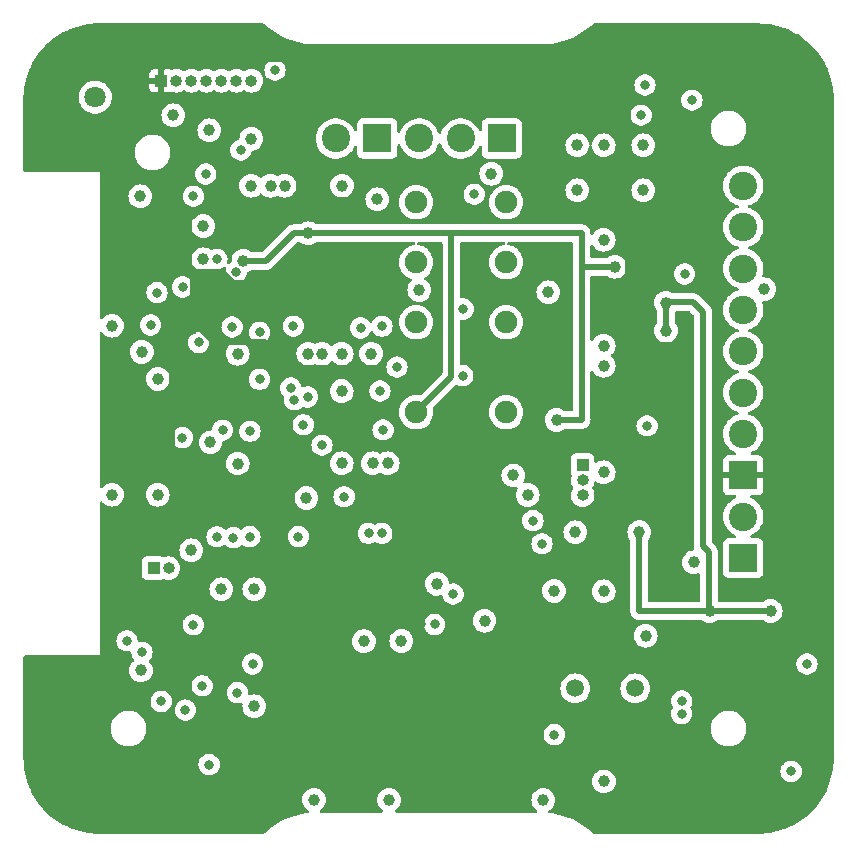
<source format=gbr>
%TF.GenerationSoftware,KiCad,Pcbnew,(7.0.0-0)*%
%TF.CreationDate,2023-05-31T16:46:43+02:00*%
%TF.ProjectId,door_bell,646f6f72-5f62-4656-9c6c-2e6b69636164,rev?*%
%TF.SameCoordinates,Original*%
%TF.FileFunction,Copper,L3,Inr*%
%TF.FilePolarity,Positive*%
%FSLAX46Y46*%
G04 Gerber Fmt 4.6, Leading zero omitted, Abs format (unit mm)*
G04 Created by KiCad (PCBNEW (7.0.0-0)) date 2023-05-31 16:46:43*
%MOMM*%
%LPD*%
G01*
G04 APERTURE LIST*
%TA.AperFunction,ComponentPad*%
%ADD10C,1.500000*%
%TD*%
%TA.AperFunction,ComponentPad*%
%ADD11R,2.400000X2.400000*%
%TD*%
%TA.AperFunction,ComponentPad*%
%ADD12C,2.400000*%
%TD*%
%TA.AperFunction,ComponentPad*%
%ADD13R,1.000000X1.000000*%
%TD*%
%TA.AperFunction,ComponentPad*%
%ADD14O,1.000000X1.000000*%
%TD*%
%TA.AperFunction,ComponentPad*%
%ADD15C,1.905000*%
%TD*%
%TA.AperFunction,ComponentPad*%
%ADD16C,1.800000*%
%TD*%
%TA.AperFunction,ViaPad*%
%ADD17C,1.000000*%
%TD*%
%TA.AperFunction,ViaPad*%
%ADD18C,0.800000*%
%TD*%
%TA.AperFunction,Conductor*%
%ADD19C,0.500000*%
%TD*%
G04 APERTURE END LIST*
D10*
%TO.N,Net-(D1-Pad4)*%
%TO.C,F1*%
X151638000Y-109982000D03*
%TO.N,Net-(J1-Pin_2)*%
X156718000Y-109982000D03*
%TD*%
D11*
%TO.N,Net-(J1-Pin_1)*%
%TO.C,J1*%
X165869999Y-98959999D03*
D12*
%TO.N,Net-(J1-Pin_2)*%
X165870000Y-95460000D03*
%TD*%
D11*
%TO.N,+3V3*%
%TO.C,J4*%
X165869999Y-91949999D03*
D12*
%TO.N,/~{S1_INPUT}*%
X165870000Y-88450000D03*
%TO.N,/~{S2_INPUT}*%
X165870000Y-84950000D03*
%TO.N,/S1_RED*%
X165870000Y-81450000D03*
%TO.N,/S1_GREEN*%
X165870000Y-77950000D03*
%TO.N,/S2_RED*%
X165870000Y-74450000D03*
%TO.N,/S2_GREEN*%
X165870000Y-70950000D03*
%TO.N,GND*%
X165870000Y-67450000D03*
%TD*%
D13*
%TO.N,GND*%
%TO.C,J7*%
X115935999Y-99821999D03*
D14*
%TO.N,Net-(J7-Pin_2)*%
X117205999Y-99821999D03*
%TD*%
D13*
%TO.N,+3V3*%
%TO.C,J6*%
X116585999Y-58546999D03*
D14*
%TO.N,Net-(J6-Pin_2)*%
X117855999Y-58546999D03*
%TO.N,Net-(J6-Pin_3)*%
X119125999Y-58546999D03*
%TO.N,Net-(J6-Pin_4)*%
X120395999Y-58546999D03*
%TO.N,Net-(J6-Pin_5)*%
X121665999Y-58546999D03*
%TO.N,Net-(J6-Pin_6)*%
X122935999Y-58546999D03*
%TO.N,GND*%
X124205999Y-58546999D03*
%TD*%
D15*
%TO.N,Net-(D2-A)*%
%TO.C,K1*%
X145796000Y-86614000D03*
%TO.N,unconnected-(K1-Pad4)*%
X145796000Y-78994000D03*
%TO.N,unconnected-(K1-Pad6)*%
X145796000Y-73914000D03*
%TO.N,unconnected-(K1-Pad8)*%
X145796000Y-68834000D03*
%TO.N,Net-(J3-Pin_3)*%
X138176000Y-68834000D03*
%TO.N,Net-(J3-Pin_2)*%
X138176000Y-73914000D03*
%TO.N,Net-(J3-Pin_1)*%
X138176000Y-78994000D03*
%TO.N,+5V*%
X138176000Y-86614000D03*
%TD*%
D11*
%TO.N,Net-(J2-Pin_1)*%
%TO.C,J2*%
X134879999Y-63439999D03*
D12*
%TO.N,Net-(J2-Pin_2)*%
X131380000Y-63440000D03*
%TD*%
D16*
%TO.N,GND*%
%TO.C,TP1*%
X110998000Y-59944000D03*
%TD*%
D11*
%TO.N,Net-(J3-Pin_1)*%
%TO.C,J3*%
X145429999Y-63439999D03*
D12*
%TO.N,Net-(J3-Pin_2)*%
X141930000Y-63440000D03*
%TO.N,Net-(J3-Pin_3)*%
X138430000Y-63440000D03*
%TD*%
D13*
%TO.N,Net-(J5-Pin_1)*%
%TO.C,J5*%
X152259999Y-91089999D03*
D14*
%TO.N,Net-(J5-Pin_2)*%
X152259999Y-92359999D03*
%TO.N,GND*%
X152259999Y-93629999D03*
%TD*%
D17*
%TO.N,GND*%
X119126000Y-98298000D03*
X128880990Y-93877010D03*
X114808000Y-68326000D03*
X117602000Y-61468000D03*
X120650000Y-62738000D03*
X134874000Y-68580000D03*
X138430000Y-76265500D03*
X124460000Y-111506000D03*
X121666000Y-101600000D03*
X149352000Y-76454000D03*
X144526000Y-66430000D03*
X167640000Y-76200000D03*
X124460000Y-101600000D03*
D18*
%TO.N,Net-(BT1-+)*%
X157220000Y-61470000D03*
D17*
%TO.N,GND*%
X154051000Y-101777800D03*
X157403800Y-64008000D03*
X154070000Y-117880000D03*
X120160000Y-73660000D03*
X135880000Y-119450000D03*
X114870000Y-108470000D03*
X112420000Y-93610000D03*
X116290000Y-93610000D03*
X131880000Y-84830000D03*
X134500000Y-90940000D03*
X131900000Y-67431500D03*
X130200000Y-81650000D03*
X112420000Y-79290000D03*
X120160000Y-70850000D03*
X151815800Y-67818000D03*
X133750000Y-106000000D03*
X154051000Y-80975200D03*
X157607000Y-105537000D03*
X147620000Y-93630000D03*
X134360000Y-81650000D03*
X146400000Y-91970000D03*
X116310000Y-83800000D03*
X154051000Y-64008000D03*
X129030000Y-81650000D03*
X149850000Y-101750000D03*
X124200000Y-67440000D03*
X129530000Y-119440000D03*
X120760000Y-89180000D03*
X154051000Y-91694000D03*
X136920000Y-105990000D03*
X148930000Y-119450000D03*
X143960000Y-104270000D03*
X131880000Y-81650000D03*
X151815800Y-64008000D03*
X154051000Y-72009000D03*
X123070000Y-81660000D03*
X157403800Y-67818000D03*
X124210000Y-63470000D03*
X114950000Y-81510000D03*
X135770000Y-90940000D03*
X125849500Y-67440000D03*
X123060000Y-90960000D03*
X154051000Y-82677000D03*
X127030000Y-67440000D03*
X131880000Y-90940000D03*
X139940000Y-101150000D03*
%TO.N,+VDC*%
X159320000Y-79710000D03*
X157060000Y-96770000D03*
X168190000Y-103450000D03*
X159320000Y-77330000D03*
X163010000Y-103470000D03*
%TO.N,+5V*%
X129040000Y-71470000D03*
X150070000Y-87270000D03*
X155000500Y-74295000D03*
X123540000Y-73800000D03*
%TO.N,+3V3*%
X134485010Y-74064990D03*
X156120000Y-84960000D03*
X119215900Y-79560000D03*
X130720000Y-74064990D03*
X113690000Y-85350000D03*
X156120000Y-59920000D03*
X114940000Y-72660000D03*
X160930000Y-91890000D03*
X151820000Y-60190000D03*
X129390000Y-101740000D03*
X113690000Y-76270000D03*
X146040000Y-98449502D03*
X119684186Y-92207029D03*
X148480000Y-92380000D03*
X127495010Y-74064990D03*
X126340500Y-81660000D03*
X160930000Y-84980000D03*
X133110000Y-101140000D03*
X138510000Y-104520000D03*
D18*
%TO.N,Net-(C12-Pad2)*%
X128205900Y-97150000D03*
X124090000Y-97150000D03*
%TO.N,Net-(J6-Pin_2)*%
X118385500Y-88770000D03*
%TO.N,Net-(C19-Pad1)*%
X121790000Y-88140000D03*
X119760000Y-80710000D03*
D17*
%TO.N,Net-(J1-Pin_1)*%
X161696400Y-99314000D03*
%TO.N,Net-(D1-Pad4)*%
X151638000Y-96774000D03*
D18*
%TO.N,Net-(D2-A)*%
X143090000Y-68160000D03*
%TO.N,Net-(D3-A2)*%
X124100000Y-88230000D03*
X118390000Y-76020000D03*
%TO.N,Net-(D4-A2)*%
X132070000Y-93770000D03*
%TO.N,Net-(D5-A2)*%
X134140000Y-96870000D03*
%TO.N,Net-(D6-A)*%
X149860000Y-113910000D03*
X120640000Y-116450000D03*
%TO.N,Net-(D8-A2)*%
X135260000Y-96870000D03*
%TO.N,Net-(D9-A2)*%
X139740000Y-104590000D03*
X135280000Y-79340000D03*
X142160000Y-77870000D03*
%TO.N,Net-(D10-A2)*%
X142120000Y-83510000D03*
X133464900Y-79480000D03*
X141300000Y-101999500D03*
%TO.N,Net-(D11-A2)*%
X128609598Y-87675000D03*
X128991554Y-85326846D03*
X127770000Y-79330000D03*
%TO.N,Net-(J6-Pin_4)*%
X123330000Y-64430000D03*
%TO.N,Net-(J6-Pin_5)*%
X126220000Y-57660000D03*
%TO.N,Net-(J6-Pin_6)*%
X122950074Y-74730779D03*
X127850000Y-85560000D03*
%TO.N,/~{S1_INPUT}*%
X157729000Y-87771000D03*
%TO.N,/~{S2_INPUT}*%
X160910000Y-74910000D03*
X127554074Y-84561920D03*
X135107171Y-84815000D03*
%TO.N,/S1_RED*%
X118630000Y-111840000D03*
X160640000Y-112140000D03*
%TO.N,/S1_GREEN*%
X160660000Y-111060000D03*
X116590000Y-111100000D03*
%TO.N,/S2_RED*%
X171260000Y-107940000D03*
X124320000Y-107940000D03*
%TO.N,/S2_GREEN*%
X169920000Y-117030000D03*
X123040000Y-110350000D03*
%TO.N,Net-(Q1-B)*%
X136550000Y-82800000D03*
X135370000Y-88110000D03*
%TO.N,Net-(U5-T1IN)*%
X148830000Y-97750000D03*
%TO.N,Net-(U6-IO2)*%
X130200000Y-89410000D03*
%TO.N,Net-(U6-SENSOR_VN)*%
X120060000Y-109780000D03*
X115698086Y-79223879D03*
X119300000Y-104620000D03*
%TO.N,Net-(U6-SENSOR_VP)*%
X116230000Y-76490000D03*
%TO.N,Net-(U6-IO22)*%
X114960000Y-106950000D03*
%TO.N,Net-(U6-IO23)*%
X113690000Y-105970000D03*
%TO.N,Net-(U6-IO18)*%
X122690000Y-97240000D03*
%TO.N,Net-(U6-IO19)*%
X121310400Y-97160000D03*
%TO.N,/DIN*%
X122590000Y-79404500D03*
%TO.N,/~{SD_MODE}*%
X121295500Y-73660000D03*
%TO.N,/LRCLK*%
X120360000Y-66440000D03*
%TO.N,/BCLK*%
X119310500Y-68330000D03*
%TO.N,/SDA*%
X161520000Y-60200000D03*
%TO.N,/SCL*%
X157550000Y-58920000D03*
%TO.N,Net-(U5-R1OUT)*%
X148060000Y-95790000D03*
%TO.N,Net-(U6-IO25)*%
X124910000Y-83830000D03*
%TO.N,Net-(U6-IO21)*%
X124910000Y-79860500D03*
%TD*%
D19*
%TO.N,+VDC*%
X161650000Y-77310000D02*
X162490000Y-78150000D01*
X162430000Y-78210000D02*
X162430000Y-97920000D01*
X162490000Y-78150000D02*
X162430000Y-78210000D01*
X162960000Y-103420000D02*
X163010000Y-103470000D01*
X157090000Y-103470000D02*
X163010000Y-103470000D01*
X159340000Y-77310000D02*
X161650000Y-77310000D01*
X159320000Y-79710000D02*
X159320000Y-77330000D01*
X157060000Y-96770000D02*
X157060000Y-103440000D01*
X168170000Y-103470000D02*
X168190000Y-103450000D01*
X159320000Y-77330000D02*
X159340000Y-77310000D01*
X162960000Y-98450000D02*
X162960000Y-103420000D01*
X157060000Y-103440000D02*
X157090000Y-103470000D01*
X162430000Y-97920000D02*
X162960000Y-98450000D01*
X163010000Y-103470000D02*
X168170000Y-103470000D01*
%TO.N,+5V*%
X125460000Y-73800000D02*
X123540000Y-73800000D01*
X152180000Y-71470000D02*
X141160000Y-71470000D01*
X154995500Y-74300000D02*
X155000500Y-74295000D01*
X125460000Y-73800000D02*
X127790000Y-71470000D01*
X141160000Y-71470000D02*
X129040000Y-71470000D01*
X141160000Y-83630000D02*
X138176000Y-86614000D01*
X141160000Y-71470000D02*
X141160000Y-83630000D01*
X127790000Y-71470000D02*
X129040000Y-71470000D01*
X152180000Y-74300000D02*
X152180000Y-87270000D01*
X152180000Y-74300000D02*
X154995500Y-74300000D01*
X152180000Y-87270000D02*
X150070000Y-87270000D01*
X152180000Y-74300000D02*
X152180000Y-71470000D01*
%TO.N,+3V3*%
X112400000Y-72660000D02*
X112400000Y-74400000D01*
X146039502Y-98450000D02*
X146040000Y-98449502D01*
X125390500Y-80710000D02*
X126340500Y-81660000D01*
X155620000Y-56680000D02*
X117453000Y-56680000D01*
X160930000Y-89120000D02*
X160930000Y-85900000D01*
X156120000Y-59920000D02*
X156120000Y-84960000D01*
X133100000Y-101150000D02*
X133110000Y-101140000D01*
X133130000Y-104520000D02*
X130980000Y-104520000D01*
X112400000Y-61190000D02*
X115043000Y-58547000D01*
X121710000Y-74710000D02*
X122690353Y-75690353D01*
X156120000Y-59920000D02*
X153630000Y-59920000D01*
X112400000Y-74400000D02*
X112400000Y-74980000D01*
X116586000Y-58547000D02*
X115043000Y-58547000D01*
X130970000Y-104530000D02*
X129390000Y-104530000D01*
X144560000Y-89120000D02*
X144550000Y-89130000D01*
X117453000Y-56680000D02*
X116586000Y-57547000D01*
X144550000Y-98450000D02*
X146039502Y-98450000D01*
X156120000Y-89120000D02*
X156120000Y-84960000D01*
X148480000Y-89120000D02*
X156120000Y-89120000D01*
X119240000Y-79550000D02*
X119230000Y-79560000D01*
X117535500Y-80500402D02*
X117535500Y-90058343D01*
X112710000Y-74710000D02*
X119180000Y-74710000D01*
X112400000Y-61190000D02*
X112400000Y-72660000D01*
X112400000Y-72660000D02*
X114940000Y-72660000D01*
X119180000Y-74710000D02*
X121710000Y-74710000D01*
X160930000Y-91890000D02*
X160930000Y-89120000D01*
X130720000Y-74064990D02*
X134485010Y-74064990D01*
X156120000Y-57180000D02*
X155620000Y-56680000D01*
X119180000Y-74710000D02*
X119240000Y-74770000D01*
X133100000Y-101380000D02*
X133100000Y-104490000D01*
X117535500Y-80500402D02*
X118275498Y-80500402D01*
X122690353Y-75690353D02*
X125869647Y-75690353D01*
X119920000Y-79560000D02*
X121070000Y-80710000D01*
X112400000Y-74400000D02*
X112710000Y-74710000D01*
X148480000Y-89120000D02*
X148480000Y-92380000D01*
X138510000Y-104520000D02*
X138500000Y-104510000D01*
X127495010Y-74064990D02*
X130720000Y-74064990D01*
X153360000Y-60190000D02*
X151820000Y-60190000D01*
X156120000Y-59920000D02*
X156120000Y-57180000D01*
X138500000Y-104510000D02*
X138500000Y-98450000D01*
X153630000Y-59920000D02*
X153360000Y-60190000D01*
X112400000Y-74980000D02*
X113690000Y-76270000D01*
X129390000Y-104530000D02*
X129390000Y-101740000D01*
X133100000Y-104490000D02*
X133130000Y-104520000D01*
X144560000Y-89120000D02*
X148480000Y-89120000D01*
X113690000Y-76270000D02*
X113690000Y-85350000D01*
X118275498Y-80500402D02*
X119215900Y-79560000D01*
X121070000Y-80710000D02*
X125390500Y-80710000D01*
X119240000Y-74770000D02*
X119240000Y-79550000D01*
X138500000Y-98450000D02*
X144550000Y-98450000D01*
X125869647Y-75690353D02*
X127495010Y-74064990D01*
X117535500Y-90058343D02*
X119684186Y-92207029D01*
X160930000Y-85900000D02*
X160930000Y-84980000D01*
X130980000Y-104520000D02*
X130970000Y-104530000D01*
X138510000Y-104520000D02*
X133130000Y-104520000D01*
X119230000Y-79560000D02*
X119920000Y-79560000D01*
X156120000Y-89120000D02*
X160930000Y-89120000D01*
X133100000Y-101380000D02*
X133100000Y-101150000D01*
X116586000Y-57547000D02*
X116586000Y-58547000D01*
X144550000Y-89130000D02*
X144550000Y-98450000D01*
%TD*%
%TA.AperFunction,Conductor*%
%TO.N,+3V3*%
G36*
X111308899Y-53698398D02*
G01*
X111308900Y-53698399D01*
X111308880Y-53701144D01*
X111308901Y-53701144D01*
X111308901Y-53698400D01*
X111308952Y-53698400D01*
X111309096Y-53698401D01*
X111309076Y-53701141D01*
X111309098Y-53701141D01*
X111309098Y-53698400D01*
X125228772Y-53698400D01*
X125273804Y-53706866D01*
X125312688Y-53731108D01*
X125503397Y-53906408D01*
X125502327Y-53907571D01*
X125502395Y-53907625D01*
X125503404Y-53906421D01*
X125503478Y-53906483D01*
X125503535Y-53906535D01*
X125502479Y-53907692D01*
X125502541Y-53907741D01*
X125503545Y-53906538D01*
X125738813Y-54102628D01*
X125738055Y-54103537D01*
X125738256Y-54103690D01*
X125738967Y-54102750D01*
X125982429Y-54286646D01*
X125981663Y-54287659D01*
X125981874Y-54287811D01*
X125982590Y-54286762D01*
X126234017Y-54458244D01*
X126234050Y-54458280D01*
X126234054Y-54458274D01*
X126234121Y-54458315D01*
X126234200Y-54458369D01*
X126234183Y-54458392D01*
X126234306Y-54458428D01*
X126462360Y-54598539D01*
X126492864Y-54617280D01*
X126492317Y-54618170D01*
X126492531Y-54618295D01*
X126493035Y-54617380D01*
X126758520Y-54763406D01*
X126758597Y-54763481D01*
X126758692Y-54763505D01*
X126758761Y-54763539D01*
X126758786Y-54763553D01*
X126758846Y-54763586D01*
X126758797Y-54763674D01*
X126758809Y-54763687D01*
X126758859Y-54763587D01*
X127030800Y-54896809D01*
X127030081Y-54898276D01*
X127030162Y-54898311D01*
X127030811Y-54896820D01*
X127030903Y-54896860D01*
X127030969Y-54896892D01*
X127030259Y-54898354D01*
X127030333Y-54898386D01*
X127030979Y-54896892D01*
X127308821Y-55016823D01*
X127308285Y-55018064D01*
X127308527Y-55018163D01*
X127309004Y-55016898D01*
X127592243Y-55123537D01*
X127591742Y-55124865D01*
X127591994Y-55124952D01*
X127592430Y-55123602D01*
X127880563Y-55216548D01*
X127880146Y-55217839D01*
X127880396Y-55217914D01*
X127880751Y-55216605D01*
X128173153Y-55295796D01*
X128173235Y-55295839D01*
X128173385Y-55295859D01*
X128173387Y-55295860D01*
X128173396Y-55295867D01*
X128173470Y-55295883D01*
X128173565Y-55295909D01*
X128173540Y-55295999D01*
X128173555Y-55296007D01*
X128173578Y-55295907D01*
X128470109Y-55361170D01*
X128469788Y-55362627D01*
X128470051Y-55362676D01*
X128470302Y-55361207D01*
X128770114Y-55412357D01*
X128770238Y-55412410D01*
X128770242Y-55412384D01*
X128770326Y-55412394D01*
X128770413Y-55412409D01*
X128770405Y-55412450D01*
X128770570Y-55412423D01*
X129073352Y-55449085D01*
X129073171Y-55450584D01*
X129073437Y-55450608D01*
X129073547Y-55449105D01*
X129378977Y-55471292D01*
X129378899Y-55472358D01*
X129379149Y-55472369D01*
X129379173Y-55471302D01*
X129698895Y-55478397D01*
X129698843Y-55480738D01*
X129698901Y-55480740D01*
X129698901Y-55478400D01*
X129698997Y-55478400D01*
X129699088Y-55478402D01*
X129699036Y-55480743D01*
X129699092Y-55480745D01*
X129699093Y-55478400D01*
X148758907Y-55478799D01*
X148758906Y-55481146D01*
X148759161Y-55481144D01*
X148759105Y-55478797D01*
X149066524Y-55471401D01*
X149066559Y-55472863D01*
X149066826Y-55472845D01*
X149066720Y-55471392D01*
X149081684Y-55470300D01*
X149371963Y-55449117D01*
X149372149Y-55449104D01*
X149372162Y-55449108D01*
X149372251Y-55449097D01*
X149372336Y-55449091D01*
X149372340Y-55449149D01*
X149372552Y-55449059D01*
X149675271Y-55412406D01*
X149675491Y-55414230D01*
X149675774Y-55414182D01*
X149675467Y-55412378D01*
X149975497Y-55361207D01*
X149975766Y-55362789D01*
X149976034Y-55362734D01*
X149975690Y-55361170D01*
X150272223Y-55295906D01*
X150272479Y-55297070D01*
X150272727Y-55297011D01*
X150272415Y-55295859D01*
X150564948Y-55216605D01*
X150565314Y-55217957D01*
X150565565Y-55217878D01*
X150565136Y-55216548D01*
X150853269Y-55123602D01*
X150853763Y-55125135D01*
X150854021Y-55125042D01*
X150853455Y-55123538D01*
X151136695Y-55016898D01*
X151137197Y-55018232D01*
X151137441Y-55018128D01*
X151136878Y-55016823D01*
X151414817Y-54896893D01*
X151415413Y-54898274D01*
X151415659Y-54898162D01*
X151414997Y-54896811D01*
X151686943Y-54763587D01*
X151687455Y-54764633D01*
X151687679Y-54764515D01*
X151687118Y-54763495D01*
X151952664Y-54617380D01*
X151953226Y-54618401D01*
X151953443Y-54618270D01*
X151952835Y-54617280D01*
X152211586Y-54458371D01*
X152212514Y-54459882D01*
X152212750Y-54459727D01*
X152211752Y-54458264D01*
X152463109Y-54286762D01*
X152463151Y-54286824D01*
X152463161Y-54286811D01*
X152463122Y-54286759D01*
X152463192Y-54286706D01*
X152463216Y-54286738D01*
X152463304Y-54286620D01*
X152706733Y-54102750D01*
X152707434Y-54103679D01*
X152707633Y-54103520D01*
X152706888Y-54102626D01*
X152942154Y-53906538D01*
X152943302Y-53907916D01*
X152943517Y-53907730D01*
X152942302Y-53906408D01*
X153133013Y-53731108D01*
X153171896Y-53706866D01*
X153216928Y-53698400D01*
X167154210Y-53698400D01*
X167161131Y-53698593D01*
X167191608Y-53700296D01*
X167485618Y-53716734D01*
X167487971Y-53716889D01*
X167807162Y-53741162D01*
X167813355Y-53741792D01*
X168125968Y-53781605D01*
X168132067Y-53782538D01*
X168439692Y-53837551D01*
X168445683Y-53838777D01*
X168747841Y-53908483D01*
X168753832Y-53910024D01*
X169050216Y-53994243D01*
X169056028Y-53996051D01*
X169346225Y-54094286D01*
X169351959Y-54096386D01*
X169635581Y-54208247D01*
X169641155Y-54210604D01*
X169917823Y-54335702D01*
X169923255Y-54338321D01*
X170192527Y-54476388D01*
X170197736Y-54479220D01*
X170459356Y-54629642D01*
X170464477Y-54632754D01*
X170717838Y-54795222D01*
X170722713Y-54798515D01*
X170933752Y-54948558D01*
X170967676Y-54972677D01*
X170972448Y-54976246D01*
X171208325Y-55161633D01*
X171212915Y-55165422D01*
X171439553Y-55361854D01*
X171443849Y-55365758D01*
X171660896Y-55572604D01*
X171665084Y-55576791D01*
X171871887Y-55793693D01*
X171875876Y-55798083D01*
X171878091Y-55800641D01*
X172072184Y-56024789D01*
X172075936Y-56029336D01*
X172261354Y-56265252D01*
X172264910Y-56270006D01*
X172439068Y-56514867D01*
X172442414Y-56519820D01*
X172604849Y-56773229D01*
X172607960Y-56778351D01*
X172758275Y-57039857D01*
X172761127Y-57045107D01*
X172899068Y-57314323D01*
X172901698Y-57319779D01*
X172924442Y-57370079D01*
X173026790Y-57596431D01*
X173029156Y-57602027D01*
X173140920Y-57885558D01*
X173143008Y-57891261D01*
X173241234Y-58181333D01*
X173243070Y-58187237D01*
X173327167Y-58483438D01*
X173328709Y-58489431D01*
X173398413Y-58791582D01*
X173399655Y-58797658D01*
X173454557Y-59105113D01*
X173455499Y-59111279D01*
X173495208Y-59423756D01*
X173495840Y-59429983D01*
X173519962Y-59747109D01*
X173520279Y-59753374D01*
X173528460Y-60076315D01*
X173528500Y-60079455D01*
X173528500Y-115916396D01*
X173528462Y-115919452D01*
X173520776Y-116231177D01*
X173520472Y-116237330D01*
X173497528Y-116545409D01*
X173496924Y-116551488D01*
X173458979Y-116856908D01*
X173458080Y-116862930D01*
X173405332Y-117165296D01*
X173404139Y-117171268D01*
X173336777Y-117469935D01*
X173335296Y-117475824D01*
X173253527Y-117770352D01*
X173251774Y-117776119D01*
X173155877Y-118066061D01*
X173153838Y-118071757D01*
X173044026Y-118356386D01*
X173041707Y-118361984D01*
X172918072Y-118641022D01*
X172915483Y-118646499D01*
X172778324Y-118919247D01*
X172775466Y-118924600D01*
X172624956Y-119190615D01*
X172621862Y-119195786D01*
X172458315Y-119454639D01*
X172454934Y-119459710D01*
X172278444Y-119710814D01*
X172274829Y-119715699D01*
X172085700Y-119958558D01*
X172081800Y-119963317D01*
X171880122Y-120197349D01*
X171876019Y-120201880D01*
X171662176Y-120426607D01*
X171657826Y-120430956D01*
X171432991Y-120644909D01*
X171428458Y-120649015D01*
X171194416Y-120850701D01*
X171189658Y-120854600D01*
X170946800Y-121043729D01*
X170941914Y-121047345D01*
X170690809Y-121223834D01*
X170685739Y-121227214D01*
X170426895Y-121390757D01*
X170421724Y-121393851D01*
X170155700Y-121544366D01*
X170150347Y-121547224D01*
X169877599Y-121684383D01*
X169872122Y-121686972D01*
X169593084Y-121810607D01*
X169587485Y-121812926D01*
X169302850Y-121922740D01*
X169297154Y-121924779D01*
X169007215Y-122020673D01*
X169001450Y-122022426D01*
X168706904Y-122104201D01*
X168701014Y-122105682D01*
X168402365Y-122173040D01*
X168396393Y-122174233D01*
X168094013Y-122226982D01*
X168087991Y-122227881D01*
X167782590Y-122265824D01*
X167776511Y-122266428D01*
X167468431Y-122289372D01*
X167462278Y-122289676D01*
X167150552Y-122297362D01*
X167147496Y-122297400D01*
X153216928Y-122297400D01*
X153171896Y-122288934D01*
X153133013Y-122264692D01*
X152942302Y-122089391D01*
X152943339Y-122088262D01*
X152943279Y-122088208D01*
X152942296Y-122089379D01*
X152942221Y-122089316D01*
X152942165Y-122089265D01*
X152943194Y-122088134D01*
X152943136Y-122088082D01*
X152942154Y-122089261D01*
X152706888Y-121893173D01*
X152707510Y-121892425D01*
X152707320Y-121892271D01*
X152706733Y-121893049D01*
X152463270Y-121709153D01*
X152464185Y-121707941D01*
X152464128Y-121707898D01*
X152463264Y-121709143D01*
X152463192Y-121709093D01*
X152463122Y-121709041D01*
X152464027Y-121707822D01*
X152463967Y-121707778D01*
X152463109Y-121709037D01*
X152211752Y-121537535D01*
X152212617Y-121536267D01*
X152212550Y-121536223D01*
X152211746Y-121537526D01*
X152211678Y-121537484D01*
X152211600Y-121537431D01*
X152212461Y-121536163D01*
X152212391Y-121536117D01*
X152211586Y-121537428D01*
X151952835Y-121378519D01*
X151953494Y-121377445D01*
X151953441Y-121377413D01*
X151952828Y-121378510D01*
X151952753Y-121378468D01*
X151952677Y-121378422D01*
X151953329Y-121377344D01*
X151953274Y-121377311D01*
X151952665Y-121378419D01*
X151687118Y-121232204D01*
X151687118Y-121232203D01*
X151687109Y-121232194D01*
X151687021Y-121232151D01*
X151686996Y-121232137D01*
X151687440Y-121231332D01*
X151687348Y-121231283D01*
X151686943Y-121232112D01*
X151414997Y-121098988D01*
X151415620Y-121097713D01*
X151415558Y-121097685D01*
X151414989Y-121098980D01*
X151414914Y-121098947D01*
X151414831Y-121098907D01*
X151415444Y-121097633D01*
X151415379Y-121097602D01*
X151414817Y-121098906D01*
X151136878Y-120978976D01*
X151137332Y-120977923D01*
X151137272Y-120977897D01*
X151136869Y-120978967D01*
X151136779Y-120978933D01*
X151136707Y-120978902D01*
X151137160Y-120977848D01*
X151137100Y-120977823D01*
X151136695Y-120978901D01*
X150853455Y-120872261D01*
X150853917Y-120871032D01*
X150853856Y-120871010D01*
X150853448Y-120872255D01*
X150853378Y-120872232D01*
X150853284Y-120872197D01*
X150853741Y-120870968D01*
X150853673Y-120870944D01*
X150853269Y-120872197D01*
X150565136Y-120779251D01*
X150565467Y-120778223D01*
X150565410Y-120778205D01*
X150565126Y-120779243D01*
X150565031Y-120779217D01*
X150564959Y-120779194D01*
X150565287Y-120778165D01*
X150565231Y-120778147D01*
X150564948Y-120779194D01*
X150272415Y-120699940D01*
X150272664Y-120699020D01*
X150272608Y-120699006D01*
X150272404Y-120699933D01*
X150272309Y-120699912D01*
X150272235Y-120699892D01*
X150272482Y-120698975D01*
X150272427Y-120698961D01*
X150272223Y-120699893D01*
X149975690Y-120634629D01*
X149975963Y-120633386D01*
X149975901Y-120633373D01*
X149975682Y-120634624D01*
X149975608Y-120634611D01*
X149975511Y-120634590D01*
X149975779Y-120633348D01*
X149975711Y-120633335D01*
X149975497Y-120634592D01*
X149675462Y-120583420D01*
X149675625Y-120582463D01*
X149675549Y-120582452D01*
X149675447Y-120583412D01*
X149675372Y-120583404D01*
X149675286Y-120583390D01*
X149675441Y-120582437D01*
X149675359Y-120582426D01*
X149675266Y-120583394D01*
X149454084Y-120561955D01*
X149395271Y-120540350D01*
X149354528Y-120492751D01*
X149342258Y-120431309D01*
X149361592Y-120371712D01*
X149407590Y-120329177D01*
X149488538Y-120285910D01*
X149640883Y-120160883D01*
X149765910Y-120008538D01*
X149858814Y-119834727D01*
X149916024Y-119646132D01*
X149935341Y-119450000D01*
X149916024Y-119253868D01*
X149858814Y-119065273D01*
X149782992Y-118923420D01*
X149768784Y-118896838D01*
X149768781Y-118896834D01*
X149765910Y-118891462D01*
X149640883Y-118739117D01*
X149525133Y-118644123D01*
X149493250Y-118617957D01*
X149493249Y-118617956D01*
X149488538Y-118614090D01*
X149483167Y-118611219D01*
X149483161Y-118611215D01*
X149320099Y-118524057D01*
X149320095Y-118524055D01*
X149314727Y-118521186D01*
X149281762Y-118511186D01*
X149131962Y-118465744D01*
X149131957Y-118465743D01*
X149126132Y-118463976D01*
X149120073Y-118463379D01*
X149120067Y-118463378D01*
X148936062Y-118445256D01*
X148930000Y-118444659D01*
X148923938Y-118445256D01*
X148739932Y-118463378D01*
X148739924Y-118463379D01*
X148733868Y-118463976D01*
X148728044Y-118465742D01*
X148728037Y-118465744D01*
X148551100Y-118519418D01*
X148551096Y-118519419D01*
X148545273Y-118521186D01*
X148539907Y-118524053D01*
X148539900Y-118524057D01*
X148376838Y-118611215D01*
X148376827Y-118611222D01*
X148371462Y-118614090D01*
X148366754Y-118617953D01*
X148366749Y-118617957D01*
X148223823Y-118735254D01*
X148223818Y-118735258D01*
X148219117Y-118739117D01*
X148215258Y-118743818D01*
X148215254Y-118743823D01*
X148097957Y-118886749D01*
X148097953Y-118886754D01*
X148094090Y-118891462D01*
X148091222Y-118896827D01*
X148091215Y-118896838D01*
X148004057Y-119059900D01*
X148004053Y-119059907D01*
X148001186Y-119065273D01*
X147999419Y-119071096D01*
X147999418Y-119071100D01*
X147945744Y-119248037D01*
X147945742Y-119248044D01*
X147943976Y-119253868D01*
X147943379Y-119259924D01*
X147943378Y-119259932D01*
X147926241Y-119433938D01*
X147924659Y-119450000D01*
X147925256Y-119456062D01*
X147943378Y-119640067D01*
X147943379Y-119640073D01*
X147943976Y-119646132D01*
X147945743Y-119651957D01*
X147945744Y-119651962D01*
X147999418Y-119828899D01*
X148001186Y-119834727D01*
X148004055Y-119840095D01*
X148004057Y-119840099D01*
X148091215Y-120003161D01*
X148091219Y-120003167D01*
X148094090Y-120008538D01*
X148219117Y-120160883D01*
X148371462Y-120285910D01*
X148376838Y-120288783D01*
X148378518Y-120289906D01*
X148420112Y-120336713D01*
X148433532Y-120397876D01*
X148415356Y-120457797D01*
X148370219Y-120501197D01*
X148309631Y-120517009D01*
X136500004Y-120517256D01*
X136439413Y-120501446D01*
X136394273Y-120458045D01*
X136376097Y-120398122D01*
X136389518Y-120336958D01*
X136431114Y-120290151D01*
X136433154Y-120288787D01*
X136438538Y-120285910D01*
X136590883Y-120160883D01*
X136715910Y-120008538D01*
X136808814Y-119834727D01*
X136866024Y-119646132D01*
X136885341Y-119450000D01*
X136866024Y-119253868D01*
X136808814Y-119065273D01*
X136732992Y-118923420D01*
X136718784Y-118896838D01*
X136718781Y-118896834D01*
X136715910Y-118891462D01*
X136590883Y-118739117D01*
X136475133Y-118644123D01*
X136443250Y-118617957D01*
X136443249Y-118617956D01*
X136438538Y-118614090D01*
X136433167Y-118611219D01*
X136433161Y-118611215D01*
X136270099Y-118524057D01*
X136270095Y-118524055D01*
X136264727Y-118521186D01*
X136231762Y-118511186D01*
X136081962Y-118465744D01*
X136081957Y-118465743D01*
X136076132Y-118463976D01*
X136070073Y-118463379D01*
X136070067Y-118463378D01*
X135886062Y-118445256D01*
X135880000Y-118444659D01*
X135873938Y-118445256D01*
X135689932Y-118463378D01*
X135689924Y-118463379D01*
X135683868Y-118463976D01*
X135678044Y-118465742D01*
X135678037Y-118465744D01*
X135501100Y-118519418D01*
X135501096Y-118519419D01*
X135495273Y-118521186D01*
X135489907Y-118524053D01*
X135489900Y-118524057D01*
X135326838Y-118611215D01*
X135326827Y-118611222D01*
X135321462Y-118614090D01*
X135316754Y-118617953D01*
X135316749Y-118617957D01*
X135173823Y-118735254D01*
X135173818Y-118735258D01*
X135169117Y-118739117D01*
X135165258Y-118743818D01*
X135165254Y-118743823D01*
X135047957Y-118886749D01*
X135047953Y-118886754D01*
X135044090Y-118891462D01*
X135041222Y-118896827D01*
X135041215Y-118896838D01*
X134954057Y-119059900D01*
X134954053Y-119059907D01*
X134951186Y-119065273D01*
X134949419Y-119071096D01*
X134949418Y-119071100D01*
X134895744Y-119248037D01*
X134895742Y-119248044D01*
X134893976Y-119253868D01*
X134893379Y-119259924D01*
X134893378Y-119259932D01*
X134876241Y-119433938D01*
X134874659Y-119450000D01*
X134875256Y-119456062D01*
X134893378Y-119640067D01*
X134893379Y-119640073D01*
X134893976Y-119646132D01*
X134895743Y-119651957D01*
X134895744Y-119651962D01*
X134949418Y-119828899D01*
X134951186Y-119834727D01*
X134954055Y-119840095D01*
X134954057Y-119840099D01*
X135041215Y-120003161D01*
X135041219Y-120003167D01*
X135044090Y-120008538D01*
X135169117Y-120160883D01*
X135173823Y-120164745D01*
X135316753Y-120282046D01*
X135316756Y-120282048D01*
X135321462Y-120285910D01*
X135326834Y-120288781D01*
X135328926Y-120290179D01*
X135370521Y-120336985D01*
X135383941Y-120398148D01*
X135365766Y-120458070D01*
X135320628Y-120501470D01*
X135260040Y-120517282D01*
X130131798Y-120517389D01*
X130069094Y-120500368D01*
X130023604Y-120453976D01*
X130007819Y-120390950D01*
X130026071Y-120328593D01*
X130073344Y-120284030D01*
X130088538Y-120275910D01*
X130240883Y-120150883D01*
X130365910Y-119998538D01*
X130458814Y-119824727D01*
X130516024Y-119636132D01*
X130535341Y-119440000D01*
X130516024Y-119243868D01*
X130458814Y-119055273D01*
X130444684Y-119028839D01*
X130368784Y-118886838D01*
X130368781Y-118886834D01*
X130365910Y-118881462D01*
X130240883Y-118729117D01*
X130137318Y-118644123D01*
X130093250Y-118607957D01*
X130093249Y-118607956D01*
X130088538Y-118604090D01*
X130083167Y-118601219D01*
X130083161Y-118601215D01*
X129920099Y-118514057D01*
X129920095Y-118514055D01*
X129914727Y-118511186D01*
X129908899Y-118509418D01*
X129731962Y-118455744D01*
X129731957Y-118455743D01*
X129726132Y-118453976D01*
X129720073Y-118453379D01*
X129720067Y-118453378D01*
X129536062Y-118435256D01*
X129530000Y-118434659D01*
X129523938Y-118435256D01*
X129339932Y-118453378D01*
X129339924Y-118453379D01*
X129333868Y-118453976D01*
X129328044Y-118455742D01*
X129328037Y-118455744D01*
X129151100Y-118509418D01*
X129151096Y-118509419D01*
X129145273Y-118511186D01*
X129139907Y-118514053D01*
X129139900Y-118514057D01*
X128976838Y-118601215D01*
X128976827Y-118601222D01*
X128971462Y-118604090D01*
X128966754Y-118607953D01*
X128966749Y-118607957D01*
X128823823Y-118725254D01*
X128823818Y-118725258D01*
X128819117Y-118729117D01*
X128815258Y-118733818D01*
X128815254Y-118733823D01*
X128697957Y-118876749D01*
X128697953Y-118876754D01*
X128694090Y-118881462D01*
X128691222Y-118886827D01*
X128691215Y-118886838D01*
X128604057Y-119049900D01*
X128604053Y-119049907D01*
X128601186Y-119055273D01*
X128599419Y-119061096D01*
X128599418Y-119061100D01*
X128545744Y-119238037D01*
X128545742Y-119238044D01*
X128543976Y-119243868D01*
X128543379Y-119249924D01*
X128543378Y-119249932D01*
X128525256Y-119433938D01*
X128524659Y-119440000D01*
X128525256Y-119446062D01*
X128543378Y-119630067D01*
X128543379Y-119630073D01*
X128543976Y-119636132D01*
X128545743Y-119641957D01*
X128545744Y-119641962D01*
X128568384Y-119716595D01*
X128601186Y-119824727D01*
X128604055Y-119830095D01*
X128604057Y-119830099D01*
X128691215Y-119993161D01*
X128691219Y-119993167D01*
X128694090Y-119998538D01*
X128819117Y-120150883D01*
X128971462Y-120275910D01*
X129056816Y-120321532D01*
X129102494Y-120363569D01*
X129122074Y-120422483D01*
X129110643Y-120483503D01*
X129071066Y-120531335D01*
X129013265Y-120553989D01*
X128808713Y-120578756D01*
X128770425Y-120583392D01*
X128770274Y-120582138D01*
X128770212Y-120582147D01*
X128770413Y-120583391D01*
X128770326Y-120583405D01*
X128770242Y-120583416D01*
X128770078Y-120582168D01*
X128770018Y-120582178D01*
X128770231Y-120583421D01*
X128770231Y-120583422D01*
X128470302Y-120634592D01*
X128470107Y-120633452D01*
X128470047Y-120633463D01*
X128470289Y-120634590D01*
X128470191Y-120634611D01*
X128470118Y-120634624D01*
X128469915Y-120633488D01*
X128469860Y-120633499D01*
X128470109Y-120634629D01*
X128173578Y-120699892D01*
X128173312Y-120698683D01*
X128173251Y-120698699D01*
X128173565Y-120699891D01*
X128173470Y-120699916D01*
X128173396Y-120699933D01*
X128173120Y-120698732D01*
X128173064Y-120698746D01*
X128173387Y-120699939D01*
X127880751Y-120779194D01*
X127880485Y-120778212D01*
X127880436Y-120778227D01*
X127880741Y-120779194D01*
X127880668Y-120779217D01*
X127880574Y-120779243D01*
X127880304Y-120778268D01*
X127880251Y-120778285D01*
X127880563Y-120779251D01*
X127592430Y-120872197D01*
X127592083Y-120871121D01*
X127592025Y-120871141D01*
X127592417Y-120872197D01*
X127592328Y-120872230D01*
X127592252Y-120872255D01*
X127591899Y-120871184D01*
X127591844Y-120871203D01*
X127592243Y-120872262D01*
X127309004Y-120978901D01*
X127308633Y-120977917D01*
X127308583Y-120977938D01*
X127308993Y-120978902D01*
X127308920Y-120978933D01*
X127308831Y-120978967D01*
X127308458Y-120977991D01*
X127308405Y-120978013D01*
X127308821Y-120978976D01*
X127030981Y-121098906D01*
X127030550Y-121097909D01*
X127030499Y-121097932D01*
X127030969Y-121098907D01*
X127030886Y-121098947D01*
X127030811Y-121098980D01*
X127030374Y-121097987D01*
X127030323Y-121098010D01*
X127030802Y-121098988D01*
X126758856Y-121232112D01*
X126758498Y-121231381D01*
X126758458Y-121231402D01*
X126758846Y-121232114D01*
X126758778Y-121232151D01*
X126758691Y-121232194D01*
X126758332Y-121231469D01*
X126758289Y-121231491D01*
X126758681Y-121232204D01*
X126493035Y-121378419D01*
X126492510Y-121377465D01*
X126492466Y-121377490D01*
X126493023Y-121378422D01*
X126492946Y-121378468D01*
X126492872Y-121378510D01*
X126492337Y-121377567D01*
X126492295Y-121377592D01*
X126492864Y-121378519D01*
X126234213Y-121537428D01*
X126233517Y-121536295D01*
X126233461Y-121536330D01*
X126234200Y-121537431D01*
X126234121Y-121537484D01*
X126234054Y-121537526D01*
X126233349Y-121536402D01*
X126233297Y-121536436D01*
X126234047Y-121537535D01*
X125982690Y-121709037D01*
X125982106Y-121708182D01*
X125982061Y-121708215D01*
X125982678Y-121709041D01*
X125982607Y-121709094D01*
X125982536Y-121709143D01*
X125981951Y-121708296D01*
X125981906Y-121708329D01*
X125982529Y-121709153D01*
X125738968Y-121893049D01*
X125738341Y-121892219D01*
X125738297Y-121892253D01*
X125738956Y-121893053D01*
X125738888Y-121893109D01*
X125738820Y-121893161D01*
X125738189Y-121892336D01*
X125738145Y-121892370D01*
X125738813Y-121893171D01*
X125503545Y-122089261D01*
X125502694Y-122088240D01*
X125502651Y-122088277D01*
X125503535Y-122089265D01*
X125503478Y-122089316D01*
X125503404Y-122089379D01*
X125502544Y-122088369D01*
X125502496Y-122088411D01*
X125503397Y-122089391D01*
X125352513Y-122228085D01*
X125312688Y-122264692D01*
X125273804Y-122288934D01*
X125228772Y-122297400D01*
X111301827Y-122297400D01*
X111298757Y-122297362D01*
X110988369Y-122289675D01*
X110982269Y-122289373D01*
X110674193Y-122266527D01*
X110668119Y-122265926D01*
X110362642Y-122228085D01*
X110356569Y-122227180D01*
X110054266Y-122174426D01*
X110048339Y-122173242D01*
X109749674Y-122105979D01*
X109743783Y-122104500D01*
X109449270Y-122022832D01*
X109443455Y-122021065D01*
X109153624Y-121925173D01*
X109147954Y-121923143D01*
X108863204Y-121813322D01*
X108857611Y-121811006D01*
X108578693Y-121687478D01*
X108573197Y-121684881D01*
X108300439Y-121547718D01*
X108295133Y-121544887D01*
X108200136Y-121491193D01*
X108028987Y-121394456D01*
X108023794Y-121391351D01*
X107894368Y-121309577D01*
X107764956Y-121227812D01*
X107759912Y-121224450D01*
X107508791Y-121048048D01*
X107503860Y-121044399D01*
X107261121Y-120855286D01*
X107256404Y-120851421D01*
X107022382Y-120649850D01*
X107017827Y-120645726D01*
X106865073Y-120500368D01*
X106792963Y-120431749D01*
X106788650Y-120427436D01*
X106574766Y-120202667D01*
X106570696Y-120198172D01*
X106369004Y-119964223D01*
X106365087Y-119959444D01*
X106175966Y-119716595D01*
X106172363Y-119711729D01*
X105995854Y-119460694D01*
X105992479Y-119455633D01*
X105864924Y-119253868D01*
X105828855Y-119196816D01*
X105825735Y-119191602D01*
X105675237Y-118925510D01*
X105672373Y-118920142D01*
X105576380Y-118729117D01*
X105535303Y-118647375D01*
X105532735Y-118641940D01*
X105532328Y-118641022D01*
X105409078Y-118362854D01*
X105406772Y-118357286D01*
X105371042Y-118264727D01*
X105296857Y-118072548D01*
X105294819Y-118066858D01*
X105294555Y-118066061D01*
X105232997Y-117880000D01*
X153064659Y-117880000D01*
X153065256Y-117886062D01*
X153083378Y-118070067D01*
X153083379Y-118070073D01*
X153083976Y-118076132D01*
X153085743Y-118081957D01*
X153085744Y-118081962D01*
X153139418Y-118258899D01*
X153141186Y-118264727D01*
X153144055Y-118270095D01*
X153144057Y-118270099D01*
X153231215Y-118433161D01*
X153231219Y-118433167D01*
X153234090Y-118438538D01*
X153237956Y-118443249D01*
X153237957Y-118443250D01*
X153292260Y-118509418D01*
X153359117Y-118590883D01*
X153511462Y-118715910D01*
X153516834Y-118718781D01*
X153516838Y-118718784D01*
X153658839Y-118794684D01*
X153685273Y-118808814D01*
X153873868Y-118866024D01*
X154070000Y-118885341D01*
X154266132Y-118866024D01*
X154454727Y-118808814D01*
X154628538Y-118715910D01*
X154780883Y-118590883D01*
X154905910Y-118438538D01*
X154998814Y-118264727D01*
X155056024Y-118076132D01*
X155075341Y-117880000D01*
X155056024Y-117683868D01*
X154998814Y-117495273D01*
X154984684Y-117468839D01*
X154908784Y-117326838D01*
X154908781Y-117326834D01*
X154905910Y-117321462D01*
X154780883Y-117169117D01*
X154628538Y-117044090D01*
X154623167Y-117041219D01*
X154623161Y-117041215D01*
X154602179Y-117030000D01*
X169014540Y-117030000D01*
X169015219Y-117036460D01*
X169033646Y-117211795D01*
X169033647Y-117211803D01*
X169034326Y-117218256D01*
X169036331Y-117224428D01*
X169036333Y-117224435D01*
X169076855Y-117349147D01*
X169092821Y-117398284D01*
X169096068Y-117403908D01*
X169096069Y-117403910D01*
X169148817Y-117495273D01*
X169187467Y-117562216D01*
X169314129Y-117702888D01*
X169467270Y-117814151D01*
X169640197Y-117891144D01*
X169825354Y-117930500D01*
X170008143Y-117930500D01*
X170014646Y-117930500D01*
X170199803Y-117891144D01*
X170372730Y-117814151D01*
X170525871Y-117702888D01*
X170652533Y-117562216D01*
X170747179Y-117398284D01*
X170805674Y-117218256D01*
X170825460Y-117030000D01*
X170815566Y-116935871D01*
X170806353Y-116848204D01*
X170806352Y-116848203D01*
X170805674Y-116841744D01*
X170747179Y-116661716D01*
X170652533Y-116497784D01*
X170525871Y-116357112D01*
X170520613Y-116353292D01*
X170520611Y-116353290D01*
X170377988Y-116249669D01*
X170377987Y-116249668D01*
X170372730Y-116245849D01*
X170366792Y-116243205D01*
X170205745Y-116171501D01*
X170205740Y-116171499D01*
X170199803Y-116168856D01*
X170193444Y-116167504D01*
X170193440Y-116167503D01*
X170021008Y-116130852D01*
X170021005Y-116130851D01*
X170014646Y-116129500D01*
X169825354Y-116129500D01*
X169818995Y-116130851D01*
X169818991Y-116130852D01*
X169646559Y-116167503D01*
X169646552Y-116167505D01*
X169640197Y-116168856D01*
X169634262Y-116171498D01*
X169634254Y-116171501D01*
X169473207Y-116243205D01*
X169473202Y-116243207D01*
X169467270Y-116245849D01*
X169462016Y-116249665D01*
X169462011Y-116249669D01*
X169319388Y-116353290D01*
X169319381Y-116353295D01*
X169314129Y-116357112D01*
X169309784Y-116361937D01*
X169309779Y-116361942D01*
X169191813Y-116492956D01*
X169191808Y-116492962D01*
X169187467Y-116497784D01*
X169184222Y-116503404D01*
X169184218Y-116503410D01*
X169096069Y-116656089D01*
X169096066Y-116656094D01*
X169092821Y-116661716D01*
X169090815Y-116667888D01*
X169090813Y-116667894D01*
X169036333Y-116835564D01*
X169036331Y-116835573D01*
X169034326Y-116841744D01*
X169033648Y-116848194D01*
X169033646Y-116848204D01*
X169019562Y-116982216D01*
X169014540Y-117030000D01*
X154602179Y-117030000D01*
X154460099Y-116954057D01*
X154460095Y-116954055D01*
X154454727Y-116951186D01*
X154448899Y-116949418D01*
X154271962Y-116895744D01*
X154271957Y-116895743D01*
X154266132Y-116893976D01*
X154260073Y-116893379D01*
X154260067Y-116893378D01*
X154076062Y-116875256D01*
X154070000Y-116874659D01*
X154063938Y-116875256D01*
X153879932Y-116893378D01*
X153879924Y-116893379D01*
X153873868Y-116893976D01*
X153868044Y-116895742D01*
X153868037Y-116895744D01*
X153691100Y-116949418D01*
X153691096Y-116949419D01*
X153685273Y-116951186D01*
X153679907Y-116954053D01*
X153679900Y-116954057D01*
X153516838Y-117041215D01*
X153516827Y-117041222D01*
X153511462Y-117044090D01*
X153506754Y-117047953D01*
X153506749Y-117047957D01*
X153363823Y-117165254D01*
X153363818Y-117165258D01*
X153359117Y-117169117D01*
X153355258Y-117173818D01*
X153355254Y-117173823D01*
X153237957Y-117316749D01*
X153237953Y-117316754D01*
X153234090Y-117321462D01*
X153231222Y-117326827D01*
X153231215Y-117326838D01*
X153144057Y-117489900D01*
X153144053Y-117489907D01*
X153141186Y-117495273D01*
X153139419Y-117501096D01*
X153139418Y-117501100D01*
X153085744Y-117678037D01*
X153085742Y-117678044D01*
X153083976Y-117683868D01*
X153083379Y-117689924D01*
X153083378Y-117689932D01*
X153071144Y-117814151D01*
X153064659Y-117880000D01*
X105232997Y-117880000D01*
X105198924Y-117777014D01*
X105197167Y-117771233D01*
X105115390Y-117476581D01*
X105113912Y-117470697D01*
X105046553Y-117171844D01*
X105045374Y-117165947D01*
X104992615Y-116863514D01*
X104991716Y-116857484D01*
X104953774Y-116551893D01*
X104953170Y-116545792D01*
X104953142Y-116545409D01*
X104946071Y-116450000D01*
X119734540Y-116450000D01*
X119735219Y-116456460D01*
X119753646Y-116631795D01*
X119753647Y-116631803D01*
X119754326Y-116638256D01*
X119756331Y-116644428D01*
X119756333Y-116644435D01*
X119810813Y-116812105D01*
X119812821Y-116818284D01*
X119816068Y-116823908D01*
X119816069Y-116823910D01*
X119838935Y-116863516D01*
X119907467Y-116982216D01*
X119911811Y-116987041D01*
X119911813Y-116987043D01*
X120029779Y-117118057D01*
X120034129Y-117122888D01*
X120187270Y-117234151D01*
X120360197Y-117311144D01*
X120545354Y-117350500D01*
X120728143Y-117350500D01*
X120734646Y-117350500D01*
X120919803Y-117311144D01*
X121092730Y-117234151D01*
X121245871Y-117122888D01*
X121372533Y-116982216D01*
X121467179Y-116818284D01*
X121525674Y-116638256D01*
X121545460Y-116450000D01*
X121525674Y-116261744D01*
X121467179Y-116081716D01*
X121372533Y-115917784D01*
X121245871Y-115777112D01*
X121240613Y-115773292D01*
X121240611Y-115773290D01*
X121097988Y-115669669D01*
X121097987Y-115669668D01*
X121092730Y-115665849D01*
X121086792Y-115663205D01*
X120925745Y-115591501D01*
X120925740Y-115591499D01*
X120919803Y-115588856D01*
X120913444Y-115587504D01*
X120913440Y-115587503D01*
X120741008Y-115550852D01*
X120741005Y-115550851D01*
X120734646Y-115549500D01*
X120545354Y-115549500D01*
X120538995Y-115550851D01*
X120538991Y-115550852D01*
X120366559Y-115587503D01*
X120366552Y-115587505D01*
X120360197Y-115588856D01*
X120354262Y-115591498D01*
X120354254Y-115591501D01*
X120193207Y-115663205D01*
X120193202Y-115663207D01*
X120187270Y-115665849D01*
X120182016Y-115669665D01*
X120182011Y-115669669D01*
X120039388Y-115773290D01*
X120039381Y-115773295D01*
X120034129Y-115777112D01*
X120029784Y-115781937D01*
X120029779Y-115781942D01*
X119911813Y-115912956D01*
X119911808Y-115912962D01*
X119907467Y-115917784D01*
X119904222Y-115923404D01*
X119904218Y-115923410D01*
X119816069Y-116076089D01*
X119816066Y-116076094D01*
X119812821Y-116081716D01*
X119810815Y-116087888D01*
X119810813Y-116087894D01*
X119756333Y-116255564D01*
X119756331Y-116255573D01*
X119754326Y-116261744D01*
X119753648Y-116268194D01*
X119753646Y-116268204D01*
X119743795Y-116361942D01*
X119734540Y-116450000D01*
X104946071Y-116450000D01*
X104930320Y-116237457D01*
X104930023Y-116231460D01*
X104922236Y-115919427D01*
X104922198Y-115916417D01*
X104921477Y-114795521D01*
X104920731Y-113634038D01*
X104920656Y-113516779D01*
X112308500Y-113516779D01*
X112309262Y-113521593D01*
X112309263Y-113521599D01*
X112344929Y-113746791D01*
X112344931Y-113746800D01*
X112345693Y-113751610D01*
X112419165Y-113977731D01*
X112527104Y-114189575D01*
X112666855Y-114381925D01*
X112834975Y-114550045D01*
X113027325Y-114689796D01*
X113239169Y-114797735D01*
X113465290Y-114871207D01*
X113700121Y-114908400D01*
X113933001Y-114908400D01*
X113937879Y-114908400D01*
X114172710Y-114871207D01*
X114398831Y-114797735D01*
X114610675Y-114689796D01*
X114803025Y-114550045D01*
X114971145Y-114381925D01*
X115110896Y-114189575D01*
X115218835Y-113977731D01*
X115240842Y-113910000D01*
X148954540Y-113910000D01*
X148955219Y-113916460D01*
X148973646Y-114091795D01*
X148973647Y-114091803D01*
X148974326Y-114098256D01*
X148976331Y-114104428D01*
X148976333Y-114104435D01*
X149005277Y-114193514D01*
X149032821Y-114278284D01*
X149127467Y-114442216D01*
X149131811Y-114447041D01*
X149131813Y-114447043D01*
X149249779Y-114578057D01*
X149254129Y-114582888D01*
X149407270Y-114694151D01*
X149580197Y-114771144D01*
X149765354Y-114810500D01*
X149948143Y-114810500D01*
X149954646Y-114810500D01*
X150139803Y-114771144D01*
X150312730Y-114694151D01*
X150465871Y-114582888D01*
X150592533Y-114442216D01*
X150687179Y-114278284D01*
X150745674Y-114098256D01*
X150765460Y-113910000D01*
X150748813Y-113751610D01*
X150746353Y-113728204D01*
X150746352Y-113728203D01*
X150745674Y-113721744D01*
X150687179Y-113541716D01*
X150672782Y-113516779D01*
X163108500Y-113516779D01*
X163109262Y-113521593D01*
X163109263Y-113521599D01*
X163144929Y-113746791D01*
X163144931Y-113746800D01*
X163145693Y-113751610D01*
X163219165Y-113977731D01*
X163327104Y-114189575D01*
X163466855Y-114381925D01*
X163634975Y-114550045D01*
X163827325Y-114689796D01*
X164039169Y-114797735D01*
X164265290Y-114871207D01*
X164500121Y-114908400D01*
X164733001Y-114908400D01*
X164737879Y-114908400D01*
X164972710Y-114871207D01*
X165198831Y-114797735D01*
X165410675Y-114689796D01*
X165603025Y-114550045D01*
X165771145Y-114381925D01*
X165910896Y-114189575D01*
X166018835Y-113977731D01*
X166092307Y-113751610D01*
X166129500Y-113516779D01*
X166129500Y-113397900D01*
X166129500Y-113397400D01*
X166129500Y-113279021D01*
X166092307Y-113044190D01*
X166018835Y-112818069D01*
X165910896Y-112606225D01*
X165771145Y-112413875D01*
X165603025Y-112245755D01*
X165410675Y-112106004D01*
X165258085Y-112028256D01*
X165203175Y-112000278D01*
X165203171Y-112000276D01*
X165198831Y-111998065D01*
X165182377Y-111992718D01*
X164977346Y-111926099D01*
X164977341Y-111926098D01*
X164972710Y-111924593D01*
X164967900Y-111923831D01*
X164967891Y-111923829D01*
X164742699Y-111888163D01*
X164742693Y-111888162D01*
X164737879Y-111887400D01*
X164500121Y-111887400D01*
X164495307Y-111888162D01*
X164495300Y-111888163D01*
X164270108Y-111923829D01*
X164270096Y-111923831D01*
X164265290Y-111924593D01*
X164260660Y-111926097D01*
X164260653Y-111926099D01*
X164043803Y-111996559D01*
X164043799Y-111996560D01*
X164039169Y-111998065D01*
X164034833Y-112000274D01*
X164034824Y-112000278D01*
X163899459Y-112069250D01*
X163827325Y-112106004D01*
X163823390Y-112108862D01*
X163823385Y-112108866D01*
X163638919Y-112242889D01*
X163638915Y-112242892D01*
X163634975Y-112245755D01*
X163631530Y-112249199D01*
X163631524Y-112249205D01*
X163470305Y-112410424D01*
X163470299Y-112410430D01*
X163466855Y-112413875D01*
X163463992Y-112417815D01*
X163463989Y-112417819D01*
X163329966Y-112602285D01*
X163329962Y-112602290D01*
X163327104Y-112606225D01*
X163324893Y-112610564D01*
X163324892Y-112610566D01*
X163221378Y-112813724D01*
X163221374Y-112813733D01*
X163219165Y-112818069D01*
X163217660Y-112822699D01*
X163217659Y-112822703D01*
X163147199Y-113039553D01*
X163147197Y-113039560D01*
X163145693Y-113044190D01*
X163144931Y-113048996D01*
X163144929Y-113049008D01*
X163109263Y-113274200D01*
X163109262Y-113274207D01*
X163108500Y-113279021D01*
X163108500Y-113397400D01*
X163108500Y-113397900D01*
X163108500Y-113516779D01*
X150672782Y-113516779D01*
X150592533Y-113377784D01*
X150465871Y-113237112D01*
X150460613Y-113233292D01*
X150460611Y-113233290D01*
X150317988Y-113129669D01*
X150317987Y-113129668D01*
X150312730Y-113125849D01*
X150306792Y-113123205D01*
X150145745Y-113051501D01*
X150145740Y-113051499D01*
X150139803Y-113048856D01*
X150133444Y-113047504D01*
X150133440Y-113047503D01*
X149961008Y-113010852D01*
X149961005Y-113010851D01*
X149954646Y-113009500D01*
X149765354Y-113009500D01*
X149758995Y-113010851D01*
X149758991Y-113010852D01*
X149586559Y-113047503D01*
X149586552Y-113047505D01*
X149580197Y-113048856D01*
X149574262Y-113051498D01*
X149574254Y-113051501D01*
X149413207Y-113123205D01*
X149413202Y-113123207D01*
X149407270Y-113125849D01*
X149402016Y-113129665D01*
X149402011Y-113129669D01*
X149259388Y-113233290D01*
X149259381Y-113233295D01*
X149254129Y-113237112D01*
X149249784Y-113241937D01*
X149249779Y-113241942D01*
X149131813Y-113372956D01*
X149131808Y-113372962D01*
X149127467Y-113377784D01*
X149124222Y-113383404D01*
X149124218Y-113383410D01*
X149036069Y-113536089D01*
X149036066Y-113536094D01*
X149032821Y-113541716D01*
X149030815Y-113547888D01*
X149030813Y-113547894D01*
X148976333Y-113715564D01*
X148976331Y-113715573D01*
X148974326Y-113721744D01*
X148973648Y-113728194D01*
X148973646Y-113728204D01*
X148959337Y-113864361D01*
X148954540Y-113910000D01*
X115240842Y-113910000D01*
X115292307Y-113751610D01*
X115329500Y-113516779D01*
X115329500Y-113397900D01*
X115329500Y-113397400D01*
X115329500Y-113279021D01*
X115292307Y-113044190D01*
X115218835Y-112818069D01*
X115110896Y-112606225D01*
X114971145Y-112413875D01*
X114803025Y-112245755D01*
X114610675Y-112106004D01*
X114458085Y-112028256D01*
X114403175Y-112000278D01*
X114403171Y-112000276D01*
X114398831Y-111998065D01*
X114382377Y-111992718D01*
X114177346Y-111926099D01*
X114177341Y-111926098D01*
X114172710Y-111924593D01*
X114167900Y-111923831D01*
X114167891Y-111923829D01*
X113942699Y-111888163D01*
X113942693Y-111888162D01*
X113937879Y-111887400D01*
X113700121Y-111887400D01*
X113695307Y-111888162D01*
X113695300Y-111888163D01*
X113470108Y-111923829D01*
X113470096Y-111923831D01*
X113465290Y-111924593D01*
X113460660Y-111926097D01*
X113460653Y-111926099D01*
X113243803Y-111996559D01*
X113243799Y-111996560D01*
X113239169Y-111998065D01*
X113234833Y-112000274D01*
X113234824Y-112000278D01*
X113099459Y-112069250D01*
X113027325Y-112106004D01*
X113023390Y-112108862D01*
X113023385Y-112108866D01*
X112838919Y-112242889D01*
X112838915Y-112242892D01*
X112834975Y-112245755D01*
X112831530Y-112249199D01*
X112831524Y-112249205D01*
X112670305Y-112410424D01*
X112670299Y-112410430D01*
X112666855Y-112413875D01*
X112663992Y-112417815D01*
X112663989Y-112417819D01*
X112529966Y-112602285D01*
X112529962Y-112602290D01*
X112527104Y-112606225D01*
X112524893Y-112610564D01*
X112524892Y-112610566D01*
X112421378Y-112813724D01*
X112421374Y-112813733D01*
X112419165Y-112818069D01*
X112417660Y-112822699D01*
X112417659Y-112822703D01*
X112347199Y-113039553D01*
X112347197Y-113039560D01*
X112345693Y-113044190D01*
X112344931Y-113048996D01*
X112344929Y-113049008D01*
X112309263Y-113274200D01*
X112309262Y-113274207D01*
X112308500Y-113279021D01*
X112308500Y-113397400D01*
X112308500Y-113397900D01*
X112308500Y-113516779D01*
X104920656Y-113516779D01*
X104919102Y-111100000D01*
X115684540Y-111100000D01*
X115685219Y-111106460D01*
X115703646Y-111281795D01*
X115703647Y-111281803D01*
X115704326Y-111288256D01*
X115706331Y-111294428D01*
X115706333Y-111294435D01*
X115722458Y-111344061D01*
X115762821Y-111468284D01*
X115857467Y-111632216D01*
X115861811Y-111637041D01*
X115861813Y-111637043D01*
X115978007Y-111766089D01*
X115984129Y-111772888D01*
X116137270Y-111884151D01*
X116310197Y-111961144D01*
X116495354Y-112000500D01*
X116678143Y-112000500D01*
X116684646Y-112000500D01*
X116869803Y-111961144D01*
X117042730Y-111884151D01*
X117103499Y-111840000D01*
X117724540Y-111840000D01*
X117725219Y-111846460D01*
X117743646Y-112021795D01*
X117743647Y-112021803D01*
X117744326Y-112028256D01*
X117746331Y-112034428D01*
X117746333Y-112034435D01*
X117778535Y-112133540D01*
X117802821Y-112208284D01*
X117806068Y-112213908D01*
X117806069Y-112213910D01*
X117877736Y-112338042D01*
X117897467Y-112372216D01*
X117901811Y-112377041D01*
X117901813Y-112377043D01*
X118003750Y-112490255D01*
X118024129Y-112512888D01*
X118177270Y-112624151D01*
X118350197Y-112701144D01*
X118535354Y-112740500D01*
X118718143Y-112740500D01*
X118724646Y-112740500D01*
X118909803Y-112701144D01*
X119082730Y-112624151D01*
X119235871Y-112512888D01*
X119362533Y-112372216D01*
X119457179Y-112208284D01*
X119515674Y-112028256D01*
X119535460Y-111840000D01*
X119515674Y-111651744D01*
X119457179Y-111471716D01*
X119362533Y-111307784D01*
X119350513Y-111294435D01*
X119240220Y-111171942D01*
X119240219Y-111171941D01*
X119235871Y-111167112D01*
X119230613Y-111163292D01*
X119230611Y-111163290D01*
X119087988Y-111059669D01*
X119087987Y-111059668D01*
X119082730Y-111055849D01*
X119076792Y-111053205D01*
X118915745Y-110981501D01*
X118915740Y-110981499D01*
X118909803Y-110978856D01*
X118903444Y-110977504D01*
X118903440Y-110977503D01*
X118731008Y-110940852D01*
X118731005Y-110940851D01*
X118724646Y-110939500D01*
X118535354Y-110939500D01*
X118528995Y-110940851D01*
X118528991Y-110940852D01*
X118356559Y-110977503D01*
X118356552Y-110977505D01*
X118350197Y-110978856D01*
X118344262Y-110981498D01*
X118344254Y-110981501D01*
X118183207Y-111053205D01*
X118183202Y-111053207D01*
X118177270Y-111055849D01*
X118172016Y-111059665D01*
X118172011Y-111059669D01*
X118029388Y-111163290D01*
X118029381Y-111163295D01*
X118024129Y-111167112D01*
X118019784Y-111171937D01*
X118019779Y-111171942D01*
X117901813Y-111302956D01*
X117901808Y-111302962D01*
X117897467Y-111307784D01*
X117894222Y-111313404D01*
X117894218Y-111313410D01*
X117806069Y-111466089D01*
X117806066Y-111466094D01*
X117802821Y-111471716D01*
X117800815Y-111477888D01*
X117800813Y-111477894D01*
X117746333Y-111645564D01*
X117746331Y-111645573D01*
X117744326Y-111651744D01*
X117743648Y-111658194D01*
X117743646Y-111658204D01*
X117731192Y-111776709D01*
X117724540Y-111840000D01*
X117103499Y-111840000D01*
X117195871Y-111772888D01*
X117322533Y-111632216D01*
X117417179Y-111468284D01*
X117475674Y-111288256D01*
X117495460Y-111100000D01*
X117475674Y-110911744D01*
X117417179Y-110731716D01*
X117322533Y-110567784D01*
X117315821Y-110560330D01*
X117200220Y-110431942D01*
X117200219Y-110431941D01*
X117195871Y-110427112D01*
X117190613Y-110423292D01*
X117190611Y-110423290D01*
X117047988Y-110319669D01*
X117047987Y-110319668D01*
X117042730Y-110315849D01*
X117036792Y-110313205D01*
X116875745Y-110241501D01*
X116875740Y-110241499D01*
X116869803Y-110238856D01*
X116863444Y-110237504D01*
X116863440Y-110237503D01*
X116691008Y-110200852D01*
X116691005Y-110200851D01*
X116684646Y-110199500D01*
X116495354Y-110199500D01*
X116488995Y-110200851D01*
X116488991Y-110200852D01*
X116316559Y-110237503D01*
X116316552Y-110237505D01*
X116310197Y-110238856D01*
X116304262Y-110241498D01*
X116304254Y-110241501D01*
X116143207Y-110313205D01*
X116143202Y-110313207D01*
X116137270Y-110315849D01*
X116132016Y-110319665D01*
X116132011Y-110319669D01*
X115989388Y-110423290D01*
X115989381Y-110423295D01*
X115984129Y-110427112D01*
X115979784Y-110431937D01*
X115979779Y-110431942D01*
X115861813Y-110562956D01*
X115861808Y-110562962D01*
X115857467Y-110567784D01*
X115854222Y-110573404D01*
X115854218Y-110573410D01*
X115766069Y-110726089D01*
X115766066Y-110726094D01*
X115762821Y-110731716D01*
X115760815Y-110737888D01*
X115760813Y-110737894D01*
X115706333Y-110905564D01*
X115706331Y-110905573D01*
X115704326Y-110911744D01*
X115703648Y-110918194D01*
X115703646Y-110918204D01*
X115692243Y-111026709D01*
X115684540Y-111100000D01*
X104919102Y-111100000D01*
X104918254Y-109780000D01*
X119154540Y-109780000D01*
X119155219Y-109786460D01*
X119173646Y-109961795D01*
X119173647Y-109961803D01*
X119174326Y-109968256D01*
X119176331Y-109974428D01*
X119176333Y-109974435D01*
X119230813Y-110142105D01*
X119232821Y-110148284D01*
X119236068Y-110153908D01*
X119236069Y-110153910D01*
X119306470Y-110275849D01*
X119327467Y-110312216D01*
X119331811Y-110317041D01*
X119331813Y-110317043D01*
X119416710Y-110411330D01*
X119454129Y-110452888D01*
X119607270Y-110564151D01*
X119780197Y-110641144D01*
X119965354Y-110680500D01*
X120148143Y-110680500D01*
X120154646Y-110680500D01*
X120339803Y-110641144D01*
X120512730Y-110564151D01*
X120665871Y-110452888D01*
X120758512Y-110350000D01*
X122134540Y-110350000D01*
X122135219Y-110356458D01*
X122135219Y-110356460D01*
X122153646Y-110531795D01*
X122153647Y-110531803D01*
X122154326Y-110538256D01*
X122156331Y-110544428D01*
X122156333Y-110544435D01*
X122200544Y-110680500D01*
X122212821Y-110718284D01*
X122216068Y-110723908D01*
X122216069Y-110723910D01*
X122255789Y-110792708D01*
X122307467Y-110882216D01*
X122311811Y-110887041D01*
X122311813Y-110887043D01*
X122393264Y-110977503D01*
X122434129Y-111022888D01*
X122587270Y-111134151D01*
X122760197Y-111211144D01*
X122945354Y-111250500D01*
X123128143Y-111250500D01*
X123134646Y-111250500D01*
X123319803Y-111211144D01*
X123320245Y-111213226D01*
X123369587Y-111209944D01*
X123424917Y-111235279D01*
X123461530Y-111283887D01*
X123470608Y-111344061D01*
X123457427Y-111477894D01*
X123454659Y-111506000D01*
X123455256Y-111512062D01*
X123473378Y-111696067D01*
X123473379Y-111696073D01*
X123473976Y-111702132D01*
X123475743Y-111707957D01*
X123475744Y-111707962D01*
X123528032Y-111880330D01*
X123531186Y-111890727D01*
X123534055Y-111896095D01*
X123534057Y-111896099D01*
X123621215Y-112059161D01*
X123621219Y-112059167D01*
X123624090Y-112064538D01*
X123749117Y-112216883D01*
X123901462Y-112341910D01*
X123906834Y-112344781D01*
X123906838Y-112344784D01*
X124036099Y-112413875D01*
X124075273Y-112434814D01*
X124263868Y-112492024D01*
X124460000Y-112511341D01*
X124656132Y-112492024D01*
X124844727Y-112434814D01*
X125018538Y-112341910D01*
X125170883Y-112216883D01*
X125233980Y-112140000D01*
X159734540Y-112140000D01*
X159735219Y-112146460D01*
X159753646Y-112321795D01*
X159753647Y-112321803D01*
X159754326Y-112328256D01*
X159756331Y-112334428D01*
X159756333Y-112334435D01*
X159810813Y-112502105D01*
X159812821Y-112508284D01*
X159816068Y-112513908D01*
X159816069Y-112513910D01*
X159881242Y-112626794D01*
X159907467Y-112672216D01*
X160034129Y-112812888D01*
X160187270Y-112924151D01*
X160360197Y-113001144D01*
X160545354Y-113040500D01*
X160728143Y-113040500D01*
X160734646Y-113040500D01*
X160919803Y-113001144D01*
X161092730Y-112924151D01*
X161245871Y-112812888D01*
X161372533Y-112672216D01*
X161467179Y-112508284D01*
X161525674Y-112328256D01*
X161545460Y-112140000D01*
X161525674Y-111951744D01*
X161467179Y-111771716D01*
X161413833Y-111679319D01*
X161397221Y-111617320D01*
X161413833Y-111555322D01*
X161487179Y-111428284D01*
X161545674Y-111248256D01*
X161565460Y-111060000D01*
X161545674Y-110871744D01*
X161487179Y-110691716D01*
X161392533Y-110527784D01*
X161368109Y-110500659D01*
X161270220Y-110391942D01*
X161270219Y-110391941D01*
X161265871Y-110387112D01*
X161260613Y-110383292D01*
X161260611Y-110383290D01*
X161117988Y-110279669D01*
X161117987Y-110279668D01*
X161112730Y-110275849D01*
X161106792Y-110273205D01*
X160945745Y-110201501D01*
X160945740Y-110201499D01*
X160939803Y-110198856D01*
X160933444Y-110197504D01*
X160933440Y-110197503D01*
X160761008Y-110160852D01*
X160761005Y-110160851D01*
X160754646Y-110159500D01*
X160565354Y-110159500D01*
X160558995Y-110160851D01*
X160558991Y-110160852D01*
X160386559Y-110197503D01*
X160386552Y-110197505D01*
X160380197Y-110198856D01*
X160374262Y-110201498D01*
X160374254Y-110201501D01*
X160213207Y-110273205D01*
X160213202Y-110273207D01*
X160207270Y-110275849D01*
X160202016Y-110279665D01*
X160202011Y-110279669D01*
X160059388Y-110383290D01*
X160059381Y-110383295D01*
X160054129Y-110387112D01*
X160049784Y-110391937D01*
X160049779Y-110391942D01*
X159931813Y-110522956D01*
X159931808Y-110522962D01*
X159927467Y-110527784D01*
X159924222Y-110533404D01*
X159924218Y-110533410D01*
X159836069Y-110686089D01*
X159836066Y-110686094D01*
X159832821Y-110691716D01*
X159830815Y-110697888D01*
X159830813Y-110697894D01*
X159776333Y-110865564D01*
X159776331Y-110865573D01*
X159774326Y-110871744D01*
X159773648Y-110878194D01*
X159773646Y-110878204D01*
X159758039Y-111026709D01*
X159754540Y-111060000D01*
X159755219Y-111066460D01*
X159773646Y-111241795D01*
X159773647Y-111241803D01*
X159774326Y-111248256D01*
X159776331Y-111254428D01*
X159776333Y-111254435D01*
X159796315Y-111315932D01*
X159832821Y-111428284D01*
X159836068Y-111433908D01*
X159836069Y-111433910D01*
X159886165Y-111520679D01*
X159902778Y-111582679D01*
X159886165Y-111644678D01*
X159816071Y-111766085D01*
X159816067Y-111766092D01*
X159812821Y-111771716D01*
X159810815Y-111777888D01*
X159810813Y-111777894D01*
X159756333Y-111945564D01*
X159756331Y-111945573D01*
X159754326Y-111951744D01*
X159753648Y-111958194D01*
X159753646Y-111958204D01*
X159738113Y-112106004D01*
X159734540Y-112140000D01*
X125233980Y-112140000D01*
X125295910Y-112064538D01*
X125388814Y-111890727D01*
X125446024Y-111702132D01*
X125465341Y-111506000D01*
X125446024Y-111309868D01*
X125388814Y-111121273D01*
X125352431Y-111053205D01*
X125298784Y-110952838D01*
X125298781Y-110952834D01*
X125295910Y-110947462D01*
X125170883Y-110795117D01*
X125086773Y-110726089D01*
X125023250Y-110673957D01*
X125023249Y-110673956D01*
X125018538Y-110670090D01*
X125013167Y-110667219D01*
X125013161Y-110667215D01*
X124850099Y-110580057D01*
X124850095Y-110580055D01*
X124844727Y-110577186D01*
X124834241Y-110574005D01*
X124661962Y-110521744D01*
X124661957Y-110521743D01*
X124656132Y-110519976D01*
X124650073Y-110519379D01*
X124650067Y-110519378D01*
X124466062Y-110501256D01*
X124460000Y-110500659D01*
X124453938Y-110501256D01*
X124269932Y-110519378D01*
X124269924Y-110519379D01*
X124263868Y-110519976D01*
X124258044Y-110521742D01*
X124258037Y-110521744D01*
X124095372Y-110571088D01*
X124034986Y-110574005D01*
X123980398Y-110548022D01*
X123944584Y-110499316D01*
X123936056Y-110439468D01*
X123945460Y-110350000D01*
X123925674Y-110161744D01*
X123867271Y-109982000D01*
X150382723Y-109982000D01*
X150383195Y-109987395D01*
X150401320Y-110194578D01*
X150401321Y-110194585D01*
X150401793Y-110199977D01*
X150403192Y-110205199D01*
X150403194Y-110205209D01*
X150451936Y-110387112D01*
X150458425Y-110411330D01*
X150460709Y-110416229D01*
X150460712Y-110416236D01*
X150548611Y-110604736D01*
X150548614Y-110604742D01*
X150550898Y-110609639D01*
X150553997Y-110614066D01*
X150553999Y-110614068D01*
X150673296Y-110784442D01*
X150673299Y-110784446D01*
X150676402Y-110788877D01*
X150831123Y-110943598D01*
X150835555Y-110946701D01*
X150835557Y-110946703D01*
X150885254Y-110981501D01*
X151010361Y-111069102D01*
X151015261Y-111071387D01*
X151015263Y-111071388D01*
X151110719Y-111115900D01*
X151208670Y-111161575D01*
X151366522Y-111203871D01*
X151414790Y-111216805D01*
X151414791Y-111216805D01*
X151420023Y-111218207D01*
X151638000Y-111237277D01*
X151855977Y-111218207D01*
X152067330Y-111161575D01*
X152265639Y-111069102D01*
X152444877Y-110943598D01*
X152599598Y-110788877D01*
X152725102Y-110609639D01*
X152817575Y-110411330D01*
X152874207Y-110199977D01*
X152893277Y-109982000D01*
X155462723Y-109982000D01*
X155463195Y-109987395D01*
X155481320Y-110194578D01*
X155481321Y-110194585D01*
X155481793Y-110199977D01*
X155483192Y-110205199D01*
X155483194Y-110205209D01*
X155531936Y-110387112D01*
X155538425Y-110411330D01*
X155540709Y-110416229D01*
X155540712Y-110416236D01*
X155628611Y-110604736D01*
X155628614Y-110604742D01*
X155630898Y-110609639D01*
X155633997Y-110614066D01*
X155633999Y-110614068D01*
X155753296Y-110784442D01*
X155753299Y-110784446D01*
X155756402Y-110788877D01*
X155911123Y-110943598D01*
X155915555Y-110946701D01*
X155915557Y-110946703D01*
X155965254Y-110981501D01*
X156090361Y-111069102D01*
X156095261Y-111071387D01*
X156095263Y-111071388D01*
X156190719Y-111115900D01*
X156288670Y-111161575D01*
X156446522Y-111203871D01*
X156494790Y-111216805D01*
X156494791Y-111216805D01*
X156500023Y-111218207D01*
X156718000Y-111237277D01*
X156935977Y-111218207D01*
X157147330Y-111161575D01*
X157345639Y-111069102D01*
X157524877Y-110943598D01*
X157679598Y-110788877D01*
X157805102Y-110609639D01*
X157897575Y-110411330D01*
X157954207Y-110199977D01*
X157973277Y-109982000D01*
X157954207Y-109764023D01*
X157897575Y-109552670D01*
X157805102Y-109354362D01*
X157679598Y-109175123D01*
X157524877Y-109020402D01*
X157520446Y-109017299D01*
X157520442Y-109017296D01*
X157350068Y-108897999D01*
X157350066Y-108897997D01*
X157345639Y-108894898D01*
X157340742Y-108892614D01*
X157340736Y-108892611D01*
X157152236Y-108804712D01*
X157152229Y-108804709D01*
X157147330Y-108802425D01*
X157142103Y-108801024D01*
X157142102Y-108801024D01*
X156941209Y-108747194D01*
X156941199Y-108747192D01*
X156935977Y-108745793D01*
X156930585Y-108745321D01*
X156930578Y-108745320D01*
X156723395Y-108727195D01*
X156718000Y-108726723D01*
X156712605Y-108727195D01*
X156505421Y-108745320D01*
X156505412Y-108745321D01*
X156500023Y-108745793D01*
X156494802Y-108747191D01*
X156494790Y-108747194D01*
X156293897Y-108801024D01*
X156293892Y-108801025D01*
X156288670Y-108802425D01*
X156283774Y-108804707D01*
X156283763Y-108804712D01*
X156095272Y-108892608D01*
X156095268Y-108892610D01*
X156090362Y-108894898D01*
X156085929Y-108898001D01*
X156085922Y-108898006D01*
X155915558Y-109017296D01*
X155915553Y-109017299D01*
X155911123Y-109020402D01*
X155907299Y-109024225D01*
X155907293Y-109024231D01*
X155760231Y-109171293D01*
X155760225Y-109171299D01*
X155756402Y-109175123D01*
X155753299Y-109179553D01*
X155753296Y-109179558D01*
X155634006Y-109349922D01*
X155634001Y-109349929D01*
X155630898Y-109354362D01*
X155628610Y-109359268D01*
X155628608Y-109359272D01*
X155540712Y-109547763D01*
X155540707Y-109547774D01*
X155538425Y-109552670D01*
X155537025Y-109557892D01*
X155537024Y-109557897D01*
X155483194Y-109758790D01*
X155483191Y-109758802D01*
X155481793Y-109764023D01*
X155481321Y-109769412D01*
X155481320Y-109769421D01*
X155476597Y-109823410D01*
X155462723Y-109982000D01*
X152893277Y-109982000D01*
X152874207Y-109764023D01*
X152817575Y-109552670D01*
X152725102Y-109354362D01*
X152599598Y-109175123D01*
X152444877Y-109020402D01*
X152440446Y-109017299D01*
X152440442Y-109017296D01*
X152270068Y-108897999D01*
X152270066Y-108897997D01*
X152265639Y-108894898D01*
X152260742Y-108892614D01*
X152260736Y-108892611D01*
X152072236Y-108804712D01*
X152072229Y-108804709D01*
X152067330Y-108802425D01*
X152062103Y-108801024D01*
X152062102Y-108801024D01*
X151861209Y-108747194D01*
X151861199Y-108747192D01*
X151855977Y-108745793D01*
X151850585Y-108745321D01*
X151850578Y-108745320D01*
X151643395Y-108727195D01*
X151638000Y-108726723D01*
X151632605Y-108727195D01*
X151425421Y-108745320D01*
X151425412Y-108745321D01*
X151420023Y-108745793D01*
X151414802Y-108747191D01*
X151414790Y-108747194D01*
X151213897Y-108801024D01*
X151213892Y-108801025D01*
X151208670Y-108802425D01*
X151203774Y-108804707D01*
X151203763Y-108804712D01*
X151015272Y-108892608D01*
X151015268Y-108892610D01*
X151010362Y-108894898D01*
X151005929Y-108898001D01*
X151005922Y-108898006D01*
X150835558Y-109017296D01*
X150835553Y-109017299D01*
X150831123Y-109020402D01*
X150827299Y-109024225D01*
X150827293Y-109024231D01*
X150680231Y-109171293D01*
X150680225Y-109171299D01*
X150676402Y-109175123D01*
X150673299Y-109179553D01*
X150673296Y-109179558D01*
X150554006Y-109349922D01*
X150554001Y-109349929D01*
X150550898Y-109354362D01*
X150548610Y-109359268D01*
X150548608Y-109359272D01*
X150460712Y-109547763D01*
X150460707Y-109547774D01*
X150458425Y-109552670D01*
X150457025Y-109557892D01*
X150457024Y-109557897D01*
X150403194Y-109758790D01*
X150403191Y-109758802D01*
X150401793Y-109764023D01*
X150401321Y-109769412D01*
X150401320Y-109769421D01*
X150396597Y-109823410D01*
X150382723Y-109982000D01*
X123867271Y-109982000D01*
X123867179Y-109981716D01*
X123772533Y-109817784D01*
X123732695Y-109773540D01*
X123650220Y-109681942D01*
X123650219Y-109681941D01*
X123645871Y-109677112D01*
X123640613Y-109673292D01*
X123640611Y-109673290D01*
X123497988Y-109569669D01*
X123497987Y-109569668D01*
X123492730Y-109565849D01*
X123452109Y-109547763D01*
X123325745Y-109491501D01*
X123325740Y-109491499D01*
X123319803Y-109488856D01*
X123313444Y-109487504D01*
X123313440Y-109487503D01*
X123141008Y-109450852D01*
X123141005Y-109450851D01*
X123134646Y-109449500D01*
X122945354Y-109449500D01*
X122938995Y-109450851D01*
X122938991Y-109450852D01*
X122766559Y-109487503D01*
X122766552Y-109487505D01*
X122760197Y-109488856D01*
X122754262Y-109491498D01*
X122754254Y-109491501D01*
X122593207Y-109563205D01*
X122593202Y-109563207D01*
X122587270Y-109565849D01*
X122582016Y-109569665D01*
X122582011Y-109569669D01*
X122439388Y-109673290D01*
X122439381Y-109673295D01*
X122434129Y-109677112D01*
X122429784Y-109681937D01*
X122429779Y-109681942D01*
X122311813Y-109812956D01*
X122311808Y-109812962D01*
X122307467Y-109817784D01*
X122304222Y-109823404D01*
X122304218Y-109823410D01*
X122216069Y-109976089D01*
X122216066Y-109976094D01*
X122212821Y-109981716D01*
X122210815Y-109987888D01*
X122210813Y-109987894D01*
X122156333Y-110155564D01*
X122156331Y-110155573D01*
X122154326Y-110161744D01*
X122153648Y-110168194D01*
X122153646Y-110168204D01*
X122138511Y-110312216D01*
X122134540Y-110350000D01*
X120758512Y-110350000D01*
X120792533Y-110312216D01*
X120887179Y-110148284D01*
X120945674Y-109968256D01*
X120965460Y-109780000D01*
X120945674Y-109591744D01*
X120887179Y-109411716D01*
X120792533Y-109247784D01*
X120665871Y-109107112D01*
X120660613Y-109103292D01*
X120660611Y-109103290D01*
X120517988Y-108999669D01*
X120517987Y-108999668D01*
X120512730Y-108995849D01*
X120506792Y-108993205D01*
X120345745Y-108921501D01*
X120345740Y-108921499D01*
X120339803Y-108918856D01*
X120333444Y-108917504D01*
X120333440Y-108917503D01*
X120161008Y-108880852D01*
X120161005Y-108880851D01*
X120154646Y-108879500D01*
X119965354Y-108879500D01*
X119958995Y-108880851D01*
X119958991Y-108880852D01*
X119786559Y-108917503D01*
X119786552Y-108917505D01*
X119780197Y-108918856D01*
X119774262Y-108921498D01*
X119774254Y-108921501D01*
X119613207Y-108993205D01*
X119613202Y-108993207D01*
X119607270Y-108995849D01*
X119602016Y-108999665D01*
X119602011Y-108999669D01*
X119459388Y-109103290D01*
X119459381Y-109103295D01*
X119454129Y-109107112D01*
X119449784Y-109111937D01*
X119449779Y-109111942D01*
X119331813Y-109242956D01*
X119331808Y-109242962D01*
X119327467Y-109247784D01*
X119324222Y-109253404D01*
X119324218Y-109253410D01*
X119236069Y-109406089D01*
X119236066Y-109406094D01*
X119232821Y-109411716D01*
X119230815Y-109417888D01*
X119230813Y-109417894D01*
X119176333Y-109585564D01*
X119176331Y-109585573D01*
X119174326Y-109591744D01*
X119173648Y-109598194D01*
X119173646Y-109598204D01*
X119164846Y-109681942D01*
X119154540Y-109780000D01*
X104918254Y-109780000D01*
X104916680Y-107331980D01*
X104933266Y-107269946D01*
X104978657Y-107224526D01*
X105040680Y-107207900D01*
X111391001Y-107207900D01*
X111391100Y-107207941D01*
X111391483Y-107207783D01*
X111391600Y-107207499D01*
X111391641Y-107207400D01*
X111391600Y-107207301D01*
X111391600Y-105970000D01*
X112784540Y-105970000D01*
X112785219Y-105976460D01*
X112803646Y-106151795D01*
X112803647Y-106151803D01*
X112804326Y-106158256D01*
X112806331Y-106164428D01*
X112806333Y-106164435D01*
X112844514Y-106281942D01*
X112862821Y-106338284D01*
X112866068Y-106343908D01*
X112866069Y-106343910D01*
X112937470Y-106467581D01*
X112957467Y-106502216D01*
X112961811Y-106507041D01*
X112961813Y-106507043D01*
X113012422Y-106563250D01*
X113084129Y-106642888D01*
X113237270Y-106754151D01*
X113410197Y-106831144D01*
X113595354Y-106870500D01*
X113778143Y-106870500D01*
X113784646Y-106870500D01*
X113905762Y-106844756D01*
X113973954Y-106849524D01*
X114029256Y-106889704D01*
X114054864Y-106953085D01*
X114073646Y-107131795D01*
X114073647Y-107131803D01*
X114074326Y-107138256D01*
X114076331Y-107144428D01*
X114076333Y-107144435D01*
X114114952Y-107263290D01*
X114132821Y-107318284D01*
X114227467Y-107482216D01*
X114254936Y-107512723D01*
X114284455Y-107571767D01*
X114279491Y-107637595D01*
X114241450Y-107691547D01*
X114163823Y-107755254D01*
X114163818Y-107755258D01*
X114159117Y-107759117D01*
X114155258Y-107763818D01*
X114155254Y-107763823D01*
X114037957Y-107906749D01*
X114037953Y-107906754D01*
X114034090Y-107911462D01*
X114031222Y-107916827D01*
X114031215Y-107916838D01*
X113944057Y-108079900D01*
X113944053Y-108079907D01*
X113941186Y-108085273D01*
X113939419Y-108091096D01*
X113939418Y-108091100D01*
X113885744Y-108268037D01*
X113885742Y-108268044D01*
X113883976Y-108273868D01*
X113883379Y-108279924D01*
X113883378Y-108279932D01*
X113880586Y-108308284D01*
X113864659Y-108470000D01*
X113865256Y-108476062D01*
X113883378Y-108660067D01*
X113883379Y-108660073D01*
X113883976Y-108666132D01*
X113885743Y-108671957D01*
X113885744Y-108671962D01*
X113925320Y-108802425D01*
X113941186Y-108854727D01*
X113944055Y-108860095D01*
X113944057Y-108860099D01*
X114031215Y-109023161D01*
X114031219Y-109023167D01*
X114034090Y-109028538D01*
X114159117Y-109180883D01*
X114311462Y-109305910D01*
X114316834Y-109308781D01*
X114316838Y-109308784D01*
X114402109Y-109354362D01*
X114485273Y-109398814D01*
X114673868Y-109456024D01*
X114870000Y-109475341D01*
X115066132Y-109456024D01*
X115254727Y-109398814D01*
X115428538Y-109305910D01*
X115580883Y-109180883D01*
X115705910Y-109028538D01*
X115798814Y-108854727D01*
X115856024Y-108666132D01*
X115875341Y-108470000D01*
X115856024Y-108273868D01*
X115798814Y-108085273D01*
X115721164Y-107940000D01*
X123414540Y-107940000D01*
X123415219Y-107946460D01*
X123433646Y-108121795D01*
X123433647Y-108121803D01*
X123434326Y-108128256D01*
X123436331Y-108134428D01*
X123436333Y-108134435D01*
X123490813Y-108302105D01*
X123492821Y-108308284D01*
X123496068Y-108313908D01*
X123496069Y-108313910D01*
X123582687Y-108463938D01*
X123587467Y-108472216D01*
X123714129Y-108612888D01*
X123867270Y-108724151D01*
X124040197Y-108801144D01*
X124225354Y-108840500D01*
X124408143Y-108840500D01*
X124414646Y-108840500D01*
X124599803Y-108801144D01*
X124772730Y-108724151D01*
X124925871Y-108612888D01*
X125052533Y-108472216D01*
X125147179Y-108308284D01*
X125205674Y-108128256D01*
X125225460Y-107940000D01*
X170354540Y-107940000D01*
X170355219Y-107946460D01*
X170373646Y-108121795D01*
X170373647Y-108121803D01*
X170374326Y-108128256D01*
X170376331Y-108134428D01*
X170376333Y-108134435D01*
X170430813Y-108302105D01*
X170432821Y-108308284D01*
X170436068Y-108313908D01*
X170436069Y-108313910D01*
X170522687Y-108463938D01*
X170527467Y-108472216D01*
X170654129Y-108612888D01*
X170807270Y-108724151D01*
X170980197Y-108801144D01*
X171165354Y-108840500D01*
X171348143Y-108840500D01*
X171354646Y-108840500D01*
X171539803Y-108801144D01*
X171712730Y-108724151D01*
X171865871Y-108612888D01*
X171992533Y-108472216D01*
X172087179Y-108308284D01*
X172145674Y-108128256D01*
X172165460Y-107940000D01*
X172145674Y-107751744D01*
X172087179Y-107571716D01*
X171992533Y-107407784D01*
X171865871Y-107267112D01*
X171860613Y-107263292D01*
X171860611Y-107263290D01*
X171717988Y-107159669D01*
X171717987Y-107159668D01*
X171712730Y-107155849D01*
X171706792Y-107153205D01*
X171545745Y-107081501D01*
X171545740Y-107081499D01*
X171539803Y-107078856D01*
X171533444Y-107077504D01*
X171533440Y-107077503D01*
X171361008Y-107040852D01*
X171361005Y-107040851D01*
X171354646Y-107039500D01*
X171165354Y-107039500D01*
X171158995Y-107040851D01*
X171158991Y-107040852D01*
X170986559Y-107077503D01*
X170986552Y-107077505D01*
X170980197Y-107078856D01*
X170974262Y-107081498D01*
X170974254Y-107081501D01*
X170813207Y-107153205D01*
X170813202Y-107153207D01*
X170807270Y-107155849D01*
X170802016Y-107159665D01*
X170802011Y-107159669D01*
X170659388Y-107263290D01*
X170659381Y-107263295D01*
X170654129Y-107267112D01*
X170649784Y-107271937D01*
X170649779Y-107271942D01*
X170531813Y-107402956D01*
X170531808Y-107402962D01*
X170527467Y-107407784D01*
X170524222Y-107413404D01*
X170524218Y-107413410D01*
X170436069Y-107566089D01*
X170436066Y-107566094D01*
X170432821Y-107571716D01*
X170430815Y-107577888D01*
X170430813Y-107577894D01*
X170376333Y-107745564D01*
X170376331Y-107745573D01*
X170374326Y-107751744D01*
X170373648Y-107758194D01*
X170373646Y-107758204D01*
X170358035Y-107906749D01*
X170354540Y-107940000D01*
X125225460Y-107940000D01*
X125205674Y-107751744D01*
X125147179Y-107571716D01*
X125052533Y-107407784D01*
X124925871Y-107267112D01*
X124920613Y-107263292D01*
X124920611Y-107263290D01*
X124777988Y-107159669D01*
X124777987Y-107159668D01*
X124772730Y-107155849D01*
X124766792Y-107153205D01*
X124605745Y-107081501D01*
X124605740Y-107081499D01*
X124599803Y-107078856D01*
X124593444Y-107077504D01*
X124593440Y-107077503D01*
X124421008Y-107040852D01*
X124421005Y-107040851D01*
X124414646Y-107039500D01*
X124225354Y-107039500D01*
X124218995Y-107040851D01*
X124218991Y-107040852D01*
X124046559Y-107077503D01*
X124046552Y-107077505D01*
X124040197Y-107078856D01*
X124034262Y-107081498D01*
X124034254Y-107081501D01*
X123873207Y-107153205D01*
X123873202Y-107153207D01*
X123867270Y-107155849D01*
X123862016Y-107159665D01*
X123862011Y-107159669D01*
X123719388Y-107263290D01*
X123719381Y-107263295D01*
X123714129Y-107267112D01*
X123709784Y-107271937D01*
X123709779Y-107271942D01*
X123591813Y-107402956D01*
X123591808Y-107402962D01*
X123587467Y-107407784D01*
X123584222Y-107413404D01*
X123584218Y-107413410D01*
X123496069Y-107566089D01*
X123496066Y-107566094D01*
X123492821Y-107571716D01*
X123490815Y-107577888D01*
X123490813Y-107577894D01*
X123436333Y-107745564D01*
X123436331Y-107745573D01*
X123434326Y-107751744D01*
X123433648Y-107758194D01*
X123433646Y-107758204D01*
X123418035Y-107906749D01*
X123414540Y-107940000D01*
X115721164Y-107940000D01*
X115705910Y-107911462D01*
X115582866Y-107761533D01*
X115557543Y-107709180D01*
X115558876Y-107651037D01*
X115586569Y-107599900D01*
X115692533Y-107482216D01*
X115787179Y-107318284D01*
X115845674Y-107138256D01*
X115865460Y-106950000D01*
X115845674Y-106761744D01*
X115787179Y-106581716D01*
X115692533Y-106417784D01*
X115648645Y-106369042D01*
X115570220Y-106281942D01*
X115570219Y-106281941D01*
X115565871Y-106277112D01*
X115560613Y-106273292D01*
X115560611Y-106273290D01*
X115417988Y-106169669D01*
X115417987Y-106169668D01*
X115412730Y-106165849D01*
X115406792Y-106163205D01*
X115245745Y-106091501D01*
X115245740Y-106091499D01*
X115239803Y-106088856D01*
X115233444Y-106087504D01*
X115233440Y-106087503D01*
X115061008Y-106050852D01*
X115061005Y-106050851D01*
X115054646Y-106049500D01*
X114865354Y-106049500D01*
X114858998Y-106050850D01*
X114858997Y-106050851D01*
X114744236Y-106075244D01*
X114676045Y-106070475D01*
X114620742Y-106030294D01*
X114608502Y-106000000D01*
X132744659Y-106000000D01*
X132745256Y-106006062D01*
X132763378Y-106190067D01*
X132763379Y-106190073D01*
X132763976Y-106196132D01*
X132765743Y-106201957D01*
X132765744Y-106201962D01*
X132818473Y-106375784D01*
X132821186Y-106384727D01*
X132824055Y-106390095D01*
X132824057Y-106390099D01*
X132911215Y-106553161D01*
X132911219Y-106553167D01*
X132914090Y-106558538D01*
X133039117Y-106710883D01*
X133191462Y-106835910D01*
X133196834Y-106838781D01*
X133196838Y-106838784D01*
X133256175Y-106870500D01*
X133365273Y-106928814D01*
X133553868Y-106986024D01*
X133750000Y-107005341D01*
X133946132Y-106986024D01*
X134134727Y-106928814D01*
X134308538Y-106835910D01*
X134460883Y-106710883D01*
X134585910Y-106558538D01*
X134678814Y-106384727D01*
X134736024Y-106196132D01*
X134755341Y-106000000D01*
X134754356Y-105990000D01*
X135914659Y-105990000D01*
X135915256Y-105996062D01*
X135933378Y-106180067D01*
X135933379Y-106180073D01*
X135933976Y-106186132D01*
X135935743Y-106191957D01*
X135935744Y-106191962D01*
X135963040Y-106281942D01*
X135991186Y-106374727D01*
X135994055Y-106380095D01*
X135994057Y-106380099D01*
X136081215Y-106543161D01*
X136081219Y-106543167D01*
X136084090Y-106548538D01*
X136209117Y-106700883D01*
X136361462Y-106825910D01*
X136366834Y-106828781D01*
X136366838Y-106828784D01*
X136444884Y-106870500D01*
X136535273Y-106918814D01*
X136723868Y-106976024D01*
X136920000Y-106995341D01*
X137116132Y-106976024D01*
X137304727Y-106918814D01*
X137478538Y-106825910D01*
X137630883Y-106700883D01*
X137755910Y-106548538D01*
X137848814Y-106374727D01*
X137906024Y-106186132D01*
X137925341Y-105990000D01*
X137906024Y-105793868D01*
X137848814Y-105605273D01*
X137834684Y-105578839D01*
X137812321Y-105537000D01*
X156601659Y-105537000D01*
X156602256Y-105543062D01*
X156620378Y-105727067D01*
X156620379Y-105727073D01*
X156620976Y-105733132D01*
X156622743Y-105738957D01*
X156622744Y-105738962D01*
X156644273Y-105809932D01*
X156678186Y-105921727D01*
X156681055Y-105927095D01*
X156681057Y-105927099D01*
X156768215Y-106090161D01*
X156768219Y-106090167D01*
X156771090Y-106095538D01*
X156774956Y-106100249D01*
X156774957Y-106100250D01*
X156845439Y-106186132D01*
X156896117Y-106247883D01*
X157048462Y-106372910D01*
X157053834Y-106375781D01*
X157053838Y-106375784D01*
X157195839Y-106451684D01*
X157222273Y-106465814D01*
X157410868Y-106523024D01*
X157607000Y-106542341D01*
X157803132Y-106523024D01*
X157991727Y-106465814D01*
X158165538Y-106372910D01*
X158317883Y-106247883D01*
X158442910Y-106095538D01*
X158535814Y-105921727D01*
X158593024Y-105733132D01*
X158612341Y-105537000D01*
X158593024Y-105340868D01*
X158535814Y-105152273D01*
X158519748Y-105122216D01*
X158445784Y-104983838D01*
X158445781Y-104983834D01*
X158442910Y-104978462D01*
X158317883Y-104826117D01*
X158165538Y-104701090D01*
X158160167Y-104698219D01*
X158160161Y-104698215D01*
X157997099Y-104611057D01*
X157997095Y-104611055D01*
X157991727Y-104608186D01*
X157953072Y-104596460D01*
X157808962Y-104552744D01*
X157808957Y-104552743D01*
X157803132Y-104550976D01*
X157797073Y-104550379D01*
X157797067Y-104550378D01*
X157613062Y-104532256D01*
X157607000Y-104531659D01*
X157600938Y-104532256D01*
X157416932Y-104550378D01*
X157416924Y-104550379D01*
X157410868Y-104550976D01*
X157405044Y-104552742D01*
X157405037Y-104552744D01*
X157228100Y-104606418D01*
X157228096Y-104606419D01*
X157222273Y-104608186D01*
X157216907Y-104611053D01*
X157216900Y-104611057D01*
X157053838Y-104698215D01*
X157053827Y-104698222D01*
X157048462Y-104701090D01*
X157043754Y-104704953D01*
X157043749Y-104704957D01*
X156900823Y-104822254D01*
X156900818Y-104822258D01*
X156896117Y-104826117D01*
X156892258Y-104830818D01*
X156892254Y-104830823D01*
X156774957Y-104973749D01*
X156774953Y-104973754D01*
X156771090Y-104978462D01*
X156768222Y-104983827D01*
X156768215Y-104983838D01*
X156681057Y-105146900D01*
X156681053Y-105146907D01*
X156678186Y-105152273D01*
X156676419Y-105158096D01*
X156676418Y-105158100D01*
X156622744Y-105335037D01*
X156622742Y-105335044D01*
X156620976Y-105340868D01*
X156620379Y-105346924D01*
X156620378Y-105346932D01*
X156607421Y-105478498D01*
X156601659Y-105537000D01*
X137812321Y-105537000D01*
X137758784Y-105436838D01*
X137758781Y-105436834D01*
X137755910Y-105431462D01*
X137630883Y-105279117D01*
X137611108Y-105262888D01*
X137483250Y-105157957D01*
X137483249Y-105157956D01*
X137478538Y-105154090D01*
X137473167Y-105151219D01*
X137473161Y-105151215D01*
X137310099Y-105064057D01*
X137310095Y-105064055D01*
X137304727Y-105061186D01*
X137298899Y-105059418D01*
X137121962Y-105005744D01*
X137121957Y-105005743D01*
X137116132Y-105003976D01*
X137110073Y-105003379D01*
X137110067Y-105003378D01*
X136926062Y-104985256D01*
X136920000Y-104984659D01*
X136913938Y-104985256D01*
X136729932Y-105003378D01*
X136729924Y-105003379D01*
X136723868Y-105003976D01*
X136718044Y-105005742D01*
X136718037Y-105005744D01*
X136541100Y-105059418D01*
X136541096Y-105059419D01*
X136535273Y-105061186D01*
X136529907Y-105064053D01*
X136529900Y-105064057D01*
X136366838Y-105151215D01*
X136366827Y-105151222D01*
X136361462Y-105154090D01*
X136356754Y-105157953D01*
X136356749Y-105157957D01*
X136213823Y-105275254D01*
X136213818Y-105275258D01*
X136209117Y-105279117D01*
X136205258Y-105283818D01*
X136205254Y-105283823D01*
X136087957Y-105426749D01*
X136087953Y-105426754D01*
X136084090Y-105431462D01*
X136081222Y-105436827D01*
X136081215Y-105436838D01*
X135994057Y-105599900D01*
X135994053Y-105599907D01*
X135991186Y-105605273D01*
X135989419Y-105611096D01*
X135989418Y-105611100D01*
X135935744Y-105788037D01*
X135935742Y-105788044D01*
X135933976Y-105793868D01*
X135933379Y-105799924D01*
X135933378Y-105799932D01*
X135915256Y-105983938D01*
X135914659Y-105990000D01*
X134754356Y-105990000D01*
X134736024Y-105803868D01*
X134678814Y-105615273D01*
X134664684Y-105588839D01*
X134588784Y-105446838D01*
X134588781Y-105446834D01*
X134585910Y-105441462D01*
X134460883Y-105289117D01*
X134428923Y-105262888D01*
X134313250Y-105167957D01*
X134313249Y-105167956D01*
X134308538Y-105164090D01*
X134303167Y-105161219D01*
X134303161Y-105161215D01*
X134140099Y-105074057D01*
X134140095Y-105074055D01*
X134134727Y-105071186D01*
X134101762Y-105061186D01*
X133951962Y-105015744D01*
X133951957Y-105015743D01*
X133946132Y-105013976D01*
X133940073Y-105013379D01*
X133940067Y-105013378D01*
X133756062Y-104995256D01*
X133750000Y-104994659D01*
X133743938Y-104995256D01*
X133559932Y-105013378D01*
X133559924Y-105013379D01*
X133553868Y-105013976D01*
X133548044Y-105015742D01*
X133548037Y-105015744D01*
X133371100Y-105069418D01*
X133371096Y-105069419D01*
X133365273Y-105071186D01*
X133359907Y-105074053D01*
X133359900Y-105074057D01*
X133196838Y-105161215D01*
X133196827Y-105161222D01*
X133191462Y-105164090D01*
X133186754Y-105167953D01*
X133186749Y-105167957D01*
X133043823Y-105285254D01*
X133043818Y-105285258D01*
X133039117Y-105289117D01*
X133035258Y-105293818D01*
X133035254Y-105293823D01*
X132917957Y-105436749D01*
X132917953Y-105436754D01*
X132914090Y-105441462D01*
X132911222Y-105446827D01*
X132911215Y-105446838D01*
X132824057Y-105609900D01*
X132824053Y-105609907D01*
X132821186Y-105615273D01*
X132819419Y-105621096D01*
X132819418Y-105621100D01*
X132765744Y-105798037D01*
X132765742Y-105798044D01*
X132763976Y-105803868D01*
X132763379Y-105809924D01*
X132763378Y-105809932D01*
X132747614Y-105970000D01*
X132744659Y-106000000D01*
X114608502Y-106000000D01*
X114595135Y-105966916D01*
X114575674Y-105781744D01*
X114517179Y-105601716D01*
X114422533Y-105437784D01*
X114394629Y-105406794D01*
X114300220Y-105301942D01*
X114300219Y-105301941D01*
X114295871Y-105297112D01*
X114290613Y-105293292D01*
X114290611Y-105293290D01*
X114147988Y-105189669D01*
X114147987Y-105189668D01*
X114142730Y-105185849D01*
X114136792Y-105183205D01*
X113975745Y-105111501D01*
X113975740Y-105111499D01*
X113969803Y-105108856D01*
X113963444Y-105107504D01*
X113963440Y-105107503D01*
X113791008Y-105070852D01*
X113791005Y-105070851D01*
X113784646Y-105069500D01*
X113595354Y-105069500D01*
X113588995Y-105070851D01*
X113588991Y-105070852D01*
X113416559Y-105107503D01*
X113416552Y-105107505D01*
X113410197Y-105108856D01*
X113404262Y-105111498D01*
X113404254Y-105111501D01*
X113243207Y-105183205D01*
X113243202Y-105183207D01*
X113237270Y-105185849D01*
X113232016Y-105189665D01*
X113232011Y-105189669D01*
X113089388Y-105293290D01*
X113089381Y-105293295D01*
X113084129Y-105297112D01*
X113079784Y-105301937D01*
X113079779Y-105301942D01*
X112961813Y-105432956D01*
X112961808Y-105432962D01*
X112957467Y-105437784D01*
X112954222Y-105443404D01*
X112954218Y-105443410D01*
X112866069Y-105596089D01*
X112866066Y-105596094D01*
X112862821Y-105601716D01*
X112860815Y-105607888D01*
X112860813Y-105607894D01*
X112806333Y-105775564D01*
X112806331Y-105775573D01*
X112804326Y-105781744D01*
X112803648Y-105788194D01*
X112803646Y-105788204D01*
X112789049Y-105927099D01*
X112784540Y-105970000D01*
X111391600Y-105970000D01*
X111391600Y-104620000D01*
X118394540Y-104620000D01*
X118395219Y-104626460D01*
X118413646Y-104801795D01*
X118413647Y-104801803D01*
X118414326Y-104808256D01*
X118416331Y-104814428D01*
X118416333Y-104814435D01*
X118470416Y-104980883D01*
X118472821Y-104988284D01*
X118476068Y-104993908D01*
X118476069Y-104993910D01*
X118550146Y-105122216D01*
X118567467Y-105152216D01*
X118571811Y-105157041D01*
X118571813Y-105157043D01*
X118685967Y-105283823D01*
X118694129Y-105292888D01*
X118847270Y-105404151D01*
X119020197Y-105481144D01*
X119205354Y-105520500D01*
X119388143Y-105520500D01*
X119394646Y-105520500D01*
X119579803Y-105481144D01*
X119752730Y-105404151D01*
X119905871Y-105292888D01*
X120032533Y-105152216D01*
X120127179Y-104988284D01*
X120185674Y-104808256D01*
X120205460Y-104620000D01*
X120202307Y-104590000D01*
X138834540Y-104590000D01*
X138835219Y-104596460D01*
X138853646Y-104771795D01*
X138853647Y-104771803D01*
X138854326Y-104778256D01*
X138856331Y-104784428D01*
X138856333Y-104784435D01*
X138910813Y-104952105D01*
X138912821Y-104958284D01*
X138916068Y-104963908D01*
X138916069Y-104963910D01*
X139001280Y-105111501D01*
X139007467Y-105122216D01*
X139011811Y-105127041D01*
X139011813Y-105127043D01*
X139128486Y-105256621D01*
X139134129Y-105262888D01*
X139139387Y-105266708D01*
X139139388Y-105266709D01*
X139180680Y-105296709D01*
X139287270Y-105374151D01*
X139460197Y-105451144D01*
X139645354Y-105490500D01*
X139828143Y-105490500D01*
X139834646Y-105490500D01*
X140019803Y-105451144D01*
X140192730Y-105374151D01*
X140345871Y-105262888D01*
X140472533Y-105122216D01*
X140567179Y-104958284D01*
X140625674Y-104778256D01*
X140645460Y-104590000D01*
X140625674Y-104401744D01*
X140582868Y-104270000D01*
X142954659Y-104270000D01*
X142955256Y-104276062D01*
X142973378Y-104460067D01*
X142973379Y-104460073D01*
X142973976Y-104466132D01*
X142975743Y-104471957D01*
X142975744Y-104471962D01*
X143022611Y-104626460D01*
X143031186Y-104654727D01*
X143034055Y-104660095D01*
X143034057Y-104660099D01*
X143121215Y-104823161D01*
X143121219Y-104823167D01*
X143124090Y-104828538D01*
X143127956Y-104833249D01*
X143127957Y-104833250D01*
X143243262Y-104973749D01*
X143249117Y-104980883D01*
X143401462Y-105105910D01*
X143406834Y-105108781D01*
X143406838Y-105108784D01*
X143546071Y-105183205D01*
X143575273Y-105198814D01*
X143763868Y-105256024D01*
X143960000Y-105275341D01*
X144156132Y-105256024D01*
X144344727Y-105198814D01*
X144518538Y-105105910D01*
X144670883Y-104980883D01*
X144795910Y-104828538D01*
X144888814Y-104654727D01*
X144946024Y-104466132D01*
X144965341Y-104270000D01*
X144946024Y-104073868D01*
X144888814Y-103885273D01*
X144860983Y-103833205D01*
X144798784Y-103716838D01*
X144798781Y-103716834D01*
X144795910Y-103711462D01*
X144670883Y-103559117D01*
X144618680Y-103516275D01*
X144523250Y-103437957D01*
X144523249Y-103437956D01*
X144518538Y-103434090D01*
X144513167Y-103431219D01*
X144513161Y-103431215D01*
X144350099Y-103344057D01*
X144350095Y-103344055D01*
X144344727Y-103341186D01*
X144338899Y-103339418D01*
X144161962Y-103285744D01*
X144161957Y-103285743D01*
X144156132Y-103283976D01*
X144150073Y-103283379D01*
X144150067Y-103283378D01*
X143966062Y-103265256D01*
X143960000Y-103264659D01*
X143953938Y-103265256D01*
X143769932Y-103283378D01*
X143769924Y-103283379D01*
X143763868Y-103283976D01*
X143758044Y-103285742D01*
X143758037Y-103285744D01*
X143581100Y-103339418D01*
X143581096Y-103339419D01*
X143575273Y-103341186D01*
X143569907Y-103344053D01*
X143569900Y-103344057D01*
X143406838Y-103431215D01*
X143406827Y-103431222D01*
X143401462Y-103434090D01*
X143396754Y-103437953D01*
X143396749Y-103437957D01*
X143253823Y-103555254D01*
X143253818Y-103555258D01*
X143249117Y-103559117D01*
X143245258Y-103563818D01*
X143245254Y-103563823D01*
X143127957Y-103706749D01*
X143127953Y-103706754D01*
X143124090Y-103711462D01*
X143121222Y-103716827D01*
X143121215Y-103716838D01*
X143034057Y-103879900D01*
X143034053Y-103879907D01*
X143031186Y-103885273D01*
X143029419Y-103891096D01*
X143029418Y-103891100D01*
X142975744Y-104068037D01*
X142975742Y-104068044D01*
X142973976Y-104073868D01*
X142973379Y-104079924D01*
X142973378Y-104079932D01*
X142959489Y-104220956D01*
X142954659Y-104270000D01*
X140582868Y-104270000D01*
X140567179Y-104221716D01*
X140472533Y-104057784D01*
X140438851Y-104020377D01*
X140350220Y-103921942D01*
X140350219Y-103921941D01*
X140345871Y-103917112D01*
X140340613Y-103913292D01*
X140340611Y-103913290D01*
X140197988Y-103809669D01*
X140197987Y-103809668D01*
X140192730Y-103805849D01*
X140186792Y-103803205D01*
X140025745Y-103731501D01*
X140025740Y-103731499D01*
X140019803Y-103728856D01*
X140013444Y-103727504D01*
X140013440Y-103727503D01*
X139841008Y-103690852D01*
X139841005Y-103690851D01*
X139834646Y-103689500D01*
X139645354Y-103689500D01*
X139638995Y-103690851D01*
X139638991Y-103690852D01*
X139466559Y-103727503D01*
X139466552Y-103727505D01*
X139460197Y-103728856D01*
X139454262Y-103731498D01*
X139454254Y-103731501D01*
X139293207Y-103803205D01*
X139293202Y-103803207D01*
X139287270Y-103805849D01*
X139282016Y-103809665D01*
X139282011Y-103809669D01*
X139139388Y-103913290D01*
X139139381Y-103913295D01*
X139134129Y-103917112D01*
X139129784Y-103921937D01*
X139129779Y-103921942D01*
X139011813Y-104052956D01*
X139011808Y-104052962D01*
X139007467Y-104057784D01*
X139004222Y-104063404D01*
X139004218Y-104063410D01*
X138916069Y-104216089D01*
X138916066Y-104216094D01*
X138912821Y-104221716D01*
X138910815Y-104227888D01*
X138910813Y-104227894D01*
X138856333Y-104395564D01*
X138856331Y-104395573D01*
X138854326Y-104401744D01*
X138853648Y-104408194D01*
X138853646Y-104408204D01*
X138840609Y-104532256D01*
X138834540Y-104590000D01*
X120202307Y-104590000D01*
X120185674Y-104431744D01*
X120127179Y-104251716D01*
X120032533Y-104087784D01*
X120010586Y-104063410D01*
X119910220Y-103951942D01*
X119910219Y-103951941D01*
X119905871Y-103947112D01*
X119900613Y-103943292D01*
X119900611Y-103943290D01*
X119757988Y-103839669D01*
X119757987Y-103839668D01*
X119752730Y-103835849D01*
X119746792Y-103833205D01*
X119585745Y-103761501D01*
X119585740Y-103761499D01*
X119579803Y-103758856D01*
X119573444Y-103757504D01*
X119573440Y-103757503D01*
X119401008Y-103720852D01*
X119401005Y-103720851D01*
X119394646Y-103719500D01*
X119205354Y-103719500D01*
X119198995Y-103720851D01*
X119198991Y-103720852D01*
X119026559Y-103757503D01*
X119026552Y-103757505D01*
X119020197Y-103758856D01*
X119014262Y-103761498D01*
X119014254Y-103761501D01*
X118853207Y-103833205D01*
X118853202Y-103833207D01*
X118847270Y-103835849D01*
X118842016Y-103839665D01*
X118842011Y-103839669D01*
X118699388Y-103943290D01*
X118699381Y-103943295D01*
X118694129Y-103947112D01*
X118689784Y-103951937D01*
X118689779Y-103951942D01*
X118571813Y-104082956D01*
X118571808Y-104082962D01*
X118567467Y-104087784D01*
X118564222Y-104093404D01*
X118564218Y-104093410D01*
X118476069Y-104246089D01*
X118476066Y-104246094D01*
X118472821Y-104251716D01*
X118470815Y-104257888D01*
X118470813Y-104257894D01*
X118416333Y-104425564D01*
X118416331Y-104425573D01*
X118414326Y-104431744D01*
X118413648Y-104438194D01*
X118413646Y-104438204D01*
X118398372Y-104583540D01*
X118394540Y-104620000D01*
X111391600Y-104620000D01*
X111391600Y-101600000D01*
X120660659Y-101600000D01*
X120661256Y-101606062D01*
X120679378Y-101790067D01*
X120679379Y-101790073D01*
X120679976Y-101796132D01*
X120681743Y-101801957D01*
X120681744Y-101801962D01*
X120733911Y-101973932D01*
X120737186Y-101984727D01*
X120740055Y-101990095D01*
X120740057Y-101990099D01*
X120827215Y-102153161D01*
X120827219Y-102153167D01*
X120830090Y-102158538D01*
X120833956Y-102163249D01*
X120833957Y-102163250D01*
X120948780Y-102303161D01*
X120955117Y-102310883D01*
X121107462Y-102435910D01*
X121112834Y-102438781D01*
X121112838Y-102438784D01*
X121254839Y-102514684D01*
X121281273Y-102528814D01*
X121469868Y-102586024D01*
X121666000Y-102605341D01*
X121862132Y-102586024D01*
X122050727Y-102528814D01*
X122224538Y-102435910D01*
X122376883Y-102310883D01*
X122501910Y-102158538D01*
X122594814Y-101984727D01*
X122652024Y-101796132D01*
X122671341Y-101600000D01*
X123454659Y-101600000D01*
X123455256Y-101606062D01*
X123473378Y-101790067D01*
X123473379Y-101790073D01*
X123473976Y-101796132D01*
X123475743Y-101801957D01*
X123475744Y-101801962D01*
X123527911Y-101973932D01*
X123531186Y-101984727D01*
X123534055Y-101990095D01*
X123534057Y-101990099D01*
X123621215Y-102153161D01*
X123621219Y-102153167D01*
X123624090Y-102158538D01*
X123627956Y-102163249D01*
X123627957Y-102163250D01*
X123742780Y-102303161D01*
X123749117Y-102310883D01*
X123901462Y-102435910D01*
X123906834Y-102438781D01*
X123906838Y-102438784D01*
X124048839Y-102514684D01*
X124075273Y-102528814D01*
X124263868Y-102586024D01*
X124460000Y-102605341D01*
X124656132Y-102586024D01*
X124844727Y-102528814D01*
X125018538Y-102435910D01*
X125170883Y-102310883D01*
X125295910Y-102158538D01*
X125388814Y-101984727D01*
X125446024Y-101796132D01*
X125465341Y-101600000D01*
X125463535Y-101581668D01*
X125446621Y-101409932D01*
X125446024Y-101403868D01*
X125388814Y-101215273D01*
X125373568Y-101186749D01*
X125353925Y-101150000D01*
X138934659Y-101150000D01*
X138935256Y-101156062D01*
X138953378Y-101340067D01*
X138953379Y-101340073D01*
X138953976Y-101346132D01*
X138955743Y-101351957D01*
X138955744Y-101351962D01*
X138990727Y-101467284D01*
X139011186Y-101534727D01*
X139014055Y-101540095D01*
X139014057Y-101540099D01*
X139101215Y-101703161D01*
X139101219Y-101703167D01*
X139104090Y-101708538D01*
X139107956Y-101713249D01*
X139107957Y-101713250D01*
X139183307Y-101805064D01*
X139229117Y-101860883D01*
X139381462Y-101985910D01*
X139386834Y-101988781D01*
X139386838Y-101988784D01*
X139481280Y-102039264D01*
X139555273Y-102078814D01*
X139743868Y-102136024D01*
X139940000Y-102155341D01*
X140136132Y-102136024D01*
X140141964Y-102134254D01*
X140141968Y-102134254D01*
X140197458Y-102117420D01*
X140258585Y-102098877D01*
X140326147Y-102097623D01*
X140384336Y-102131982D01*
X140413844Y-102187912D01*
X140414326Y-102187756D01*
X140415229Y-102190537D01*
X140415230Y-102190539D01*
X140416333Y-102193935D01*
X140416334Y-102193936D01*
X140464134Y-102341050D01*
X140472821Y-102367784D01*
X140476068Y-102373408D01*
X140476069Y-102373410D01*
X140561387Y-102521186D01*
X140567467Y-102531716D01*
X140571811Y-102536541D01*
X140571813Y-102536543D01*
X140633222Y-102604744D01*
X140694129Y-102672388D01*
X140699387Y-102676208D01*
X140699388Y-102676209D01*
X140705406Y-102680581D01*
X140847270Y-102783651D01*
X141020197Y-102860644D01*
X141205354Y-102900000D01*
X141388143Y-102900000D01*
X141394646Y-102900000D01*
X141579803Y-102860644D01*
X141752730Y-102783651D01*
X141905871Y-102672388D01*
X142032533Y-102531716D01*
X142127179Y-102367784D01*
X142185674Y-102187756D01*
X142205460Y-101999500D01*
X142185674Y-101811244D01*
X142165774Y-101750000D01*
X148844659Y-101750000D01*
X148845256Y-101756062D01*
X148863378Y-101940067D01*
X148863379Y-101940073D01*
X148863976Y-101946132D01*
X148865743Y-101951957D01*
X148865744Y-101951962D01*
X148910311Y-102098878D01*
X148921186Y-102134727D01*
X148924055Y-102140095D01*
X148924057Y-102140099D01*
X149011215Y-102303161D01*
X149011219Y-102303167D01*
X149014090Y-102308538D01*
X149139117Y-102460883D01*
X149291462Y-102585910D01*
X149296834Y-102588781D01*
X149296838Y-102588784D01*
X149425397Y-102657500D01*
X149465273Y-102678814D01*
X149653868Y-102736024D01*
X149850000Y-102755341D01*
X150046132Y-102736024D01*
X150234727Y-102678814D01*
X150408538Y-102585910D01*
X150560883Y-102460883D01*
X150685910Y-102308538D01*
X150778814Y-102134727D01*
X150836024Y-101946132D01*
X150852603Y-101777800D01*
X153045659Y-101777800D01*
X153046256Y-101783862D01*
X153064378Y-101967867D01*
X153064379Y-101967873D01*
X153064976Y-101973932D01*
X153066743Y-101979757D01*
X153066744Y-101979762D01*
X153119345Y-102153161D01*
X153122186Y-102162527D01*
X153125055Y-102167895D01*
X153125057Y-102167899D01*
X153212215Y-102330961D01*
X153212219Y-102330967D01*
X153215090Y-102336338D01*
X153340117Y-102488683D01*
X153492462Y-102613710D01*
X153497834Y-102616581D01*
X153497838Y-102616584D01*
X153608890Y-102675942D01*
X153666273Y-102706614D01*
X153854868Y-102763824D01*
X154051000Y-102783141D01*
X154247132Y-102763824D01*
X154435727Y-102706614D01*
X154609538Y-102613710D01*
X154761883Y-102488683D01*
X154886910Y-102336338D01*
X154979814Y-102162527D01*
X155037024Y-101973932D01*
X155053961Y-101801962D01*
X155055744Y-101783862D01*
X155056341Y-101777800D01*
X155037024Y-101581668D01*
X154979814Y-101393073D01*
X154957840Y-101351962D01*
X154889784Y-101224638D01*
X154889781Y-101224634D01*
X154886910Y-101219262D01*
X154761883Y-101066917D01*
X154609538Y-100941890D01*
X154604167Y-100939019D01*
X154604161Y-100939015D01*
X154441099Y-100851857D01*
X154441095Y-100851855D01*
X154435727Y-100848986D01*
X154429899Y-100847218D01*
X154252962Y-100793544D01*
X154252957Y-100793543D01*
X154247132Y-100791776D01*
X154241073Y-100791179D01*
X154241067Y-100791178D01*
X154057062Y-100773056D01*
X154051000Y-100772459D01*
X154044938Y-100773056D01*
X153860932Y-100791178D01*
X153860924Y-100791179D01*
X153854868Y-100791776D01*
X153849044Y-100793542D01*
X153849037Y-100793544D01*
X153672100Y-100847218D01*
X153672096Y-100847219D01*
X153666273Y-100848986D01*
X153660907Y-100851853D01*
X153660900Y-100851857D01*
X153497838Y-100939015D01*
X153497827Y-100939022D01*
X153492462Y-100941890D01*
X153487754Y-100945753D01*
X153487749Y-100945757D01*
X153344823Y-101063054D01*
X153344818Y-101063058D01*
X153340117Y-101066917D01*
X153336258Y-101071618D01*
X153336254Y-101071623D01*
X153218957Y-101214549D01*
X153218953Y-101214554D01*
X153215090Y-101219262D01*
X153212222Y-101224627D01*
X153212215Y-101224638D01*
X153125057Y-101387700D01*
X153125053Y-101387707D01*
X153122186Y-101393073D01*
X153120419Y-101398896D01*
X153120418Y-101398900D01*
X153066744Y-101575837D01*
X153066742Y-101575844D01*
X153064976Y-101581668D01*
X153064379Y-101587724D01*
X153064378Y-101587732D01*
X153048994Y-101743938D01*
X153045659Y-101777800D01*
X150852603Y-101777800D01*
X150855341Y-101750000D01*
X150836024Y-101553868D01*
X150778814Y-101365273D01*
X150701752Y-101221100D01*
X150688784Y-101196838D01*
X150688781Y-101196834D01*
X150685910Y-101191462D01*
X150560883Y-101039117D01*
X150408538Y-100914090D01*
X150403167Y-100911219D01*
X150403161Y-100911215D01*
X150240099Y-100824057D01*
X150240095Y-100824055D01*
X150234727Y-100821186D01*
X150220664Y-100816920D01*
X150051962Y-100765744D01*
X150051957Y-100765743D01*
X150046132Y-100763976D01*
X150040073Y-100763379D01*
X150040067Y-100763378D01*
X149856062Y-100745256D01*
X149850000Y-100744659D01*
X149843938Y-100745256D01*
X149659932Y-100763378D01*
X149659924Y-100763379D01*
X149653868Y-100763976D01*
X149648044Y-100765742D01*
X149648037Y-100765744D01*
X149471100Y-100819418D01*
X149471096Y-100819419D01*
X149465273Y-100821186D01*
X149459907Y-100824053D01*
X149459900Y-100824057D01*
X149296838Y-100911215D01*
X149296827Y-100911222D01*
X149291462Y-100914090D01*
X149286754Y-100917953D01*
X149286749Y-100917957D01*
X149143823Y-101035254D01*
X149143818Y-101035258D01*
X149139117Y-101039117D01*
X149135258Y-101043818D01*
X149135254Y-101043823D01*
X149017957Y-101186749D01*
X149017953Y-101186754D01*
X149014090Y-101191462D01*
X149011222Y-101196827D01*
X149011215Y-101196838D01*
X148924057Y-101359900D01*
X148924053Y-101359907D01*
X148921186Y-101365273D01*
X148919419Y-101371096D01*
X148919418Y-101371100D01*
X148865744Y-101548037D01*
X148865742Y-101548044D01*
X148863976Y-101553868D01*
X148863379Y-101559924D01*
X148863378Y-101559932D01*
X148848278Y-101713250D01*
X148844659Y-101750000D01*
X142165774Y-101750000D01*
X142127179Y-101631216D01*
X142032533Y-101467284D01*
X141905871Y-101326612D01*
X141900613Y-101322792D01*
X141900611Y-101322790D01*
X141757988Y-101219169D01*
X141757987Y-101219168D01*
X141752730Y-101215349D01*
X141746792Y-101212705D01*
X141585745Y-101141001D01*
X141585740Y-101140999D01*
X141579803Y-101138356D01*
X141573444Y-101137004D01*
X141573440Y-101137003D01*
X141401008Y-101100352D01*
X141401005Y-101100351D01*
X141394646Y-101099000D01*
X141205354Y-101099000D01*
X141081348Y-101125358D01*
X141012903Y-101120496D01*
X140957522Y-101079981D01*
X140932165Y-101016221D01*
X140926621Y-100959932D01*
X140926024Y-100953868D01*
X140868814Y-100765273D01*
X140852842Y-100735391D01*
X140778784Y-100596838D01*
X140778781Y-100596834D01*
X140775910Y-100591462D01*
X140650883Y-100439117D01*
X140498538Y-100314090D01*
X140493167Y-100311219D01*
X140493161Y-100311215D01*
X140330099Y-100224057D01*
X140330095Y-100224055D01*
X140324727Y-100221186D01*
X140318899Y-100219418D01*
X140141962Y-100165744D01*
X140141957Y-100165743D01*
X140136132Y-100163976D01*
X140130073Y-100163379D01*
X140130067Y-100163378D01*
X139946062Y-100145256D01*
X139940000Y-100144659D01*
X139933938Y-100145256D01*
X139749932Y-100163378D01*
X139749924Y-100163379D01*
X139743868Y-100163976D01*
X139738044Y-100165742D01*
X139738037Y-100165744D01*
X139561100Y-100219418D01*
X139561096Y-100219419D01*
X139555273Y-100221186D01*
X139549907Y-100224053D01*
X139549900Y-100224057D01*
X139386838Y-100311215D01*
X139386827Y-100311222D01*
X139381462Y-100314090D01*
X139376754Y-100317953D01*
X139376749Y-100317957D01*
X139233823Y-100435254D01*
X139233818Y-100435258D01*
X139229117Y-100439117D01*
X139225258Y-100443818D01*
X139225254Y-100443823D01*
X139107957Y-100586749D01*
X139107953Y-100586754D01*
X139104090Y-100591462D01*
X139101222Y-100596827D01*
X139101215Y-100596838D01*
X139014057Y-100759900D01*
X139014053Y-100759907D01*
X139011186Y-100765273D01*
X139009419Y-100771096D01*
X139009418Y-100771100D01*
X138955744Y-100948037D01*
X138955742Y-100948044D01*
X138953976Y-100953868D01*
X138953379Y-100959924D01*
X138953378Y-100959932D01*
X138942378Y-101071623D01*
X138934659Y-101150000D01*
X125353925Y-101150000D01*
X125298784Y-101046838D01*
X125298781Y-101046834D01*
X125295910Y-101041462D01*
X125170883Y-100889117D01*
X125081901Y-100816091D01*
X125023250Y-100767957D01*
X125023249Y-100767956D01*
X125018538Y-100764090D01*
X125013167Y-100761219D01*
X125013161Y-100761215D01*
X124850099Y-100674057D01*
X124850095Y-100674055D01*
X124844727Y-100671186D01*
X124838899Y-100669418D01*
X124661962Y-100615744D01*
X124661957Y-100615743D01*
X124656132Y-100613976D01*
X124650073Y-100613379D01*
X124650067Y-100613378D01*
X124466062Y-100595256D01*
X124460000Y-100594659D01*
X124453938Y-100595256D01*
X124269932Y-100613378D01*
X124269924Y-100613379D01*
X124263868Y-100613976D01*
X124258044Y-100615742D01*
X124258037Y-100615744D01*
X124081100Y-100669418D01*
X124081096Y-100669419D01*
X124075273Y-100671186D01*
X124069907Y-100674053D01*
X124069900Y-100674057D01*
X123906838Y-100761215D01*
X123906827Y-100761222D01*
X123901462Y-100764090D01*
X123896754Y-100767953D01*
X123896749Y-100767957D01*
X123753823Y-100885254D01*
X123753818Y-100885258D01*
X123749117Y-100889117D01*
X123745258Y-100893818D01*
X123745254Y-100893823D01*
X123627957Y-101036749D01*
X123627953Y-101036754D01*
X123624090Y-101041462D01*
X123621222Y-101046827D01*
X123621215Y-101046838D01*
X123534057Y-101209900D01*
X123534053Y-101209907D01*
X123531186Y-101215273D01*
X123529419Y-101221096D01*
X123529418Y-101221100D01*
X123475744Y-101398037D01*
X123475742Y-101398044D01*
X123473976Y-101403868D01*
X123473379Y-101409924D01*
X123473378Y-101409932D01*
X123455867Y-101587732D01*
X123454659Y-101600000D01*
X122671341Y-101600000D01*
X122669535Y-101581668D01*
X122652621Y-101409932D01*
X122652024Y-101403868D01*
X122594814Y-101215273D01*
X122579568Y-101186749D01*
X122504784Y-101046838D01*
X122504781Y-101046834D01*
X122501910Y-101041462D01*
X122376883Y-100889117D01*
X122287901Y-100816091D01*
X122229250Y-100767957D01*
X122229249Y-100767956D01*
X122224538Y-100764090D01*
X122219167Y-100761219D01*
X122219161Y-100761215D01*
X122056099Y-100674057D01*
X122056095Y-100674055D01*
X122050727Y-100671186D01*
X122044899Y-100669418D01*
X121867962Y-100615744D01*
X121867957Y-100615743D01*
X121862132Y-100613976D01*
X121856073Y-100613379D01*
X121856067Y-100613378D01*
X121672062Y-100595256D01*
X121666000Y-100594659D01*
X121659938Y-100595256D01*
X121475932Y-100613378D01*
X121475924Y-100613379D01*
X121469868Y-100613976D01*
X121464044Y-100615742D01*
X121464037Y-100615744D01*
X121287100Y-100669418D01*
X121287096Y-100669419D01*
X121281273Y-100671186D01*
X121275907Y-100674053D01*
X121275900Y-100674057D01*
X121112838Y-100761215D01*
X121112827Y-100761222D01*
X121107462Y-100764090D01*
X121102754Y-100767953D01*
X121102749Y-100767957D01*
X120959823Y-100885254D01*
X120959818Y-100885258D01*
X120955117Y-100889117D01*
X120951258Y-100893818D01*
X120951254Y-100893823D01*
X120833957Y-101036749D01*
X120833953Y-101036754D01*
X120830090Y-101041462D01*
X120827222Y-101046827D01*
X120827215Y-101046838D01*
X120740057Y-101209900D01*
X120740053Y-101209907D01*
X120737186Y-101215273D01*
X120735419Y-101221096D01*
X120735418Y-101221100D01*
X120681744Y-101398037D01*
X120681742Y-101398044D01*
X120679976Y-101403868D01*
X120679379Y-101409924D01*
X120679378Y-101409932D01*
X120661867Y-101587732D01*
X120660659Y-101600000D01*
X111391600Y-101600000D01*
X111391600Y-100366578D01*
X114935500Y-100366578D01*
X114935501Y-100369872D01*
X114935853Y-100373150D01*
X114935854Y-100373161D01*
X114941079Y-100421768D01*
X114941080Y-100421773D01*
X114941909Y-100429483D01*
X114944619Y-100436749D01*
X114944620Y-100436753D01*
X114945502Y-100439117D01*
X114992204Y-100564331D01*
X114997518Y-100571430D01*
X114997519Y-100571431D01*
X115063929Y-100660144D01*
X115078454Y-100679546D01*
X115193669Y-100765796D01*
X115328517Y-100816091D01*
X115388127Y-100822500D01*
X116483872Y-100822499D01*
X116543483Y-100816091D01*
X116678331Y-100765796D01*
X116686377Y-100759772D01*
X116687501Y-100759350D01*
X116693216Y-100756230D01*
X116693657Y-100757038D01*
X116751305Y-100735391D01*
X116809433Y-100747638D01*
X116810273Y-100745611D01*
X116815896Y-100747940D01*
X116821273Y-100750814D01*
X117009868Y-100808024D01*
X117206000Y-100827341D01*
X117402132Y-100808024D01*
X117590727Y-100750814D01*
X117764538Y-100657910D01*
X117916883Y-100532883D01*
X118041910Y-100380538D01*
X118134814Y-100206727D01*
X118192024Y-100018132D01*
X118211341Y-99822000D01*
X118192024Y-99625868D01*
X118134814Y-99437273D01*
X118120684Y-99410839D01*
X118044784Y-99268838D01*
X118044781Y-99268834D01*
X118041910Y-99263462D01*
X117916883Y-99111117D01*
X117764538Y-98986090D01*
X117759167Y-98983219D01*
X117759161Y-98983215D01*
X117596099Y-98896057D01*
X117596095Y-98896055D01*
X117590727Y-98893186D01*
X117570213Y-98886963D01*
X117407962Y-98837744D01*
X117407957Y-98837743D01*
X117402132Y-98835976D01*
X117396073Y-98835379D01*
X117396067Y-98835378D01*
X117212062Y-98817256D01*
X117206000Y-98816659D01*
X117199938Y-98817256D01*
X117015932Y-98835378D01*
X117015924Y-98835379D01*
X117009868Y-98835976D01*
X117004044Y-98837742D01*
X117004037Y-98837744D01*
X116827100Y-98891418D01*
X116827096Y-98891419D01*
X116821273Y-98893186D01*
X116815901Y-98896057D01*
X116810275Y-98898388D01*
X116809441Y-98896375D01*
X116751274Y-98908606D01*
X116693656Y-98886963D01*
X116693216Y-98887770D01*
X116687512Y-98884655D01*
X116686382Y-98884231D01*
X116685431Y-98883519D01*
X116685430Y-98883518D01*
X116678331Y-98878204D01*
X116565112Y-98835976D01*
X116550752Y-98830620D01*
X116550750Y-98830619D01*
X116543483Y-98827909D01*
X116535770Y-98827079D01*
X116535767Y-98827079D01*
X116487180Y-98821855D01*
X116487169Y-98821854D01*
X116483873Y-98821500D01*
X116480550Y-98821500D01*
X115391439Y-98821500D01*
X115391420Y-98821500D01*
X115388128Y-98821501D01*
X115384850Y-98821853D01*
X115384838Y-98821854D01*
X115336231Y-98827079D01*
X115336225Y-98827080D01*
X115328517Y-98827909D01*
X115321252Y-98830618D01*
X115321246Y-98830620D01*
X115201980Y-98875104D01*
X115201978Y-98875104D01*
X115193669Y-98878204D01*
X115186572Y-98883516D01*
X115186568Y-98883519D01*
X115085550Y-98959141D01*
X115085546Y-98959144D01*
X115078454Y-98964454D01*
X115073144Y-98971546D01*
X115073141Y-98971550D01*
X114997519Y-99072568D01*
X114997516Y-99072572D01*
X114992204Y-99079669D01*
X114989104Y-99087978D01*
X114989104Y-99087980D01*
X114944620Y-99207247D01*
X114944619Y-99207250D01*
X114941909Y-99214517D01*
X114941079Y-99222227D01*
X114941079Y-99222232D01*
X114935855Y-99270819D01*
X114935854Y-99270831D01*
X114935500Y-99274127D01*
X114935500Y-99277448D01*
X114935500Y-99277449D01*
X114935500Y-100366560D01*
X114935500Y-100366578D01*
X111391600Y-100366578D01*
X111391600Y-98298000D01*
X118120659Y-98298000D01*
X118121256Y-98304062D01*
X118139378Y-98488067D01*
X118139379Y-98488073D01*
X118139976Y-98494132D01*
X118141743Y-98499957D01*
X118141744Y-98499962D01*
X118187410Y-98650500D01*
X118197186Y-98682727D01*
X118200055Y-98688095D01*
X118200057Y-98688099D01*
X118287215Y-98851161D01*
X118287219Y-98851167D01*
X118290090Y-98856538D01*
X118293956Y-98861249D01*
X118293957Y-98861250D01*
X118374295Y-98959141D01*
X118415117Y-99008883D01*
X118567462Y-99133910D01*
X118572834Y-99136781D01*
X118572838Y-99136784D01*
X118704666Y-99207247D01*
X118741273Y-99226814D01*
X118929868Y-99284024D01*
X119126000Y-99303341D01*
X119322132Y-99284024D01*
X119510727Y-99226814D01*
X119684538Y-99133910D01*
X119836883Y-99008883D01*
X119961910Y-98856538D01*
X120054814Y-98682727D01*
X120112024Y-98494132D01*
X120130291Y-98308659D01*
X120130744Y-98304062D01*
X120131341Y-98298000D01*
X120130219Y-98286613D01*
X120125563Y-98239334D01*
X120112024Y-98101868D01*
X120054814Y-97913273D01*
X120003920Y-97818057D01*
X119964784Y-97744838D01*
X119964781Y-97744834D01*
X119961910Y-97739462D01*
X119836883Y-97587117D01*
X119777104Y-97538057D01*
X119689250Y-97465957D01*
X119689249Y-97465956D01*
X119684538Y-97462090D01*
X119679167Y-97459219D01*
X119679161Y-97459215D01*
X119516099Y-97372057D01*
X119516095Y-97372055D01*
X119510727Y-97369186D01*
X119462100Y-97354435D01*
X119327962Y-97313744D01*
X119327957Y-97313743D01*
X119322132Y-97311976D01*
X119316073Y-97311379D01*
X119316067Y-97311378D01*
X119132062Y-97293256D01*
X119126000Y-97292659D01*
X119119938Y-97293256D01*
X118935932Y-97311378D01*
X118935924Y-97311379D01*
X118929868Y-97311976D01*
X118924044Y-97313742D01*
X118924037Y-97313744D01*
X118747100Y-97367418D01*
X118747096Y-97367419D01*
X118741273Y-97369186D01*
X118735907Y-97372053D01*
X118735900Y-97372057D01*
X118572838Y-97459215D01*
X118572827Y-97459222D01*
X118567462Y-97462090D01*
X118562754Y-97465953D01*
X118562749Y-97465957D01*
X118419823Y-97583254D01*
X118419818Y-97583258D01*
X118415117Y-97587117D01*
X118411258Y-97591818D01*
X118411254Y-97591823D01*
X118293957Y-97734749D01*
X118293953Y-97734754D01*
X118290090Y-97739462D01*
X118287222Y-97744827D01*
X118287215Y-97744838D01*
X118200057Y-97907900D01*
X118200053Y-97907907D01*
X118197186Y-97913273D01*
X118195419Y-97919096D01*
X118195418Y-97919100D01*
X118141744Y-98096037D01*
X118141742Y-98096044D01*
X118139976Y-98101868D01*
X118139379Y-98107924D01*
X118139378Y-98107932D01*
X118121770Y-98286717D01*
X118120659Y-98298000D01*
X111391600Y-98298000D01*
X111391600Y-97160000D01*
X120404940Y-97160000D01*
X120405619Y-97166460D01*
X120424046Y-97341795D01*
X120424047Y-97341803D01*
X120424726Y-97348256D01*
X120426731Y-97354428D01*
X120426733Y-97354435D01*
X120481213Y-97522105D01*
X120483221Y-97528284D01*
X120486468Y-97533908D01*
X120486469Y-97533910D01*
X120572093Y-97682216D01*
X120577867Y-97692216D01*
X120582211Y-97697041D01*
X120582213Y-97697043D01*
X120695525Y-97822888D01*
X120704529Y-97832888D01*
X120857670Y-97944151D01*
X121030597Y-98021144D01*
X121215754Y-98060500D01*
X121398543Y-98060500D01*
X121405046Y-98060500D01*
X121590203Y-98021144D01*
X121763130Y-97944151D01*
X121883878Y-97856422D01*
X121939500Y-97833950D01*
X121999168Y-97840221D01*
X122048908Y-97873771D01*
X122077225Y-97905221D01*
X122084129Y-97912888D01*
X122237270Y-98024151D01*
X122410197Y-98101144D01*
X122595354Y-98140500D01*
X122778143Y-98140500D01*
X122784646Y-98140500D01*
X122969803Y-98101144D01*
X123142730Y-98024151D01*
X123295871Y-97912888D01*
X123344605Y-97858762D01*
X123394341Y-97825216D01*
X123454009Y-97818945D01*
X123509635Y-97841419D01*
X123637270Y-97934151D01*
X123810197Y-98011144D01*
X123995354Y-98050500D01*
X124178143Y-98050500D01*
X124184646Y-98050500D01*
X124369803Y-98011144D01*
X124542730Y-97934151D01*
X124695871Y-97822888D01*
X124822533Y-97682216D01*
X124917179Y-97518284D01*
X124975674Y-97338256D01*
X124995460Y-97150000D01*
X127300440Y-97150000D01*
X127301119Y-97156460D01*
X127319546Y-97331795D01*
X127319547Y-97331803D01*
X127320226Y-97338256D01*
X127322231Y-97344428D01*
X127322233Y-97344435D01*
X127366339Y-97480176D01*
X127378721Y-97518284D01*
X127381968Y-97523908D01*
X127381969Y-97523910D01*
X127460674Y-97660232D01*
X127473367Y-97682216D01*
X127477711Y-97687041D01*
X127477713Y-97687043D01*
X127560281Y-97778744D01*
X127600029Y-97822888D01*
X127605287Y-97826708D01*
X127605288Y-97826709D01*
X127619052Y-97836709D01*
X127753170Y-97934151D01*
X127926097Y-98011144D01*
X128111254Y-98050500D01*
X128294043Y-98050500D01*
X128300546Y-98050500D01*
X128485703Y-98011144D01*
X128658630Y-97934151D01*
X128811771Y-97822888D01*
X128938433Y-97682216D01*
X129033079Y-97518284D01*
X129091574Y-97338256D01*
X129111360Y-97150000D01*
X129091574Y-96961744D01*
X129061764Y-96870000D01*
X133234540Y-96870000D01*
X133235219Y-96876460D01*
X133253646Y-97051795D01*
X133253647Y-97051803D01*
X133254326Y-97058256D01*
X133256331Y-97064428D01*
X133256333Y-97064435D01*
X133304591Y-97212956D01*
X133312821Y-97238284D01*
X133316068Y-97243908D01*
X133316069Y-97243910D01*
X133392382Y-97376089D01*
X133407467Y-97402216D01*
X133411811Y-97407041D01*
X133411813Y-97407043D01*
X133511975Y-97518284D01*
X133534129Y-97542888D01*
X133539387Y-97546708D01*
X133539388Y-97546709D01*
X133610699Y-97598519D01*
X133687270Y-97654151D01*
X133860197Y-97731144D01*
X134045354Y-97770500D01*
X134228143Y-97770500D01*
X134234646Y-97770500D01*
X134419803Y-97731144D01*
X134592730Y-97654151D01*
X134627117Y-97629166D01*
X134674218Y-97608196D01*
X134725782Y-97608196D01*
X134772882Y-97629166D01*
X134807270Y-97654151D01*
X134980197Y-97731144D01*
X135165354Y-97770500D01*
X135348143Y-97770500D01*
X135354646Y-97770500D01*
X135451092Y-97750000D01*
X147924540Y-97750000D01*
X147925219Y-97756460D01*
X147943646Y-97931795D01*
X147943647Y-97931803D01*
X147944326Y-97938256D01*
X147946331Y-97944428D01*
X147946333Y-97944435D01*
X147999457Y-98107932D01*
X148002821Y-98118284D01*
X148006068Y-98123908D01*
X148006069Y-98123910D01*
X148089813Y-98268960D01*
X148097467Y-98282216D01*
X148101811Y-98287041D01*
X148101813Y-98287043D01*
X148219779Y-98418057D01*
X148224129Y-98422888D01*
X148377270Y-98534151D01*
X148550197Y-98611144D01*
X148735354Y-98650500D01*
X148918143Y-98650500D01*
X148924646Y-98650500D01*
X149109803Y-98611144D01*
X149282730Y-98534151D01*
X149435871Y-98422888D01*
X149562533Y-98282216D01*
X149657179Y-98118284D01*
X149715674Y-97938256D01*
X149735460Y-97750000D01*
X149715674Y-97561744D01*
X149657179Y-97381716D01*
X149562533Y-97217784D01*
X149507316Y-97156460D01*
X149440220Y-97081942D01*
X149440219Y-97081941D01*
X149435871Y-97077112D01*
X149430613Y-97073292D01*
X149430611Y-97073290D01*
X149287988Y-96969669D01*
X149287987Y-96969668D01*
X149282730Y-96965849D01*
X149276792Y-96963205D01*
X149115745Y-96891501D01*
X149115740Y-96891499D01*
X149109803Y-96888856D01*
X149103444Y-96887504D01*
X149103440Y-96887503D01*
X148931008Y-96850852D01*
X148931005Y-96850851D01*
X148924646Y-96849500D01*
X148735354Y-96849500D01*
X148728995Y-96850851D01*
X148728991Y-96850852D01*
X148556559Y-96887503D01*
X148556552Y-96887505D01*
X148550197Y-96888856D01*
X148544262Y-96891498D01*
X148544254Y-96891501D01*
X148383207Y-96963205D01*
X148383202Y-96963207D01*
X148377270Y-96965849D01*
X148372016Y-96969665D01*
X148372011Y-96969669D01*
X148229388Y-97073290D01*
X148229381Y-97073295D01*
X148224129Y-97077112D01*
X148219784Y-97081937D01*
X148219779Y-97081942D01*
X148101813Y-97212956D01*
X148101808Y-97212962D01*
X148097467Y-97217784D01*
X148094222Y-97223404D01*
X148094218Y-97223410D01*
X148006069Y-97376089D01*
X148006066Y-97376094D01*
X148002821Y-97381716D01*
X148000815Y-97387888D01*
X148000813Y-97387894D01*
X147946333Y-97555564D01*
X147946331Y-97555573D01*
X147944326Y-97561744D01*
X147943648Y-97568194D01*
X147943646Y-97568204D01*
X147928520Y-97712128D01*
X147924540Y-97750000D01*
X135451092Y-97750000D01*
X135539803Y-97731144D01*
X135712730Y-97654151D01*
X135865871Y-97542888D01*
X135992533Y-97402216D01*
X136087179Y-97238284D01*
X136145674Y-97058256D01*
X136165460Y-96870000D01*
X136155370Y-96774000D01*
X150632659Y-96774000D01*
X150633256Y-96780062D01*
X150651378Y-96964067D01*
X150651379Y-96964073D01*
X150651976Y-96970132D01*
X150653743Y-96975957D01*
X150653744Y-96975962D01*
X150704579Y-97143540D01*
X150709186Y-97158727D01*
X150712055Y-97164095D01*
X150712057Y-97164099D01*
X150799215Y-97327161D01*
X150799219Y-97327167D01*
X150802090Y-97332538D01*
X150805956Y-97337249D01*
X150805957Y-97337250D01*
X150830715Y-97367418D01*
X150927117Y-97484883D01*
X151079462Y-97609910D01*
X151084834Y-97612781D01*
X151084838Y-97612784D01*
X151214737Y-97682216D01*
X151253273Y-97702814D01*
X151441868Y-97760024D01*
X151638000Y-97779341D01*
X151834132Y-97760024D01*
X152022727Y-97702814D01*
X152196538Y-97609910D01*
X152348883Y-97484883D01*
X152473910Y-97332538D01*
X152566814Y-97158727D01*
X152624024Y-96970132D01*
X152643341Y-96774000D01*
X152642947Y-96770000D01*
X156054659Y-96770000D01*
X156055256Y-96776062D01*
X156073378Y-96960067D01*
X156073379Y-96960073D01*
X156073976Y-96966132D01*
X156075743Y-96971957D01*
X156075744Y-96971962D01*
X156109107Y-97081942D01*
X156131186Y-97154727D01*
X156134055Y-97160095D01*
X156134057Y-97160099D01*
X156221215Y-97323161D01*
X156221219Y-97323167D01*
X156224090Y-97328538D01*
X156227956Y-97333249D01*
X156227957Y-97333250D01*
X156281353Y-97398313D01*
X156302251Y-97435204D01*
X156309500Y-97476978D01*
X156309500Y-103376293D01*
X156308191Y-103394264D01*
X156304711Y-103418023D01*
X156305340Y-103425214D01*
X156305340Y-103425221D01*
X156309028Y-103467369D01*
X156309500Y-103478176D01*
X156309500Y-103483709D01*
X156309916Y-103487272D01*
X156309917Y-103487282D01*
X156313098Y-103514496D01*
X156313464Y-103518082D01*
X156319371Y-103585604D01*
X156319372Y-103585609D01*
X156320001Y-103592797D01*
X156322271Y-103599649D01*
X156322976Y-103603063D01*
X156323028Y-103603384D01*
X156323120Y-103603709D01*
X156323920Y-103607085D01*
X156324759Y-103614255D01*
X156350413Y-103684742D01*
X156351582Y-103688108D01*
X156372913Y-103752479D01*
X156372917Y-103752489D01*
X156375186Y-103759334D01*
X156378971Y-103765472D01*
X156380443Y-103768628D01*
X156380570Y-103768935D01*
X156380729Y-103769220D01*
X156382295Y-103772338D01*
X156384763Y-103779117D01*
X156388727Y-103785144D01*
X156388729Y-103785148D01*
X156425979Y-103841784D01*
X156427900Y-103844799D01*
X156467288Y-103908656D01*
X156472392Y-103913760D01*
X156474542Y-103916479D01*
X156474739Y-103916752D01*
X156474973Y-103917007D01*
X156477202Y-103919663D01*
X156481170Y-103925696D01*
X156486422Y-103930651D01*
X156486423Y-103930652D01*
X156515080Y-103957688D01*
X156529450Y-103973835D01*
X156536078Y-103982739D01*
X156536081Y-103982742D01*
X156540390Y-103988530D01*
X156545916Y-103993167D01*
X156545922Y-103993173D01*
X156578343Y-104020377D01*
X156586318Y-104027685D01*
X156590223Y-104031590D01*
X156593055Y-104033829D01*
X156593065Y-104033838D01*
X156614542Y-104050819D01*
X156617298Y-104053063D01*
X156674786Y-104101302D01*
X156681245Y-104104546D01*
X156684134Y-104106446D01*
X156684417Y-104106650D01*
X156684710Y-104106814D01*
X156687659Y-104108632D01*
X156693323Y-104113111D01*
X156761357Y-104144835D01*
X156764483Y-104146348D01*
X156831567Y-104180040D01*
X156838597Y-104181705D01*
X156841831Y-104182883D01*
X156842163Y-104183020D01*
X156842493Y-104183114D01*
X156845781Y-104184203D01*
X156852327Y-104187256D01*
X156925862Y-104202439D01*
X156929223Y-104203184D01*
X157002279Y-104220500D01*
X157009509Y-104220500D01*
X157012949Y-104220902D01*
X157013286Y-104220956D01*
X157013640Y-104220972D01*
X157017066Y-104221271D01*
X157024144Y-104222733D01*
X157099110Y-104220552D01*
X157102717Y-104220500D01*
X162303022Y-104220500D01*
X162344796Y-104227749D01*
X162381687Y-104248647D01*
X162451462Y-104305910D01*
X162456834Y-104308781D01*
X162456838Y-104308784D01*
X162587856Y-104378814D01*
X162625273Y-104398814D01*
X162813868Y-104456024D01*
X163010000Y-104475341D01*
X163206132Y-104456024D01*
X163394727Y-104398814D01*
X163568538Y-104305910D01*
X163638312Y-104248647D01*
X163675204Y-104227749D01*
X163716978Y-104220500D01*
X167507392Y-104220500D01*
X167549166Y-104227749D01*
X167586057Y-104248647D01*
X167631462Y-104285910D01*
X167636834Y-104288781D01*
X167636838Y-104288784D01*
X167668879Y-104305910D01*
X167805273Y-104378814D01*
X167993868Y-104436024D01*
X168190000Y-104455341D01*
X168386132Y-104436024D01*
X168574727Y-104378814D01*
X168748538Y-104285910D01*
X168900883Y-104160883D01*
X169025910Y-104008538D01*
X169118814Y-103834727D01*
X169176024Y-103646132D01*
X169195341Y-103450000D01*
X169176024Y-103253868D01*
X169118814Y-103065273D01*
X169030474Y-102900000D01*
X169028784Y-102896838D01*
X169028781Y-102896834D01*
X169025910Y-102891462D01*
X168900883Y-102739117D01*
X168824230Y-102676209D01*
X168753250Y-102617957D01*
X168753249Y-102617956D01*
X168748538Y-102614090D01*
X168743167Y-102611219D01*
X168743161Y-102611215D01*
X168580099Y-102524057D01*
X168580095Y-102524055D01*
X168574727Y-102521186D01*
X168568899Y-102519418D01*
X168391962Y-102465744D01*
X168391957Y-102465743D01*
X168386132Y-102463976D01*
X168380073Y-102463379D01*
X168380067Y-102463378D01*
X168196062Y-102445256D01*
X168190000Y-102444659D01*
X168183938Y-102445256D01*
X167999932Y-102463378D01*
X167999924Y-102463379D01*
X167993868Y-102463976D01*
X167988044Y-102465742D01*
X167988037Y-102465744D01*
X167811100Y-102519418D01*
X167811096Y-102519419D01*
X167805273Y-102521186D01*
X167799907Y-102524053D01*
X167799900Y-102524057D01*
X167636838Y-102611215D01*
X167636827Y-102611222D01*
X167631462Y-102614090D01*
X167626754Y-102617953D01*
X167626749Y-102617957D01*
X167537317Y-102691353D01*
X167500426Y-102712251D01*
X167458652Y-102719500D01*
X163834500Y-102719500D01*
X163772500Y-102702887D01*
X163727113Y-102657500D01*
X163710500Y-102595500D01*
X163710500Y-98513707D01*
X163711809Y-98495736D01*
X163712932Y-98488067D01*
X163715289Y-98471977D01*
X163710971Y-98422633D01*
X163710500Y-98411827D01*
X163710500Y-98409902D01*
X163710500Y-98406291D01*
X163706894Y-98375443D01*
X163706537Y-98371956D01*
X163699998Y-98297203D01*
X163697724Y-98290341D01*
X163697027Y-98286965D01*
X163696970Y-98286613D01*
X163696875Y-98286277D01*
X163696079Y-98282919D01*
X163695241Y-98275745D01*
X163669569Y-98205212D01*
X163668401Y-98201848D01*
X163647086Y-98137521D01*
X163647085Y-98137519D01*
X163644814Y-98130665D01*
X163641022Y-98124518D01*
X163639559Y-98121379D01*
X163639431Y-98121069D01*
X163639257Y-98120758D01*
X163637710Y-98117677D01*
X163635237Y-98110883D01*
X163594005Y-98048194D01*
X163592106Y-98045212D01*
X163556504Y-97987491D01*
X163556501Y-97987488D01*
X163552712Y-97981344D01*
X163547605Y-97976237D01*
X163545459Y-97973523D01*
X163545257Y-97973244D01*
X163545022Y-97972987D01*
X163542796Y-97970334D01*
X163538830Y-97964304D01*
X163484290Y-97912848D01*
X163481703Y-97910335D01*
X163216819Y-97645451D01*
X163189939Y-97605223D01*
X163180500Y-97557770D01*
X163180500Y-95460000D01*
X164164732Y-95460000D01*
X164183778Y-95714157D01*
X164184808Y-95718670D01*
X164184809Y-95718676D01*
X164233320Y-95931215D01*
X164240492Y-95962637D01*
X164242188Y-95966960D01*
X164242189Y-95966961D01*
X164319486Y-96163910D01*
X164333607Y-96199888D01*
X164461041Y-96420612D01*
X164619950Y-96619877D01*
X164806783Y-96793232D01*
X165017366Y-96936805D01*
X165197972Y-97023780D01*
X165247658Y-97067188D01*
X165268046Y-97129936D01*
X165253365Y-97194259D01*
X165207771Y-97241948D01*
X165144171Y-97259500D01*
X164625439Y-97259500D01*
X164625420Y-97259500D01*
X164622128Y-97259501D01*
X164618850Y-97259853D01*
X164618838Y-97259854D01*
X164570231Y-97265079D01*
X164570225Y-97265080D01*
X164562517Y-97265909D01*
X164555252Y-97268618D01*
X164555246Y-97268620D01*
X164435980Y-97313104D01*
X164435978Y-97313104D01*
X164427669Y-97316204D01*
X164420572Y-97321516D01*
X164420568Y-97321519D01*
X164319550Y-97397141D01*
X164319546Y-97397144D01*
X164312454Y-97402454D01*
X164307144Y-97409546D01*
X164307141Y-97409550D01*
X164231519Y-97510568D01*
X164231516Y-97510572D01*
X164226204Y-97517669D01*
X164223104Y-97525978D01*
X164223104Y-97525980D01*
X164178620Y-97645247D01*
X164178619Y-97645250D01*
X164175909Y-97652517D01*
X164175079Y-97660227D01*
X164175079Y-97660232D01*
X164169855Y-97708819D01*
X164169854Y-97708831D01*
X164169500Y-97712127D01*
X164169500Y-97715448D01*
X164169500Y-97715449D01*
X164169500Y-100204560D01*
X164169500Y-100204578D01*
X164169501Y-100207872D01*
X164169853Y-100211150D01*
X164169854Y-100211161D01*
X164175079Y-100259768D01*
X164175080Y-100259773D01*
X164175909Y-100267483D01*
X164178619Y-100274749D01*
X164178620Y-100274753D01*
X164212217Y-100364831D01*
X164226204Y-100402331D01*
X164231518Y-100409430D01*
X164231519Y-100409431D01*
X164240754Y-100421768D01*
X164312454Y-100517546D01*
X164427669Y-100603796D01*
X164562517Y-100654091D01*
X164622127Y-100660500D01*
X167117872Y-100660499D01*
X167177483Y-100654091D01*
X167312331Y-100603796D01*
X167427546Y-100517546D01*
X167513796Y-100402331D01*
X167564091Y-100267483D01*
X167570500Y-100207873D01*
X167570499Y-97712128D01*
X167564091Y-97652517D01*
X167513796Y-97517669D01*
X167427546Y-97402454D01*
X167419711Y-97396589D01*
X167319431Y-97321519D01*
X167319430Y-97321518D01*
X167312331Y-97316204D01*
X167177483Y-97265909D01*
X167169770Y-97265079D01*
X167169767Y-97265079D01*
X167121180Y-97259855D01*
X167121169Y-97259854D01*
X167117873Y-97259500D01*
X167114551Y-97259500D01*
X166595830Y-97259500D01*
X166532230Y-97241948D01*
X166486636Y-97194260D01*
X166471955Y-97129937D01*
X166492343Y-97067189D01*
X166542029Y-97023780D01*
X166661736Y-96966132D01*
X166722634Y-96936805D01*
X166933217Y-96793232D01*
X167120050Y-96619877D01*
X167278959Y-96420612D01*
X167406393Y-96199888D01*
X167499508Y-95962637D01*
X167556222Y-95714157D01*
X167575268Y-95460000D01*
X167556222Y-95205843D01*
X167499508Y-94957363D01*
X167406393Y-94720112D01*
X167278959Y-94499388D01*
X167120050Y-94300123D01*
X166933217Y-94126768D01*
X166722634Y-93983195D01*
X166683678Y-93964435D01*
X166520225Y-93885720D01*
X166470540Y-93842311D01*
X166450152Y-93779563D01*
X166464833Y-93715240D01*
X166510427Y-93667552D01*
X166574027Y-93650000D01*
X167114518Y-93650000D01*
X167121114Y-93649646D01*
X167169667Y-93644426D01*
X167184641Y-93640888D01*
X167303777Y-93596452D01*
X167319189Y-93588037D01*
X167420092Y-93512501D01*
X167432501Y-93500092D01*
X167508037Y-93399189D01*
X167516452Y-93383777D01*
X167560888Y-93264641D01*
X167564426Y-93249667D01*
X167569646Y-93201114D01*
X167570000Y-93194518D01*
X167570000Y-92216326D01*
X167566549Y-92203450D01*
X167553674Y-92200000D01*
X164186326Y-92200000D01*
X164173450Y-92203450D01*
X164170000Y-92216326D01*
X164170000Y-93194518D01*
X164170353Y-93201114D01*
X164175573Y-93249667D01*
X164179111Y-93264641D01*
X164223547Y-93383777D01*
X164231962Y-93399189D01*
X164307498Y-93500092D01*
X164319907Y-93512501D01*
X164420810Y-93588037D01*
X164436222Y-93596452D01*
X164555358Y-93640888D01*
X164570332Y-93644426D01*
X164618885Y-93649646D01*
X164625482Y-93650000D01*
X165165973Y-93650000D01*
X165229573Y-93667552D01*
X165275167Y-93715240D01*
X165289848Y-93779563D01*
X165269460Y-93842311D01*
X165219775Y-93885720D01*
X165021551Y-93981179D01*
X165021544Y-93981182D01*
X165017366Y-93983195D01*
X165013533Y-93985808D01*
X165013530Y-93985810D01*
X164885438Y-94073142D01*
X164806783Y-94126768D01*
X164803391Y-94129914D01*
X164803385Y-94129920D01*
X164623351Y-94296967D01*
X164619950Y-94300123D01*
X164617060Y-94303745D01*
X164617057Y-94303750D01*
X164463933Y-94495761D01*
X164461041Y-94499388D01*
X164458722Y-94503403D01*
X164458721Y-94503406D01*
X164335928Y-94716091D01*
X164335925Y-94716096D01*
X164333607Y-94720112D01*
X164331913Y-94724426D01*
X164331911Y-94724432D01*
X164252211Y-94927503D01*
X164240492Y-94957363D01*
X164239459Y-94961884D01*
X164239458Y-94961891D01*
X164184809Y-95201323D01*
X164184807Y-95201331D01*
X164183778Y-95205843D01*
X164183431Y-95210462D01*
X164183431Y-95210468D01*
X164179464Y-95263410D01*
X164164732Y-95460000D01*
X163180500Y-95460000D01*
X163180500Y-88450000D01*
X164164732Y-88450000D01*
X164165079Y-88454630D01*
X164181330Y-88671500D01*
X164183778Y-88704157D01*
X164184808Y-88708670D01*
X164184809Y-88708676D01*
X164227143Y-88894151D01*
X164240492Y-88952637D01*
X164242188Y-88956960D01*
X164242189Y-88956961D01*
X164247755Y-88971144D01*
X164333607Y-89189888D01*
X164461041Y-89410612D01*
X164619950Y-89609877D01*
X164806783Y-89783232D01*
X165017366Y-89926805D01*
X165198547Y-90014057D01*
X165199010Y-90014280D01*
X165248695Y-90057689D01*
X165269083Y-90120437D01*
X165254402Y-90184760D01*
X165208808Y-90232448D01*
X165145208Y-90250000D01*
X164625482Y-90250000D01*
X164618885Y-90250353D01*
X164570332Y-90255573D01*
X164555358Y-90259111D01*
X164436222Y-90303547D01*
X164420810Y-90311962D01*
X164319907Y-90387498D01*
X164307498Y-90399907D01*
X164231962Y-90500810D01*
X164223547Y-90516222D01*
X164179111Y-90635358D01*
X164175573Y-90650332D01*
X164170353Y-90698885D01*
X164170000Y-90705482D01*
X164170000Y-91683674D01*
X164173450Y-91696549D01*
X164186326Y-91700000D01*
X167553674Y-91700000D01*
X167566549Y-91696549D01*
X167570000Y-91683674D01*
X167570000Y-90705482D01*
X167569646Y-90698885D01*
X167564426Y-90650332D01*
X167560888Y-90635358D01*
X167516452Y-90516222D01*
X167508037Y-90500810D01*
X167432501Y-90399907D01*
X167420092Y-90387498D01*
X167319189Y-90311962D01*
X167303777Y-90303547D01*
X167184641Y-90259111D01*
X167169667Y-90255573D01*
X167121114Y-90250353D01*
X167114518Y-90250000D01*
X166594792Y-90250000D01*
X166531192Y-90232448D01*
X166485598Y-90184760D01*
X166470917Y-90120437D01*
X166491305Y-90057689D01*
X166540990Y-90014280D01*
X166541453Y-90014057D01*
X166722634Y-89926805D01*
X166933217Y-89783232D01*
X167120050Y-89609877D01*
X167278959Y-89410612D01*
X167406393Y-89189888D01*
X167499508Y-88952637D01*
X167556222Y-88704157D01*
X167575268Y-88450000D01*
X167556222Y-88195843D01*
X167499508Y-87947363D01*
X167406393Y-87710112D01*
X167278959Y-87489388D01*
X167120050Y-87290123D01*
X166933217Y-87116768D01*
X166722634Y-86973195D01*
X166596602Y-86912501D01*
X166497183Y-86864623D01*
X166497177Y-86864620D01*
X166493004Y-86862611D01*
X166488578Y-86861245D01*
X166488571Y-86861243D01*
X166349970Y-86818490D01*
X166296893Y-86785690D01*
X166266508Y-86731195D01*
X166266509Y-86668801D01*
X166296894Y-86614307D01*
X166349968Y-86581509D01*
X166493004Y-86537389D01*
X166722634Y-86426805D01*
X166933217Y-86283232D01*
X167120050Y-86109877D01*
X167278959Y-85910612D01*
X167406393Y-85689888D01*
X167499508Y-85452637D01*
X167556222Y-85204157D01*
X167575268Y-84950000D01*
X167556222Y-84695843D01*
X167499508Y-84447363D01*
X167406393Y-84210112D01*
X167278959Y-83989388D01*
X167120050Y-83790123D01*
X166933217Y-83616768D01*
X166722634Y-83473195D01*
X166711965Y-83468057D01*
X166497183Y-83364623D01*
X166497177Y-83364620D01*
X166493004Y-83362611D01*
X166349969Y-83318490D01*
X166296893Y-83285692D01*
X166266508Y-83231197D01*
X166266508Y-83168803D01*
X166296893Y-83114308D01*
X166349970Y-83081509D01*
X166493004Y-83037389D01*
X166722634Y-82926805D01*
X166933217Y-82783232D01*
X167120050Y-82609877D01*
X167278959Y-82410612D01*
X167406393Y-82189888D01*
X167499508Y-81952637D01*
X167556222Y-81704157D01*
X167575268Y-81450000D01*
X167556222Y-81195843D01*
X167499508Y-80947363D01*
X167406393Y-80710112D01*
X167278959Y-80489388D01*
X167120050Y-80290123D01*
X166933217Y-80116768D01*
X166722634Y-79973195D01*
X166718448Y-79971179D01*
X166497183Y-79864623D01*
X166497177Y-79864620D01*
X166493004Y-79862611D01*
X166349969Y-79818490D01*
X166296893Y-79785692D01*
X166266508Y-79731197D01*
X166266508Y-79668803D01*
X166296893Y-79614308D01*
X166349970Y-79581509D01*
X166493004Y-79537389D01*
X166722634Y-79426805D01*
X166933217Y-79283232D01*
X167120050Y-79109877D01*
X167278959Y-78910612D01*
X167406393Y-78689888D01*
X167499508Y-78452637D01*
X167556222Y-78204157D01*
X167575268Y-77950000D01*
X167556222Y-77695843D01*
X167499508Y-77447363D01*
X167469056Y-77369775D01*
X167461642Y-77307570D01*
X167485582Y-77249678D01*
X167534766Y-77210877D01*
X167596638Y-77201070D01*
X167640000Y-77205341D01*
X167836132Y-77186024D01*
X168024727Y-77128814D01*
X168198538Y-77035910D01*
X168350883Y-76910883D01*
X168475910Y-76758538D01*
X168568814Y-76584727D01*
X168626024Y-76396132D01*
X168645341Y-76200000D01*
X168626024Y-76003868D01*
X168568814Y-75815273D01*
X168513794Y-75712338D01*
X168478784Y-75646838D01*
X168478781Y-75646834D01*
X168475910Y-75641462D01*
X168350883Y-75489117D01*
X168313437Y-75458386D01*
X168203250Y-75367957D01*
X168203249Y-75367956D01*
X168198538Y-75364090D01*
X168193167Y-75361219D01*
X168193161Y-75361215D01*
X168030099Y-75274057D01*
X168030095Y-75274055D01*
X168024727Y-75271186D01*
X168018899Y-75269418D01*
X167841962Y-75215744D01*
X167841957Y-75215743D01*
X167836132Y-75213976D01*
X167830073Y-75213379D01*
X167830067Y-75213378D01*
X167646062Y-75195256D01*
X167640000Y-75194659D01*
X167633938Y-75195256D01*
X167633936Y-75195256D01*
X167596637Y-75198929D01*
X167534764Y-75189121D01*
X167485581Y-75150320D01*
X167461642Y-75092428D01*
X167469057Y-75030223D01*
X167499508Y-74952637D01*
X167556222Y-74704157D01*
X167575268Y-74450000D01*
X167556222Y-74195843D01*
X167499508Y-73947363D01*
X167406393Y-73710112D01*
X167278959Y-73489388D01*
X167120050Y-73290123D01*
X166933217Y-73116768D01*
X166722634Y-72973195D01*
X166711757Y-72967957D01*
X166497183Y-72864623D01*
X166497177Y-72864620D01*
X166493004Y-72862611D01*
X166349969Y-72818490D01*
X166296893Y-72785692D01*
X166266508Y-72731197D01*
X166266508Y-72668803D01*
X166296893Y-72614308D01*
X166349970Y-72581509D01*
X166350784Y-72581258D01*
X166493004Y-72537389D01*
X166722634Y-72426805D01*
X166933217Y-72283232D01*
X167120050Y-72109877D01*
X167278959Y-71910612D01*
X167406393Y-71689888D01*
X167499508Y-71452637D01*
X167556222Y-71204157D01*
X167575268Y-70950000D01*
X167556222Y-70695843D01*
X167499508Y-70447363D01*
X167406393Y-70210112D01*
X167278959Y-69989388D01*
X167120050Y-69790123D01*
X166933217Y-69616768D01*
X166722634Y-69473195D01*
X166718448Y-69471179D01*
X166497183Y-69364623D01*
X166497177Y-69364620D01*
X166493004Y-69362611D01*
X166349969Y-69318490D01*
X166296893Y-69285692D01*
X166266508Y-69231197D01*
X166266508Y-69168803D01*
X166296893Y-69114308D01*
X166349970Y-69081509D01*
X166493004Y-69037389D01*
X166722634Y-68926805D01*
X166933217Y-68783232D01*
X167120050Y-68609877D01*
X167278959Y-68410612D01*
X167406393Y-68189888D01*
X167499508Y-67952637D01*
X167556222Y-67704157D01*
X167575268Y-67450000D01*
X167556222Y-67195843D01*
X167499508Y-66947363D01*
X167406393Y-66710112D01*
X167278959Y-66489388D01*
X167120050Y-66290123D01*
X166933217Y-66116768D01*
X166722634Y-65973195D01*
X166718448Y-65971179D01*
X166497183Y-65864623D01*
X166497177Y-65864620D01*
X166493004Y-65862611D01*
X166488582Y-65861247D01*
X166488572Y-65861243D01*
X166253891Y-65788854D01*
X166253886Y-65788852D01*
X166249458Y-65787487D01*
X166244878Y-65786796D01*
X166244871Y-65786795D01*
X166002018Y-65750190D01*
X166002007Y-65750189D01*
X165997435Y-65749500D01*
X165742565Y-65749500D01*
X165737993Y-65750189D01*
X165737981Y-65750190D01*
X165495128Y-65786795D01*
X165495118Y-65786797D01*
X165490542Y-65787487D01*
X165486116Y-65788851D01*
X165486108Y-65788854D01*
X165251427Y-65861243D01*
X165251412Y-65861248D01*
X165246996Y-65862611D01*
X165242827Y-65864618D01*
X165242816Y-65864623D01*
X165021551Y-65971179D01*
X165021544Y-65971182D01*
X165017366Y-65973195D01*
X165013533Y-65975808D01*
X165013530Y-65975810D01*
X164828884Y-66101700D01*
X164806783Y-66116768D01*
X164803391Y-66119914D01*
X164803385Y-66119920D01*
X164630543Y-66280294D01*
X164619950Y-66290123D01*
X164617060Y-66293745D01*
X164617057Y-66293750D01*
X164489758Y-66453378D01*
X164461041Y-66489388D01*
X164458722Y-66493403D01*
X164458721Y-66493406D01*
X164335928Y-66706091D01*
X164335925Y-66706096D01*
X164333607Y-66710112D01*
X164331913Y-66714426D01*
X164331911Y-66714432D01*
X164263325Y-66889186D01*
X164240492Y-66947363D01*
X164239459Y-66951884D01*
X164239458Y-66951891D01*
X164184809Y-67191323D01*
X164184807Y-67191331D01*
X164183778Y-67195843D01*
X164183431Y-67200462D01*
X164183431Y-67200468D01*
X164171565Y-67358814D01*
X164164732Y-67450000D01*
X164165079Y-67454630D01*
X164180252Y-67657112D01*
X164183778Y-67704157D01*
X164184808Y-67708670D01*
X164184809Y-67708676D01*
X164239228Y-67947100D01*
X164240492Y-67952637D01*
X164242188Y-67956960D01*
X164242189Y-67956961D01*
X164318298Y-68150883D01*
X164333607Y-68189888D01*
X164461041Y-68410612D01*
X164619950Y-68609877D01*
X164806783Y-68783232D01*
X165017366Y-68926805D01*
X165246996Y-69037389D01*
X165251424Y-69038754D01*
X165251427Y-69038756D01*
X165390029Y-69081509D01*
X165443106Y-69114308D01*
X165473491Y-69168803D01*
X165473491Y-69231197D01*
X165443106Y-69285692D01*
X165390029Y-69318491D01*
X165251427Y-69361243D01*
X165251412Y-69361248D01*
X165246996Y-69362611D01*
X165242827Y-69364618D01*
X165242816Y-69364623D01*
X165021551Y-69471179D01*
X165021544Y-69471182D01*
X165017366Y-69473195D01*
X165013533Y-69475808D01*
X165013530Y-69475810D01*
X164852878Y-69585341D01*
X164806783Y-69616768D01*
X164803391Y-69619914D01*
X164803385Y-69619920D01*
X164623351Y-69786967D01*
X164619950Y-69790123D01*
X164617060Y-69793745D01*
X164617057Y-69793750D01*
X164463933Y-69985761D01*
X164461041Y-69989388D01*
X164458722Y-69993403D01*
X164458721Y-69993406D01*
X164335928Y-70206091D01*
X164335925Y-70206096D01*
X164333607Y-70210112D01*
X164331913Y-70214426D01*
X164331911Y-70214432D01*
X164303430Y-70287000D01*
X164240492Y-70447363D01*
X164239459Y-70451884D01*
X164239458Y-70451891D01*
X164184809Y-70691323D01*
X164184807Y-70691331D01*
X164183778Y-70695843D01*
X164183431Y-70700462D01*
X164183431Y-70700468D01*
X164169141Y-70891170D01*
X164164732Y-70950000D01*
X164165079Y-70954630D01*
X164183174Y-71196104D01*
X164183778Y-71204157D01*
X164184808Y-71208670D01*
X164184809Y-71208676D01*
X164238920Y-71445749D01*
X164240492Y-71452637D01*
X164242188Y-71456960D01*
X164242189Y-71456961D01*
X164295556Y-71592938D01*
X164333607Y-71689888D01*
X164461041Y-71910612D01*
X164619950Y-72109877D01*
X164806783Y-72283232D01*
X165017366Y-72426805D01*
X165246996Y-72537389D01*
X165251424Y-72538754D01*
X165251427Y-72538756D01*
X165390029Y-72581509D01*
X165443106Y-72614308D01*
X165473491Y-72668803D01*
X165473491Y-72731197D01*
X165443106Y-72785692D01*
X165390029Y-72818491D01*
X165251427Y-72861243D01*
X165251412Y-72861248D01*
X165246996Y-72862611D01*
X165242827Y-72864618D01*
X165242816Y-72864623D01*
X165021551Y-72971179D01*
X165021544Y-72971182D01*
X165017366Y-72973195D01*
X165013533Y-72975808D01*
X165013530Y-72975810D01*
X164810611Y-73114158D01*
X164806783Y-73116768D01*
X164803391Y-73119914D01*
X164803385Y-73119920D01*
X164623351Y-73286967D01*
X164619950Y-73290123D01*
X164617060Y-73293745D01*
X164617057Y-73293750D01*
X164469960Y-73478204D01*
X164461041Y-73489388D01*
X164458722Y-73493403D01*
X164458721Y-73493406D01*
X164335928Y-73706091D01*
X164335925Y-73706096D01*
X164333607Y-73710112D01*
X164331913Y-73714426D01*
X164331911Y-73714432D01*
X164242189Y-73943038D01*
X164240492Y-73947363D01*
X164239459Y-73951884D01*
X164239458Y-73951891D01*
X164184809Y-74191323D01*
X164184807Y-74191331D01*
X164183778Y-74195843D01*
X164183431Y-74200462D01*
X164183431Y-74200468D01*
X164169423Y-74387405D01*
X164164732Y-74450000D01*
X164165079Y-74454630D01*
X164181510Y-74673899D01*
X164183778Y-74704157D01*
X164184808Y-74708670D01*
X164184809Y-74708676D01*
X164234233Y-74925214D01*
X164240492Y-74952637D01*
X164242188Y-74956960D01*
X164242189Y-74956961D01*
X164327567Y-75174500D01*
X164333607Y-75189888D01*
X164461041Y-75410612D01*
X164619950Y-75609877D01*
X164806783Y-75783232D01*
X165017366Y-75926805D01*
X165246996Y-76037389D01*
X165251424Y-76038754D01*
X165251427Y-76038756D01*
X165390029Y-76081509D01*
X165443106Y-76114308D01*
X165473491Y-76168803D01*
X165473491Y-76231197D01*
X165443106Y-76285692D01*
X165390029Y-76318491D01*
X165251427Y-76361243D01*
X165251412Y-76361248D01*
X165246996Y-76362611D01*
X165242827Y-76364618D01*
X165242816Y-76364623D01*
X165021551Y-76471179D01*
X165021544Y-76471182D01*
X165017366Y-76473195D01*
X165013533Y-76475808D01*
X165013530Y-76475810D01*
X164810611Y-76614158D01*
X164806783Y-76616768D01*
X164803391Y-76619914D01*
X164803385Y-76619920D01*
X164623501Y-76786828D01*
X164619950Y-76790123D01*
X164617060Y-76793745D01*
X164617057Y-76793750D01*
X164471412Y-76976383D01*
X164461041Y-76989388D01*
X164458722Y-76993403D01*
X164458721Y-76993406D01*
X164335928Y-77206091D01*
X164335925Y-77206096D01*
X164333607Y-77210112D01*
X164331913Y-77214426D01*
X164331911Y-77214432D01*
X164243372Y-77440024D01*
X164240492Y-77447363D01*
X164239459Y-77451884D01*
X164239458Y-77451891D01*
X164184809Y-77691323D01*
X164184807Y-77691331D01*
X164183778Y-77695843D01*
X164183431Y-77700462D01*
X164183431Y-77700468D01*
X164170727Y-77870000D01*
X164164732Y-77950000D01*
X164165079Y-77954630D01*
X164175859Y-78098490D01*
X164183778Y-78204157D01*
X164184808Y-78208670D01*
X164184809Y-78208676D01*
X164237802Y-78440852D01*
X164240492Y-78452637D01*
X164242188Y-78456960D01*
X164242189Y-78456961D01*
X164290282Y-78579500D01*
X164333607Y-78689888D01*
X164461041Y-78910612D01*
X164619950Y-79109877D01*
X164806783Y-79283232D01*
X165017366Y-79426805D01*
X165246996Y-79537389D01*
X165251424Y-79538754D01*
X165251427Y-79538756D01*
X165390029Y-79581509D01*
X165443106Y-79614308D01*
X165473491Y-79668803D01*
X165473491Y-79731197D01*
X165443106Y-79785692D01*
X165390029Y-79818491D01*
X165251427Y-79861243D01*
X165251412Y-79861248D01*
X165246996Y-79862611D01*
X165242827Y-79864618D01*
X165242816Y-79864623D01*
X165021551Y-79971179D01*
X165021544Y-79971182D01*
X165017366Y-79973195D01*
X165013533Y-79975808D01*
X165013530Y-79975810D01*
X164864543Y-80077388D01*
X164806783Y-80116768D01*
X164803391Y-80119914D01*
X164803385Y-80119920D01*
X164623351Y-80286967D01*
X164619950Y-80290123D01*
X164617060Y-80293745D01*
X164617057Y-80293750D01*
X164463933Y-80485761D01*
X164461041Y-80489388D01*
X164458722Y-80493403D01*
X164458721Y-80493406D01*
X164335928Y-80706091D01*
X164335925Y-80706096D01*
X164333607Y-80710112D01*
X164331913Y-80714426D01*
X164331911Y-80714432D01*
X164284275Y-80835806D01*
X164240492Y-80947363D01*
X164239459Y-80951884D01*
X164239458Y-80951891D01*
X164184809Y-81191323D01*
X164184807Y-81191331D01*
X164183778Y-81195843D01*
X164183431Y-81200462D01*
X164183431Y-81200468D01*
X164171482Y-81359927D01*
X164164732Y-81450000D01*
X164165079Y-81454630D01*
X164182712Y-81689941D01*
X164183778Y-81704157D01*
X164184808Y-81708670D01*
X164184809Y-81708676D01*
X164237950Y-81941501D01*
X164240492Y-81952637D01*
X164242188Y-81956960D01*
X164242189Y-81956961D01*
X164287829Y-82073250D01*
X164333607Y-82189888D01*
X164461041Y-82410612D01*
X164619950Y-82609877D01*
X164806783Y-82783232D01*
X165017366Y-82926805D01*
X165246996Y-83037389D01*
X165251424Y-83038754D01*
X165251427Y-83038756D01*
X165390029Y-83081509D01*
X165443106Y-83114308D01*
X165473491Y-83168803D01*
X165473491Y-83231197D01*
X165443106Y-83285692D01*
X165390029Y-83318491D01*
X165251427Y-83361243D01*
X165251412Y-83361248D01*
X165246996Y-83362611D01*
X165242827Y-83364618D01*
X165242816Y-83364623D01*
X165021551Y-83471179D01*
X165021544Y-83471182D01*
X165017366Y-83473195D01*
X165013533Y-83475808D01*
X165013530Y-83475810D01*
X164810611Y-83614158D01*
X164806783Y-83616768D01*
X164803391Y-83619914D01*
X164803385Y-83619920D01*
X164623351Y-83786967D01*
X164619950Y-83790123D01*
X164617060Y-83793745D01*
X164617057Y-83793750D01*
X164463933Y-83985761D01*
X164461041Y-83989388D01*
X164458722Y-83993403D01*
X164458721Y-83993406D01*
X164335928Y-84206091D01*
X164335925Y-84206096D01*
X164333607Y-84210112D01*
X164331913Y-84214426D01*
X164331911Y-84214432D01*
X164248210Y-84427698D01*
X164240492Y-84447363D01*
X164239459Y-84451884D01*
X164239458Y-84451891D01*
X164184809Y-84691323D01*
X164184807Y-84691331D01*
X164183778Y-84695843D01*
X164183431Y-84700462D01*
X164183431Y-84700468D01*
X164173270Y-84836062D01*
X164164732Y-84950000D01*
X164165079Y-84954630D01*
X164181750Y-85177105D01*
X164183778Y-85204157D01*
X164184808Y-85208670D01*
X164184809Y-85208676D01*
X164239458Y-85448108D01*
X164240492Y-85452637D01*
X164333607Y-85689888D01*
X164461041Y-85910612D01*
X164619950Y-86109877D01*
X164806783Y-86283232D01*
X165017366Y-86426805D01*
X165246996Y-86537389D01*
X165390029Y-86581509D01*
X165443105Y-86614307D01*
X165473490Y-86668802D01*
X165473491Y-86731195D01*
X165443106Y-86785690D01*
X165390030Y-86818490D01*
X165251424Y-86861245D01*
X165246996Y-86862611D01*
X165242827Y-86864618D01*
X165242816Y-86864623D01*
X165021551Y-86971179D01*
X165021544Y-86971182D01*
X165017366Y-86973195D01*
X165013533Y-86975808D01*
X165013530Y-86975810D01*
X164842963Y-87092101D01*
X164806783Y-87116768D01*
X164803391Y-87119914D01*
X164803385Y-87119920D01*
X164635104Y-87276062D01*
X164619950Y-87290123D01*
X164617060Y-87293745D01*
X164617057Y-87293750D01*
X164463933Y-87485761D01*
X164461041Y-87489388D01*
X164458722Y-87493403D01*
X164458721Y-87493406D01*
X164335928Y-87706091D01*
X164335925Y-87706096D01*
X164333607Y-87710112D01*
X164331913Y-87714426D01*
X164331911Y-87714432D01*
X164249513Y-87924377D01*
X164240492Y-87947363D01*
X164239459Y-87951884D01*
X164239458Y-87951891D01*
X164184809Y-88191323D01*
X164184807Y-88191331D01*
X164183778Y-88195843D01*
X164183431Y-88200462D01*
X164183431Y-88200468D01*
X164175640Y-88304435D01*
X164164732Y-88450000D01*
X163180500Y-88450000D01*
X163180500Y-78472543D01*
X163192117Y-78420139D01*
X163207257Y-78387673D01*
X163209525Y-78376686D01*
X163215726Y-78355975D01*
X163219862Y-78345566D01*
X163228885Y-78283957D01*
X163230138Y-78276855D01*
X163242734Y-78215856D01*
X163242407Y-78204647D01*
X163243664Y-78183065D01*
X163245289Y-78171977D01*
X163239861Y-78109947D01*
X163239442Y-78102752D01*
X163239318Y-78098490D01*
X163237631Y-78040487D01*
X163234728Y-78029656D01*
X163230974Y-78008371D01*
X163229998Y-77997202D01*
X163210404Y-77938072D01*
X163208344Y-77931189D01*
X163194092Y-77877998D01*
X163194091Y-77877995D01*
X163192223Y-77871024D01*
X163186900Y-77861153D01*
X163178339Y-77841304D01*
X163174814Y-77830665D01*
X163171021Y-77824516D01*
X163171018Y-77824509D01*
X163142121Y-77777661D01*
X163138514Y-77771414D01*
X163133378Y-77761890D01*
X163108959Y-77716600D01*
X163101502Y-77708221D01*
X163088591Y-77690878D01*
X163086499Y-77687486D01*
X163082711Y-77681344D01*
X163038685Y-77637318D01*
X163033735Y-77632072D01*
X162997124Y-77590932D01*
X162997122Y-77590930D01*
X162992326Y-77585541D01*
X162983136Y-77579106D01*
X162966581Y-77565214D01*
X162225729Y-76824361D01*
X162213947Y-76810727D01*
X162203925Y-76797265D01*
X162203921Y-76797261D01*
X162199610Y-76791470D01*
X162175765Y-76771462D01*
X162161666Y-76759631D01*
X162153691Y-76752323D01*
X162152329Y-76750961D01*
X162149777Y-76748409D01*
X162146953Y-76746176D01*
X162146944Y-76746168D01*
X162125445Y-76729170D01*
X162122674Y-76726913D01*
X162065214Y-76678698D01*
X162058760Y-76675456D01*
X162055859Y-76673548D01*
X162055588Y-76673352D01*
X162055292Y-76673187D01*
X162052339Y-76671366D01*
X162046677Y-76666889D01*
X162040134Y-76663838D01*
X162040131Y-76663836D01*
X161978692Y-76635186D01*
X161975446Y-76633615D01*
X161908433Y-76599960D01*
X161901409Y-76598295D01*
X161898151Y-76597109D01*
X161897832Y-76596977D01*
X161897504Y-76596884D01*
X161894218Y-76595795D01*
X161887673Y-76592743D01*
X161880604Y-76591283D01*
X161880600Y-76591282D01*
X161814212Y-76577574D01*
X161810691Y-76576794D01*
X161744741Y-76561163D01*
X161744734Y-76561162D01*
X161737721Y-76559500D01*
X161730510Y-76559500D01*
X161727061Y-76559097D01*
X161726727Y-76559043D01*
X161726374Y-76559028D01*
X161722929Y-76558726D01*
X161715856Y-76557266D01*
X161708638Y-76557476D01*
X161640870Y-76559448D01*
X161637263Y-76559500D01*
X160002608Y-76559500D01*
X159960834Y-76552251D01*
X159923943Y-76531353D01*
X159883250Y-76497957D01*
X159883249Y-76497956D01*
X159878538Y-76494090D01*
X159873167Y-76491219D01*
X159873161Y-76491215D01*
X159710099Y-76404057D01*
X159710095Y-76404055D01*
X159704727Y-76401186D01*
X159698899Y-76399418D01*
X159521962Y-76345744D01*
X159521957Y-76345743D01*
X159516132Y-76343976D01*
X159510073Y-76343379D01*
X159510067Y-76343378D01*
X159326062Y-76325256D01*
X159320000Y-76324659D01*
X159313938Y-76325256D01*
X159129932Y-76343378D01*
X159129924Y-76343379D01*
X159123868Y-76343976D01*
X159118044Y-76345742D01*
X159118037Y-76345744D01*
X158941100Y-76399418D01*
X158941096Y-76399419D01*
X158935273Y-76401186D01*
X158929907Y-76404053D01*
X158929900Y-76404057D01*
X158766838Y-76491215D01*
X158766827Y-76491222D01*
X158761462Y-76494090D01*
X158756754Y-76497953D01*
X158756749Y-76497957D01*
X158613823Y-76615254D01*
X158613818Y-76615258D01*
X158609117Y-76619117D01*
X158605258Y-76623818D01*
X158605254Y-76623823D01*
X158487957Y-76766749D01*
X158487953Y-76766754D01*
X158484090Y-76771462D01*
X158481222Y-76776827D01*
X158481215Y-76776838D01*
X158394057Y-76939900D01*
X158394053Y-76939907D01*
X158391186Y-76945273D01*
X158389419Y-76951096D01*
X158389418Y-76951100D01*
X158335744Y-77128037D01*
X158335742Y-77128044D01*
X158333976Y-77133868D01*
X158333379Y-77139924D01*
X158333378Y-77139932D01*
X158319899Y-77276794D01*
X158314659Y-77330000D01*
X158315256Y-77336062D01*
X158333378Y-77520067D01*
X158333379Y-77520073D01*
X158333976Y-77526132D01*
X158335743Y-77531957D01*
X158335744Y-77531962D01*
X158389213Y-77708222D01*
X158391186Y-77714727D01*
X158394055Y-77720095D01*
X158394057Y-77720099D01*
X158481215Y-77883161D01*
X158481219Y-77883167D01*
X158484090Y-77888538D01*
X158487956Y-77893249D01*
X158487957Y-77893250D01*
X158541353Y-77958313D01*
X158562251Y-77995204D01*
X158569500Y-78036978D01*
X158569500Y-79003022D01*
X158562251Y-79044796D01*
X158541353Y-79081687D01*
X158487957Y-79146749D01*
X158487953Y-79146754D01*
X158484090Y-79151462D01*
X158481222Y-79156827D01*
X158481215Y-79156838D01*
X158394057Y-79319900D01*
X158394053Y-79319907D01*
X158391186Y-79325273D01*
X158389419Y-79331096D01*
X158389418Y-79331100D01*
X158335744Y-79508037D01*
X158335742Y-79508044D01*
X158333976Y-79513868D01*
X158333379Y-79519924D01*
X158333378Y-79519932D01*
X158318162Y-79674435D01*
X158314659Y-79710000D01*
X158315256Y-79716062D01*
X158333378Y-79900067D01*
X158333379Y-79900073D01*
X158333976Y-79906132D01*
X158335743Y-79911957D01*
X158335744Y-79911962D01*
X158376522Y-80046386D01*
X158391186Y-80094727D01*
X158394055Y-80100095D01*
X158394057Y-80100099D01*
X158481215Y-80263161D01*
X158481219Y-80263167D01*
X158484090Y-80268538D01*
X158487956Y-80273249D01*
X158487957Y-80273250D01*
X158544146Y-80341716D01*
X158609117Y-80420883D01*
X158761462Y-80545910D01*
X158766834Y-80548781D01*
X158766838Y-80548784D01*
X158834781Y-80585100D01*
X158935273Y-80638814D01*
X159123868Y-80696024D01*
X159265771Y-80710000D01*
X159310770Y-80714432D01*
X159320000Y-80715341D01*
X159329230Y-80714432D01*
X159347587Y-80712623D01*
X159516132Y-80696024D01*
X159704727Y-80638814D01*
X159878538Y-80545910D01*
X160030883Y-80420883D01*
X160155910Y-80268538D01*
X160248814Y-80094727D01*
X160306024Y-79906132D01*
X160325341Y-79710000D01*
X160306024Y-79513868D01*
X160248814Y-79325273D01*
X160224657Y-79280079D01*
X160158784Y-79156838D01*
X160158781Y-79156834D01*
X160155910Y-79151462D01*
X160098647Y-79081687D01*
X160077749Y-79044796D01*
X160070500Y-79003022D01*
X160070500Y-78184500D01*
X160087113Y-78122500D01*
X160132500Y-78077113D01*
X160194500Y-78060500D01*
X161287770Y-78060500D01*
X161335223Y-78069939D01*
X161375451Y-78096819D01*
X161643181Y-78364548D01*
X161670061Y-78404776D01*
X161679500Y-78452229D01*
X161679500Y-97856293D01*
X161678191Y-97874264D01*
X161674711Y-97898023D01*
X161675340Y-97905214D01*
X161675340Y-97905221D01*
X161679028Y-97947369D01*
X161679500Y-97958176D01*
X161679500Y-97963709D01*
X161679916Y-97967272D01*
X161679917Y-97967282D01*
X161683098Y-97994496D01*
X161683464Y-97998082D01*
X161689371Y-98065604D01*
X161689372Y-98065609D01*
X161690001Y-98072797D01*
X161692271Y-98079649D01*
X161692976Y-98083063D01*
X161693028Y-98083384D01*
X161693120Y-98083709D01*
X161693920Y-98087086D01*
X161694759Y-98094255D01*
X161697226Y-98101033D01*
X161715501Y-98151245D01*
X161722277Y-98206818D01*
X161703920Y-98259707D01*
X161664171Y-98299132D01*
X161611133Y-98317056D01*
X161506332Y-98327378D01*
X161506324Y-98327379D01*
X161500268Y-98327976D01*
X161494444Y-98329742D01*
X161494437Y-98329744D01*
X161317500Y-98383418D01*
X161317496Y-98383419D01*
X161311673Y-98385186D01*
X161306307Y-98388053D01*
X161306300Y-98388057D01*
X161143238Y-98475215D01*
X161143227Y-98475222D01*
X161137862Y-98478090D01*
X161133154Y-98481953D01*
X161133149Y-98481957D01*
X160990223Y-98599254D01*
X160990218Y-98599258D01*
X160985517Y-98603117D01*
X160981658Y-98607818D01*
X160981654Y-98607823D01*
X160864357Y-98750749D01*
X160864353Y-98750754D01*
X160860490Y-98755462D01*
X160857622Y-98760827D01*
X160857615Y-98760838D01*
X160770457Y-98923900D01*
X160770453Y-98923907D01*
X160767586Y-98929273D01*
X160765819Y-98935096D01*
X160765818Y-98935100D01*
X160712144Y-99112037D01*
X160712142Y-99112044D01*
X160710376Y-99117868D01*
X160709779Y-99123924D01*
X160709778Y-99123932D01*
X160692168Y-99302744D01*
X160691059Y-99314000D01*
X160691656Y-99320062D01*
X160709778Y-99504067D01*
X160709779Y-99504073D01*
X160710376Y-99510132D01*
X160712143Y-99515957D01*
X160712144Y-99515962D01*
X160745484Y-99625868D01*
X160767586Y-99698727D01*
X160770455Y-99704095D01*
X160770457Y-99704099D01*
X160857615Y-99867161D01*
X160857619Y-99867167D01*
X160860490Y-99872538D01*
X160985517Y-100024883D01*
X161137862Y-100149910D01*
X161143234Y-100152781D01*
X161143238Y-100152784D01*
X161240086Y-100204550D01*
X161311673Y-100242814D01*
X161500268Y-100300024D01*
X161643085Y-100314090D01*
X161682347Y-100317957D01*
X161696400Y-100319341D01*
X161710453Y-100317957D01*
X161749715Y-100314090D01*
X161892532Y-100300024D01*
X161898364Y-100298254D01*
X161898368Y-100298254D01*
X162049504Y-100252407D01*
X162106699Y-100248893D01*
X162159366Y-100271469D01*
X162196260Y-100315315D01*
X162209500Y-100371067D01*
X162209500Y-102595500D01*
X162192887Y-102657500D01*
X162147500Y-102702887D01*
X162085500Y-102719500D01*
X157934500Y-102719500D01*
X157872500Y-102702887D01*
X157827113Y-102657500D01*
X157810500Y-102595500D01*
X157810500Y-97476978D01*
X157817749Y-97435204D01*
X157838647Y-97398313D01*
X157852268Y-97381716D01*
X157895910Y-97328538D01*
X157988814Y-97154727D01*
X158046024Y-96966132D01*
X158065341Y-96770000D01*
X158046024Y-96573868D01*
X157988814Y-96385273D01*
X157966438Y-96343410D01*
X157898784Y-96216838D01*
X157898781Y-96216834D01*
X157895910Y-96211462D01*
X157770883Y-96059117D01*
X157618538Y-95934090D01*
X157613167Y-95931219D01*
X157613161Y-95931215D01*
X157450099Y-95844057D01*
X157450095Y-95844055D01*
X157444727Y-95841186D01*
X157438899Y-95839418D01*
X157261962Y-95785744D01*
X157261957Y-95785743D01*
X157256132Y-95783976D01*
X157250073Y-95783379D01*
X157250067Y-95783378D01*
X157066062Y-95765256D01*
X157060000Y-95764659D01*
X157053938Y-95765256D01*
X156869932Y-95783378D01*
X156869924Y-95783379D01*
X156863868Y-95783976D01*
X156858044Y-95785742D01*
X156858037Y-95785744D01*
X156681100Y-95839418D01*
X156681096Y-95839419D01*
X156675273Y-95841186D01*
X156669907Y-95844053D01*
X156669900Y-95844057D01*
X156506838Y-95931215D01*
X156506827Y-95931222D01*
X156501462Y-95934090D01*
X156496754Y-95937953D01*
X156496749Y-95937957D01*
X156353823Y-96055254D01*
X156353818Y-96055258D01*
X156349117Y-96059117D01*
X156345258Y-96063818D01*
X156345254Y-96063823D01*
X156227957Y-96206749D01*
X156227953Y-96206754D01*
X156224090Y-96211462D01*
X156221222Y-96216827D01*
X156221215Y-96216838D01*
X156134057Y-96379900D01*
X156134053Y-96379907D01*
X156131186Y-96385273D01*
X156129419Y-96391096D01*
X156129418Y-96391100D01*
X156075744Y-96568037D01*
X156075742Y-96568044D01*
X156073976Y-96573868D01*
X156073379Y-96579924D01*
X156073378Y-96579932D01*
X156063960Y-96675564D01*
X156054659Y-96770000D01*
X152642947Y-96770000D01*
X152624024Y-96577868D01*
X152566814Y-96389273D01*
X152512417Y-96287503D01*
X152476784Y-96220838D01*
X152476781Y-96220834D01*
X152473910Y-96215462D01*
X152348883Y-96063117D01*
X152245480Y-95978256D01*
X152201250Y-95941957D01*
X152201249Y-95941956D01*
X152196538Y-95938090D01*
X152191167Y-95935219D01*
X152191161Y-95935215D01*
X152028099Y-95848057D01*
X152028095Y-95848055D01*
X152022727Y-95845186D01*
X152003713Y-95839418D01*
X151839962Y-95789744D01*
X151839957Y-95789743D01*
X151834132Y-95787976D01*
X151828073Y-95787379D01*
X151828067Y-95787378D01*
X151644062Y-95769256D01*
X151638000Y-95768659D01*
X151631938Y-95769256D01*
X151447932Y-95787378D01*
X151447924Y-95787379D01*
X151441868Y-95787976D01*
X151436044Y-95789742D01*
X151436037Y-95789744D01*
X151259100Y-95843418D01*
X151259096Y-95843419D01*
X151253273Y-95845186D01*
X151247907Y-95848053D01*
X151247900Y-95848057D01*
X151084838Y-95935215D01*
X151084827Y-95935222D01*
X151079462Y-95938090D01*
X151074754Y-95941953D01*
X151074749Y-95941957D01*
X150931823Y-96059254D01*
X150931818Y-96059258D01*
X150927117Y-96063117D01*
X150923258Y-96067818D01*
X150923254Y-96067823D01*
X150805957Y-96210749D01*
X150805953Y-96210754D01*
X150802090Y-96215462D01*
X150799222Y-96220827D01*
X150799215Y-96220838D01*
X150712057Y-96383900D01*
X150712053Y-96383907D01*
X150709186Y-96389273D01*
X150707419Y-96395096D01*
X150707418Y-96395100D01*
X150653744Y-96572037D01*
X150653742Y-96572044D01*
X150651976Y-96577868D01*
X150651379Y-96583924D01*
X150651378Y-96583932D01*
X150642354Y-96675564D01*
X150632659Y-96774000D01*
X136155370Y-96774000D01*
X136145674Y-96681744D01*
X136087179Y-96501716D01*
X135992533Y-96337784D01*
X135978515Y-96322216D01*
X135870220Y-96201942D01*
X135870219Y-96201941D01*
X135865871Y-96197112D01*
X135860613Y-96193292D01*
X135860611Y-96193290D01*
X135717988Y-96089669D01*
X135717987Y-96089668D01*
X135712730Y-96085849D01*
X135706792Y-96083205D01*
X135545745Y-96011501D01*
X135545740Y-96011499D01*
X135539803Y-96008856D01*
X135533444Y-96007504D01*
X135533440Y-96007503D01*
X135361008Y-95970852D01*
X135361005Y-95970851D01*
X135354646Y-95969500D01*
X135165354Y-95969500D01*
X135158995Y-95970851D01*
X135158991Y-95970852D01*
X134986559Y-96007503D01*
X134986552Y-96007505D01*
X134980197Y-96008856D01*
X134974262Y-96011498D01*
X134974254Y-96011501D01*
X134813208Y-96083205D01*
X134807270Y-96085849D01*
X134802020Y-96089662D01*
X134802010Y-96089669D01*
X134772883Y-96110831D01*
X134725780Y-96131801D01*
X134674220Y-96131801D01*
X134627117Y-96110831D01*
X134597989Y-96089669D01*
X134597983Y-96089665D01*
X134592730Y-96085849D01*
X134532690Y-96059117D01*
X134425745Y-96011501D01*
X134425740Y-96011499D01*
X134419803Y-96008856D01*
X134413444Y-96007504D01*
X134413440Y-96007503D01*
X134241008Y-95970852D01*
X134241005Y-95970851D01*
X134234646Y-95969500D01*
X134045354Y-95969500D01*
X134038995Y-95970851D01*
X134038991Y-95970852D01*
X133866559Y-96007503D01*
X133866552Y-96007505D01*
X133860197Y-96008856D01*
X133854262Y-96011498D01*
X133854254Y-96011501D01*
X133693207Y-96083205D01*
X133693202Y-96083207D01*
X133687270Y-96085849D01*
X133682016Y-96089665D01*
X133682011Y-96089669D01*
X133539388Y-96193290D01*
X133539381Y-96193295D01*
X133534129Y-96197112D01*
X133529784Y-96201937D01*
X133529779Y-96201942D01*
X133411813Y-96332956D01*
X133411808Y-96332962D01*
X133407467Y-96337784D01*
X133404222Y-96343404D01*
X133404218Y-96343410D01*
X133316069Y-96496089D01*
X133316066Y-96496094D01*
X133312821Y-96501716D01*
X133310815Y-96507888D01*
X133310813Y-96507894D01*
X133256333Y-96675564D01*
X133256331Y-96675573D01*
X133254326Y-96681744D01*
X133253648Y-96688194D01*
X133253646Y-96688204D01*
X133242608Y-96793232D01*
X133234540Y-96870000D01*
X129061764Y-96870000D01*
X129033079Y-96781716D01*
X128938433Y-96617784D01*
X128907952Y-96583932D01*
X128816120Y-96481942D01*
X128816119Y-96481941D01*
X128811771Y-96477112D01*
X128806513Y-96473292D01*
X128806511Y-96473290D01*
X128663888Y-96369669D01*
X128663887Y-96369668D01*
X128658630Y-96365849D01*
X128602487Y-96340852D01*
X128491645Y-96291501D01*
X128491640Y-96291499D01*
X128485703Y-96288856D01*
X128479344Y-96287504D01*
X128479340Y-96287503D01*
X128306908Y-96250852D01*
X128306905Y-96250851D01*
X128300546Y-96249500D01*
X128111254Y-96249500D01*
X128104895Y-96250851D01*
X128104891Y-96250852D01*
X127932459Y-96287503D01*
X127932452Y-96287505D01*
X127926097Y-96288856D01*
X127920162Y-96291498D01*
X127920154Y-96291501D01*
X127759107Y-96363205D01*
X127759102Y-96363207D01*
X127753170Y-96365849D01*
X127747916Y-96369665D01*
X127747911Y-96369669D01*
X127605288Y-96473290D01*
X127605281Y-96473295D01*
X127600029Y-96477112D01*
X127595684Y-96481937D01*
X127595679Y-96481942D01*
X127477713Y-96612956D01*
X127477708Y-96612962D01*
X127473367Y-96617784D01*
X127470122Y-96623404D01*
X127470118Y-96623410D01*
X127381969Y-96776089D01*
X127381966Y-96776094D01*
X127378721Y-96781716D01*
X127376715Y-96787888D01*
X127376713Y-96787894D01*
X127322233Y-96955564D01*
X127322231Y-96955573D01*
X127320226Y-96961744D01*
X127319548Y-96968194D01*
X127319546Y-96968204D01*
X127307593Y-97081942D01*
X127300440Y-97150000D01*
X124995460Y-97150000D01*
X124975674Y-96961744D01*
X124917179Y-96781716D01*
X124822533Y-96617784D01*
X124792052Y-96583932D01*
X124700220Y-96481942D01*
X124700219Y-96481941D01*
X124695871Y-96477112D01*
X124690613Y-96473292D01*
X124690611Y-96473290D01*
X124547988Y-96369669D01*
X124547987Y-96369668D01*
X124542730Y-96365849D01*
X124486587Y-96340852D01*
X124375745Y-96291501D01*
X124375740Y-96291499D01*
X124369803Y-96288856D01*
X124363444Y-96287504D01*
X124363440Y-96287503D01*
X124191008Y-96250852D01*
X124191005Y-96250851D01*
X124184646Y-96249500D01*
X123995354Y-96249500D01*
X123988995Y-96250851D01*
X123988991Y-96250852D01*
X123816559Y-96287503D01*
X123816552Y-96287505D01*
X123810197Y-96288856D01*
X123804262Y-96291498D01*
X123804254Y-96291501D01*
X123643207Y-96363205D01*
X123643202Y-96363207D01*
X123637270Y-96365849D01*
X123632016Y-96369665D01*
X123632011Y-96369669D01*
X123489388Y-96473290D01*
X123489381Y-96473295D01*
X123484129Y-96477112D01*
X123479784Y-96481937D01*
X123479778Y-96481943D01*
X123435396Y-96531234D01*
X123385657Y-96564783D01*
X123325989Y-96571054D01*
X123270362Y-96548579D01*
X123263473Y-96543574D01*
X123180499Y-96483290D01*
X123147988Y-96459669D01*
X123147987Y-96459668D01*
X123142730Y-96455849D01*
X123136792Y-96453205D01*
X122975745Y-96381501D01*
X122975740Y-96381499D01*
X122969803Y-96378856D01*
X122963444Y-96377504D01*
X122963440Y-96377503D01*
X122791008Y-96340852D01*
X122791005Y-96340851D01*
X122784646Y-96339500D01*
X122595354Y-96339500D01*
X122588995Y-96340851D01*
X122588991Y-96340852D01*
X122416559Y-96377503D01*
X122416552Y-96377505D01*
X122410197Y-96378856D01*
X122404262Y-96381498D01*
X122404254Y-96381501D01*
X122243207Y-96453205D01*
X122243202Y-96453207D01*
X122237270Y-96455849D01*
X122232016Y-96459665D01*
X122232011Y-96459669D01*
X122116526Y-96543574D01*
X122060898Y-96566049D01*
X122001230Y-96559778D01*
X121951491Y-96526228D01*
X121929420Y-96501716D01*
X121916271Y-96487112D01*
X121911013Y-96483292D01*
X121911011Y-96483290D01*
X121768388Y-96379669D01*
X121768387Y-96379668D01*
X121763130Y-96375849D01*
X121740670Y-96365849D01*
X121596145Y-96301501D01*
X121596140Y-96301499D01*
X121590203Y-96298856D01*
X121583844Y-96297504D01*
X121583840Y-96297503D01*
X121411408Y-96260852D01*
X121411405Y-96260851D01*
X121405046Y-96259500D01*
X121215754Y-96259500D01*
X121209395Y-96260851D01*
X121209391Y-96260852D01*
X121036959Y-96297503D01*
X121036952Y-96297505D01*
X121030597Y-96298856D01*
X121024662Y-96301498D01*
X121024654Y-96301501D01*
X120863607Y-96373205D01*
X120863602Y-96373207D01*
X120857670Y-96375849D01*
X120852416Y-96379665D01*
X120852411Y-96379669D01*
X120709788Y-96483290D01*
X120709781Y-96483295D01*
X120704529Y-96487112D01*
X120700184Y-96491937D01*
X120700179Y-96491942D01*
X120582213Y-96622956D01*
X120582208Y-96622962D01*
X120577867Y-96627784D01*
X120574622Y-96633404D01*
X120574618Y-96633410D01*
X120486469Y-96786089D01*
X120486466Y-96786094D01*
X120483221Y-96791716D01*
X120481215Y-96797888D01*
X120481213Y-96797894D01*
X120426733Y-96965564D01*
X120426731Y-96965573D01*
X120424726Y-96971744D01*
X120424048Y-96978194D01*
X120424046Y-96978204D01*
X120413144Y-97081942D01*
X120404940Y-97160000D01*
X111391600Y-97160000D01*
X111391600Y-95790000D01*
X147154540Y-95790000D01*
X147155219Y-95796460D01*
X147173646Y-95971795D01*
X147173647Y-95971803D01*
X147174326Y-95978256D01*
X147176331Y-95984428D01*
X147176333Y-95984435D01*
X147203428Y-96067823D01*
X147232821Y-96158284D01*
X147236068Y-96163908D01*
X147236069Y-96163910D01*
X147309733Y-96291501D01*
X147327467Y-96322216D01*
X147331811Y-96327041D01*
X147331813Y-96327043D01*
X147416063Y-96420612D01*
X147454129Y-96462888D01*
X147459387Y-96466708D01*
X147459388Y-96466709D01*
X147499826Y-96496089D01*
X147607270Y-96574151D01*
X147780197Y-96651144D01*
X147965354Y-96690500D01*
X148148143Y-96690500D01*
X148154646Y-96690500D01*
X148339803Y-96651144D01*
X148512730Y-96574151D01*
X148665871Y-96462888D01*
X148792533Y-96322216D01*
X148887179Y-96158284D01*
X148945674Y-95978256D01*
X148965460Y-95790000D01*
X148945674Y-95601744D01*
X148887179Y-95421716D01*
X148792533Y-95257784D01*
X148665871Y-95117112D01*
X148660613Y-95113292D01*
X148660611Y-95113290D01*
X148517988Y-95009669D01*
X148517987Y-95009668D01*
X148512730Y-95005849D01*
X148506792Y-95003205D01*
X148345745Y-94931501D01*
X148345740Y-94931499D01*
X148339803Y-94928856D01*
X148333444Y-94927504D01*
X148333440Y-94927503D01*
X148161008Y-94890852D01*
X148161005Y-94890851D01*
X148154646Y-94889500D01*
X147965354Y-94889500D01*
X147958995Y-94890851D01*
X147958991Y-94890852D01*
X147786559Y-94927503D01*
X147786552Y-94927505D01*
X147780197Y-94928856D01*
X147774262Y-94931498D01*
X147774254Y-94931501D01*
X147613207Y-95003205D01*
X147613202Y-95003207D01*
X147607270Y-95005849D01*
X147602016Y-95009665D01*
X147602011Y-95009669D01*
X147459388Y-95113290D01*
X147459381Y-95113295D01*
X147454129Y-95117112D01*
X147449784Y-95121937D01*
X147449779Y-95121942D01*
X147331813Y-95252956D01*
X147331808Y-95252962D01*
X147327467Y-95257784D01*
X147324222Y-95263404D01*
X147324218Y-95263410D01*
X147236069Y-95416089D01*
X147236066Y-95416094D01*
X147232821Y-95421716D01*
X147230815Y-95427888D01*
X147230813Y-95427894D01*
X147176333Y-95595564D01*
X147176331Y-95595573D01*
X147174326Y-95601744D01*
X147173648Y-95608194D01*
X147173646Y-95608204D01*
X147162997Y-95709531D01*
X147154540Y-95790000D01*
X111391600Y-95790000D01*
X111391600Y-94280545D01*
X111406242Y-94222092D01*
X111446709Y-94177443D01*
X111503446Y-94157142D01*
X111563052Y-94165984D01*
X111611453Y-94201880D01*
X111692080Y-94300123D01*
X111709117Y-94320883D01*
X111861462Y-94445910D01*
X111866834Y-94448781D01*
X111866838Y-94448784D01*
X111961512Y-94499388D01*
X112035273Y-94538814D01*
X112223868Y-94596024D01*
X112420000Y-94615341D01*
X112616132Y-94596024D01*
X112804727Y-94538814D01*
X112978538Y-94445910D01*
X113130883Y-94320883D01*
X113255910Y-94168538D01*
X113348814Y-93994727D01*
X113406024Y-93806132D01*
X113425341Y-93610000D01*
X115284659Y-93610000D01*
X115285256Y-93616062D01*
X115303378Y-93800067D01*
X115303379Y-93800073D01*
X115303976Y-93806132D01*
X115305743Y-93811957D01*
X115305744Y-93811962D01*
X115351997Y-93964435D01*
X115361186Y-93994727D01*
X115364055Y-94000095D01*
X115364057Y-94000099D01*
X115451215Y-94163161D01*
X115451219Y-94163167D01*
X115454090Y-94168538D01*
X115457956Y-94173249D01*
X115457957Y-94173250D01*
X115562080Y-94300123D01*
X115579117Y-94320883D01*
X115731462Y-94445910D01*
X115736834Y-94448781D01*
X115736838Y-94448784D01*
X115831512Y-94499388D01*
X115905273Y-94538814D01*
X116093868Y-94596024D01*
X116290000Y-94615341D01*
X116486132Y-94596024D01*
X116674727Y-94538814D01*
X116848538Y-94445910D01*
X117000883Y-94320883D01*
X117125910Y-94168538D01*
X117218814Y-93994727D01*
X117254523Y-93877010D01*
X127875649Y-93877010D01*
X127876246Y-93883072D01*
X127894368Y-94067077D01*
X127894369Y-94067083D01*
X127894966Y-94073142D01*
X127896733Y-94078967D01*
X127896734Y-94078972D01*
X127934018Y-94201880D01*
X127952176Y-94261737D01*
X127955045Y-94267105D01*
X127955047Y-94267109D01*
X128042205Y-94430171D01*
X128042209Y-94430177D01*
X128045080Y-94435548D01*
X128048946Y-94440259D01*
X128048947Y-94440260D01*
X128143885Y-94555942D01*
X128170107Y-94587893D01*
X128322452Y-94712920D01*
X128327824Y-94715791D01*
X128327828Y-94715794D01*
X128343989Y-94724432D01*
X128496263Y-94805824D01*
X128684858Y-94863034D01*
X128880990Y-94882351D01*
X129077122Y-94863034D01*
X129265717Y-94805824D01*
X129439528Y-94712920D01*
X129591873Y-94587893D01*
X129716900Y-94435548D01*
X129809804Y-94261737D01*
X129867014Y-94073142D01*
X129886331Y-93877010D01*
X129875792Y-93770000D01*
X131164540Y-93770000D01*
X131165219Y-93776460D01*
X131183646Y-93951795D01*
X131183647Y-93951803D01*
X131184326Y-93958256D01*
X131186331Y-93964428D01*
X131186333Y-93964435D01*
X131204420Y-94020099D01*
X131242821Y-94138284D01*
X131246068Y-94143908D01*
X131246069Y-94143910D01*
X131310731Y-94255909D01*
X131337467Y-94302216D01*
X131341811Y-94307041D01*
X131341813Y-94307043D01*
X131457520Y-94435548D01*
X131464129Y-94442888D01*
X131617270Y-94554151D01*
X131790197Y-94631144D01*
X131975354Y-94670500D01*
X132158143Y-94670500D01*
X132164646Y-94670500D01*
X132349803Y-94631144D01*
X132522730Y-94554151D01*
X132675871Y-94442888D01*
X132802533Y-94302216D01*
X132897179Y-94138284D01*
X132955674Y-93958256D01*
X132975460Y-93770000D01*
X132955674Y-93581744D01*
X132897179Y-93401716D01*
X132802533Y-93237784D01*
X132675871Y-93097112D01*
X132670613Y-93093292D01*
X132670611Y-93093290D01*
X132527988Y-92989669D01*
X132527987Y-92989668D01*
X132522730Y-92985849D01*
X132499129Y-92975341D01*
X132355745Y-92911501D01*
X132355740Y-92911499D01*
X132349803Y-92908856D01*
X132343444Y-92907504D01*
X132343440Y-92907503D01*
X132171008Y-92870852D01*
X132171005Y-92870851D01*
X132164646Y-92869500D01*
X131975354Y-92869500D01*
X131968995Y-92870851D01*
X131968991Y-92870852D01*
X131796559Y-92907503D01*
X131796552Y-92907505D01*
X131790197Y-92908856D01*
X131784262Y-92911498D01*
X131784254Y-92911501D01*
X131623207Y-92983205D01*
X131623202Y-92983207D01*
X131617270Y-92985849D01*
X131612016Y-92989665D01*
X131612011Y-92989669D01*
X131469388Y-93093290D01*
X131469381Y-93093295D01*
X131464129Y-93097112D01*
X131459784Y-93101937D01*
X131459779Y-93101942D01*
X131341813Y-93232956D01*
X131341808Y-93232962D01*
X131337467Y-93237784D01*
X131334222Y-93243404D01*
X131334218Y-93243410D01*
X131246069Y-93396089D01*
X131246066Y-93396094D01*
X131242821Y-93401716D01*
X131240815Y-93407888D01*
X131240813Y-93407894D01*
X131186333Y-93575564D01*
X131186331Y-93575573D01*
X131184326Y-93581744D01*
X131183648Y-93588194D01*
X131183646Y-93588204D01*
X131170295Y-93715240D01*
X131164540Y-93770000D01*
X129875792Y-93770000D01*
X129867014Y-93680878D01*
X129809804Y-93492283D01*
X129758387Y-93396089D01*
X129719774Y-93323848D01*
X129719771Y-93323844D01*
X129716900Y-93318472D01*
X129591873Y-93166127D01*
X129587166Y-93162264D01*
X129444240Y-93044967D01*
X129444239Y-93044966D01*
X129439528Y-93041100D01*
X129434157Y-93038229D01*
X129434151Y-93038225D01*
X129271089Y-92951067D01*
X129271085Y-92951065D01*
X129265717Y-92948196D01*
X129192910Y-92926110D01*
X129082952Y-92892754D01*
X129082947Y-92892753D01*
X129077122Y-92890986D01*
X129071063Y-92890389D01*
X129071057Y-92890388D01*
X128887052Y-92872266D01*
X128880990Y-92871669D01*
X128874928Y-92872266D01*
X128690922Y-92890388D01*
X128690914Y-92890389D01*
X128684858Y-92890986D01*
X128679034Y-92892752D01*
X128679027Y-92892754D01*
X128502090Y-92946428D01*
X128502086Y-92946429D01*
X128496263Y-92948196D01*
X128490897Y-92951063D01*
X128490890Y-92951067D01*
X128327828Y-93038225D01*
X128327817Y-93038232D01*
X128322452Y-93041100D01*
X128317744Y-93044963D01*
X128317739Y-93044967D01*
X128174813Y-93162264D01*
X128174808Y-93162268D01*
X128170107Y-93166127D01*
X128166248Y-93170828D01*
X128166244Y-93170833D01*
X128048947Y-93313759D01*
X128048943Y-93313764D01*
X128045080Y-93318472D01*
X128042212Y-93323837D01*
X128042205Y-93323848D01*
X127955047Y-93486910D01*
X127955043Y-93486917D01*
X127952176Y-93492283D01*
X127950409Y-93498106D01*
X127950408Y-93498110D01*
X127896734Y-93675047D01*
X127896732Y-93675054D01*
X127894966Y-93680878D01*
X127894369Y-93686934D01*
X127894368Y-93686942D01*
X127881257Y-93820067D01*
X127875649Y-93877010D01*
X117254523Y-93877010D01*
X117276024Y-93806132D01*
X117295341Y-93610000D01*
X117276024Y-93413868D01*
X117218814Y-93225273D01*
X117185135Y-93162264D01*
X117128784Y-93056838D01*
X117128781Y-93056834D01*
X117125910Y-93051462D01*
X117000883Y-92899117D01*
X116848538Y-92774090D01*
X116843167Y-92771219D01*
X116843161Y-92771215D01*
X116680099Y-92684057D01*
X116680095Y-92684055D01*
X116674727Y-92681186D01*
X116665065Y-92678255D01*
X116491962Y-92625744D01*
X116491957Y-92625743D01*
X116486132Y-92623976D01*
X116480073Y-92623379D01*
X116480067Y-92623378D01*
X116296062Y-92605256D01*
X116290000Y-92604659D01*
X116283938Y-92605256D01*
X116099932Y-92623378D01*
X116099924Y-92623379D01*
X116093868Y-92623976D01*
X116088044Y-92625742D01*
X116088037Y-92625744D01*
X115911100Y-92679418D01*
X115911096Y-92679419D01*
X115905273Y-92681186D01*
X115899907Y-92684053D01*
X115899900Y-92684057D01*
X115736838Y-92771215D01*
X115736827Y-92771222D01*
X115731462Y-92774090D01*
X115726754Y-92777953D01*
X115726749Y-92777957D01*
X115583823Y-92895254D01*
X115583818Y-92895258D01*
X115579117Y-92899117D01*
X115575258Y-92903818D01*
X115575254Y-92903823D01*
X115457957Y-93046749D01*
X115457953Y-93046754D01*
X115454090Y-93051462D01*
X115451222Y-93056827D01*
X115451215Y-93056838D01*
X115364057Y-93219900D01*
X115364053Y-93219907D01*
X115361186Y-93225273D01*
X115359419Y-93231096D01*
X115359418Y-93231100D01*
X115305744Y-93408037D01*
X115305742Y-93408044D01*
X115303976Y-93413868D01*
X115303379Y-93419924D01*
X115303378Y-93419932D01*
X115287442Y-93581744D01*
X115284659Y-93610000D01*
X113425341Y-93610000D01*
X113406024Y-93413868D01*
X113348814Y-93225273D01*
X113315135Y-93162264D01*
X113258784Y-93056838D01*
X113258781Y-93056834D01*
X113255910Y-93051462D01*
X113130883Y-92899117D01*
X112978538Y-92774090D01*
X112973167Y-92771219D01*
X112973161Y-92771215D01*
X112810099Y-92684057D01*
X112810095Y-92684055D01*
X112804727Y-92681186D01*
X112795065Y-92678255D01*
X112621962Y-92625744D01*
X112621957Y-92625743D01*
X112616132Y-92623976D01*
X112610073Y-92623379D01*
X112610067Y-92623378D01*
X112426062Y-92605256D01*
X112420000Y-92604659D01*
X112413938Y-92605256D01*
X112229932Y-92623378D01*
X112229924Y-92623379D01*
X112223868Y-92623976D01*
X112218044Y-92625742D01*
X112218037Y-92625744D01*
X112041100Y-92679418D01*
X112041096Y-92679419D01*
X112035273Y-92681186D01*
X112029907Y-92684053D01*
X112029900Y-92684057D01*
X111866838Y-92771215D01*
X111866827Y-92771222D01*
X111861462Y-92774090D01*
X111856754Y-92777953D01*
X111856749Y-92777957D01*
X111713823Y-92895254D01*
X111713818Y-92895258D01*
X111709117Y-92899117D01*
X111705258Y-92903818D01*
X111705254Y-92903823D01*
X111611453Y-93018120D01*
X111563052Y-93054016D01*
X111503446Y-93062858D01*
X111446709Y-93042557D01*
X111406242Y-92997908D01*
X111391600Y-92939455D01*
X111391600Y-91970000D01*
X145394659Y-91970000D01*
X145395256Y-91976062D01*
X145413378Y-92160067D01*
X145413379Y-92160073D01*
X145413976Y-92166132D01*
X145415743Y-92171957D01*
X145415744Y-92171962D01*
X145469418Y-92348899D01*
X145471186Y-92354727D01*
X145474055Y-92360095D01*
X145474057Y-92360099D01*
X145561215Y-92523161D01*
X145561219Y-92523167D01*
X145564090Y-92528538D01*
X145567956Y-92533249D01*
X145567957Y-92533250D01*
X145608717Y-92582916D01*
X145689117Y-92680883D01*
X145841462Y-92805910D01*
X145846834Y-92808781D01*
X145846838Y-92808784D01*
X145960430Y-92869500D01*
X146015273Y-92898814D01*
X146203868Y-92956024D01*
X146353985Y-92970809D01*
X146369377Y-92972325D01*
X146400000Y-92975341D01*
X146596132Y-92956024D01*
X146607630Y-92952535D01*
X146665424Y-92949125D01*
X146718468Y-92972325D01*
X146755198Y-93017078D01*
X146767606Y-93073628D01*
X146752989Y-93129647D01*
X146691186Y-93245273D01*
X146689419Y-93251096D01*
X146689418Y-93251100D01*
X146635744Y-93428037D01*
X146635742Y-93428044D01*
X146633976Y-93433868D01*
X146633379Y-93439924D01*
X146633378Y-93439932D01*
X146626231Y-93512501D01*
X146614659Y-93630000D01*
X146615256Y-93636062D01*
X146633378Y-93820067D01*
X146633379Y-93820073D01*
X146633976Y-93826132D01*
X146635743Y-93831957D01*
X146635744Y-93831962D01*
X146675930Y-93964435D01*
X146691186Y-94014727D01*
X146694055Y-94020095D01*
X146694057Y-94020099D01*
X146781215Y-94183161D01*
X146781219Y-94183167D01*
X146784090Y-94188538D01*
X146787956Y-94193249D01*
X146787957Y-94193250D01*
X146811627Y-94222092D01*
X146909117Y-94340883D01*
X147061462Y-94465910D01*
X147066834Y-94468781D01*
X147066838Y-94468784D01*
X147197856Y-94538814D01*
X147235273Y-94558814D01*
X147423868Y-94616024D01*
X147620000Y-94635341D01*
X147816132Y-94616024D01*
X148004727Y-94558814D01*
X148178538Y-94465910D01*
X148330883Y-94340883D01*
X148455910Y-94188538D01*
X148548814Y-94014727D01*
X148606024Y-93826132D01*
X148625341Y-93630000D01*
X151254659Y-93630000D01*
X151255256Y-93636062D01*
X151273378Y-93820067D01*
X151273379Y-93820073D01*
X151273976Y-93826132D01*
X151275743Y-93831957D01*
X151275744Y-93831962D01*
X151315930Y-93964435D01*
X151331186Y-94014727D01*
X151334055Y-94020095D01*
X151334057Y-94020099D01*
X151421215Y-94183161D01*
X151421219Y-94183167D01*
X151424090Y-94188538D01*
X151427956Y-94193249D01*
X151427957Y-94193250D01*
X151451627Y-94222092D01*
X151549117Y-94340883D01*
X151701462Y-94465910D01*
X151706834Y-94468781D01*
X151706838Y-94468784D01*
X151837856Y-94538814D01*
X151875273Y-94558814D01*
X152063868Y-94616024D01*
X152260000Y-94635341D01*
X152456132Y-94616024D01*
X152644727Y-94558814D01*
X152818538Y-94465910D01*
X152970883Y-94340883D01*
X153095910Y-94188538D01*
X153188814Y-94014727D01*
X153246024Y-93826132D01*
X153265341Y-93630000D01*
X153246024Y-93433868D01*
X153188814Y-93245273D01*
X153095910Y-93071462D01*
X153092046Y-93066754D01*
X153090130Y-93063886D01*
X153071617Y-93019187D01*
X153071618Y-92970805D01*
X153090134Y-92926107D01*
X153092043Y-92923249D01*
X153095910Y-92918538D01*
X153188814Y-92744727D01*
X153246024Y-92556132D01*
X153247024Y-92556435D01*
X153271925Y-92505406D01*
X153324045Y-92469643D01*
X153387022Y-92464218D01*
X153444489Y-92490539D01*
X153492462Y-92529910D01*
X153497834Y-92532781D01*
X153497838Y-92532784D01*
X153591629Y-92582916D01*
X153666273Y-92622814D01*
X153854868Y-92680024D01*
X154051000Y-92699341D01*
X154247132Y-92680024D01*
X154435727Y-92622814D01*
X154609538Y-92529910D01*
X154761883Y-92404883D01*
X154886910Y-92252538D01*
X154979814Y-92078727D01*
X155037024Y-91890132D01*
X155056341Y-91694000D01*
X155037024Y-91497868D01*
X154979814Y-91309273D01*
X154965684Y-91282839D01*
X154889784Y-91140838D01*
X154889781Y-91140834D01*
X154886910Y-91135462D01*
X154761883Y-90983117D01*
X154733715Y-90960000D01*
X154614250Y-90861957D01*
X154614249Y-90861956D01*
X154609538Y-90858090D01*
X154604167Y-90855219D01*
X154604161Y-90855215D01*
X154441099Y-90768057D01*
X154441095Y-90768055D01*
X154435727Y-90765186D01*
X154385442Y-90749932D01*
X154252962Y-90709744D01*
X154252957Y-90709743D01*
X154247132Y-90707976D01*
X154241073Y-90707379D01*
X154241067Y-90707378D01*
X154057062Y-90689256D01*
X154051000Y-90688659D01*
X154044938Y-90689256D01*
X153860932Y-90707378D01*
X153860924Y-90707379D01*
X153854868Y-90707976D01*
X153849044Y-90709742D01*
X153849037Y-90709744D01*
X153672100Y-90763418D01*
X153672096Y-90763419D01*
X153666273Y-90765186D01*
X153660907Y-90768053D01*
X153660900Y-90768057D01*
X153497838Y-90855215D01*
X153497827Y-90855222D01*
X153492462Y-90858090D01*
X153487756Y-90861951D01*
X153487750Y-90861956D01*
X153463163Y-90882135D01*
X153399677Y-90909349D01*
X153331482Y-90898376D01*
X153279737Y-90852621D01*
X153260499Y-90786281D01*
X153260499Y-90545439D01*
X153260499Y-90542128D01*
X153254091Y-90482517D01*
X153203796Y-90347669D01*
X153117546Y-90232454D01*
X153069910Y-90196794D01*
X153009431Y-90151519D01*
X153009430Y-90151518D01*
X153002331Y-90146204D01*
X152902083Y-90108814D01*
X152874752Y-90098620D01*
X152874750Y-90098619D01*
X152867483Y-90095909D01*
X152859770Y-90095079D01*
X152859767Y-90095079D01*
X152811180Y-90089855D01*
X152811169Y-90089854D01*
X152807873Y-90089500D01*
X152804550Y-90089500D01*
X151715439Y-90089500D01*
X151715420Y-90089500D01*
X151712128Y-90089501D01*
X151708850Y-90089853D01*
X151708838Y-90089854D01*
X151660231Y-90095079D01*
X151660225Y-90095080D01*
X151652517Y-90095909D01*
X151645252Y-90098618D01*
X151645246Y-90098620D01*
X151525980Y-90143104D01*
X151525978Y-90143104D01*
X151517669Y-90146204D01*
X151510572Y-90151516D01*
X151510568Y-90151519D01*
X151409550Y-90227141D01*
X151409546Y-90227144D01*
X151402454Y-90232454D01*
X151397144Y-90239546D01*
X151397141Y-90239550D01*
X151321519Y-90340568D01*
X151321516Y-90340572D01*
X151316204Y-90347669D01*
X151313104Y-90355978D01*
X151313104Y-90355980D01*
X151268620Y-90475247D01*
X151268619Y-90475250D01*
X151265909Y-90482517D01*
X151265079Y-90490227D01*
X151265079Y-90490232D01*
X151259855Y-90538819D01*
X151259854Y-90538831D01*
X151259500Y-90542127D01*
X151259500Y-90545448D01*
X151259500Y-90545449D01*
X151259500Y-91634560D01*
X151259500Y-91634578D01*
X151259501Y-91637872D01*
X151259853Y-91641150D01*
X151259854Y-91641161D01*
X151265079Y-91689768D01*
X151265080Y-91689773D01*
X151265909Y-91697483D01*
X151268619Y-91704749D01*
X151268620Y-91704753D01*
X151296232Y-91778783D01*
X151316204Y-91832331D01*
X151321518Y-91839430D01*
X151321519Y-91839431D01*
X151322231Y-91840382D01*
X151322655Y-91841512D01*
X151325770Y-91847216D01*
X151324963Y-91847656D01*
X151346606Y-91905274D01*
X151334375Y-91963441D01*
X151336388Y-91964275D01*
X151334057Y-91969901D01*
X151331186Y-91975273D01*
X151329419Y-91981096D01*
X151329418Y-91981100D01*
X151275744Y-92158037D01*
X151275742Y-92158044D01*
X151273976Y-92163868D01*
X151273379Y-92169924D01*
X151273378Y-92169932D01*
X151259833Y-92307463D01*
X151254659Y-92360000D01*
X151255256Y-92366062D01*
X151273378Y-92550067D01*
X151273379Y-92550073D01*
X151273976Y-92556132D01*
X151275743Y-92561957D01*
X151275744Y-92561962D01*
X151317978Y-92701186D01*
X151331186Y-92744727D01*
X151334055Y-92750095D01*
X151334057Y-92750099D01*
X151421215Y-92913161D01*
X151421219Y-92913167D01*
X151424090Y-92918538D01*
X151427955Y-92923248D01*
X151429868Y-92926110D01*
X151448382Y-92970809D01*
X151448382Y-93019191D01*
X151429868Y-93063890D01*
X151427955Y-93066752D01*
X151424090Y-93071462D01*
X151421222Y-93076827D01*
X151421215Y-93076838D01*
X151334057Y-93239900D01*
X151334053Y-93239907D01*
X151331186Y-93245273D01*
X151329419Y-93251096D01*
X151329418Y-93251100D01*
X151275744Y-93428037D01*
X151275742Y-93428044D01*
X151273976Y-93433868D01*
X151273379Y-93439924D01*
X151273378Y-93439932D01*
X151266231Y-93512501D01*
X151254659Y-93630000D01*
X148625341Y-93630000D01*
X148606024Y-93433868D01*
X148548814Y-93245273D01*
X148472202Y-93101942D01*
X148458784Y-93076838D01*
X148458781Y-93076834D01*
X148455910Y-93071462D01*
X148330883Y-92919117D01*
X148298760Y-92892754D01*
X148183250Y-92797957D01*
X148183249Y-92797956D01*
X148178538Y-92794090D01*
X148173167Y-92791219D01*
X148173161Y-92791215D01*
X148010099Y-92704057D01*
X148010095Y-92704055D01*
X148004727Y-92701186D01*
X147948261Y-92684057D01*
X147821962Y-92645744D01*
X147821957Y-92645743D01*
X147816132Y-92643976D01*
X147810073Y-92643379D01*
X147810067Y-92643378D01*
X147626062Y-92625256D01*
X147620000Y-92624659D01*
X147613938Y-92625256D01*
X147429932Y-92643378D01*
X147429924Y-92643379D01*
X147423868Y-92643976D01*
X147418039Y-92645744D01*
X147418035Y-92645745D01*
X147412358Y-92647467D01*
X147354565Y-92650872D01*
X147301525Y-92627669D01*
X147264799Y-92582916D01*
X147252393Y-92526368D01*
X147267009Y-92470354D01*
X147328814Y-92354727D01*
X147386024Y-92166132D01*
X147405341Y-91970000D01*
X147386024Y-91773868D01*
X147328814Y-91585273D01*
X147235910Y-91411462D01*
X147110883Y-91259117D01*
X146958538Y-91134090D01*
X146953167Y-91131219D01*
X146953161Y-91131215D01*
X146790099Y-91044057D01*
X146790095Y-91044055D01*
X146784727Y-91041186D01*
X146778899Y-91039418D01*
X146601962Y-90985744D01*
X146601957Y-90985743D01*
X146596132Y-90983976D01*
X146590073Y-90983379D01*
X146590067Y-90983378D01*
X146406062Y-90965256D01*
X146400000Y-90964659D01*
X146393938Y-90965256D01*
X146209932Y-90983378D01*
X146209924Y-90983379D01*
X146203868Y-90983976D01*
X146198044Y-90985742D01*
X146198037Y-90985744D01*
X146021100Y-91039418D01*
X146021096Y-91039419D01*
X146015273Y-91041186D01*
X146009907Y-91044053D01*
X146009900Y-91044057D01*
X145846838Y-91131215D01*
X145846827Y-91131222D01*
X145841462Y-91134090D01*
X145836754Y-91137953D01*
X145836749Y-91137957D01*
X145693823Y-91255254D01*
X145693818Y-91255258D01*
X145689117Y-91259117D01*
X145685258Y-91263818D01*
X145685254Y-91263823D01*
X145567957Y-91406749D01*
X145567953Y-91406754D01*
X145564090Y-91411462D01*
X145561222Y-91416827D01*
X145561215Y-91416838D01*
X145474057Y-91579900D01*
X145474053Y-91579907D01*
X145471186Y-91585273D01*
X145469419Y-91591096D01*
X145469418Y-91591100D01*
X145415744Y-91768037D01*
X145415742Y-91768044D01*
X145413976Y-91773868D01*
X145413379Y-91779924D01*
X145413378Y-91779932D01*
X145395305Y-91963441D01*
X145394659Y-91970000D01*
X111391600Y-91970000D01*
X111391600Y-90960000D01*
X122054659Y-90960000D01*
X122055256Y-90966062D01*
X122073378Y-91150067D01*
X122073379Y-91150073D01*
X122073976Y-91156132D01*
X122075743Y-91161957D01*
X122075744Y-91161962D01*
X122105216Y-91259117D01*
X122131186Y-91344727D01*
X122134055Y-91350095D01*
X122134057Y-91350099D01*
X122221215Y-91513161D01*
X122221219Y-91513167D01*
X122224090Y-91518538D01*
X122349117Y-91670883D01*
X122501462Y-91795910D01*
X122506834Y-91798781D01*
X122506838Y-91798784D01*
X122637856Y-91868814D01*
X122675273Y-91888814D01*
X122863868Y-91946024D01*
X123025030Y-91961896D01*
X123049176Y-91964275D01*
X123060000Y-91965341D01*
X123070824Y-91964275D01*
X123087587Y-91962623D01*
X123256132Y-91946024D01*
X123444727Y-91888814D01*
X123618538Y-91795910D01*
X123770883Y-91670883D01*
X123895910Y-91518538D01*
X123988814Y-91344727D01*
X124046024Y-91156132D01*
X124065341Y-90960000D01*
X124063371Y-90940000D01*
X130874659Y-90940000D01*
X130875256Y-90946062D01*
X130893378Y-91130067D01*
X130893379Y-91130073D01*
X130893976Y-91136132D01*
X130895743Y-91141957D01*
X130895744Y-91141962D01*
X130901811Y-91161962D01*
X130951186Y-91324727D01*
X130954055Y-91330095D01*
X130954057Y-91330099D01*
X131041215Y-91493161D01*
X131041219Y-91493167D01*
X131044090Y-91498538D01*
X131169117Y-91650883D01*
X131321462Y-91775910D01*
X131326834Y-91778781D01*
X131326838Y-91778784D01*
X131454866Y-91847216D01*
X131495273Y-91868814D01*
X131683868Y-91926024D01*
X131880000Y-91945341D01*
X132076132Y-91926024D01*
X132264727Y-91868814D01*
X132438538Y-91775910D01*
X132590883Y-91650883D01*
X132715910Y-91498538D01*
X132808814Y-91324727D01*
X132866024Y-91136132D01*
X132885341Y-90940000D01*
X133494659Y-90940000D01*
X133495256Y-90946062D01*
X133513378Y-91130067D01*
X133513379Y-91130073D01*
X133513976Y-91136132D01*
X133515743Y-91141957D01*
X133515744Y-91141962D01*
X133521811Y-91161962D01*
X133571186Y-91324727D01*
X133574055Y-91330095D01*
X133574057Y-91330099D01*
X133661215Y-91493161D01*
X133661219Y-91493167D01*
X133664090Y-91498538D01*
X133789117Y-91650883D01*
X133941462Y-91775910D01*
X133946834Y-91778781D01*
X133946838Y-91778784D01*
X134074866Y-91847216D01*
X134115273Y-91868814D01*
X134303868Y-91926024D01*
X134500000Y-91945341D01*
X134696132Y-91926024D01*
X134884727Y-91868814D01*
X135058538Y-91775910D01*
X135063251Y-91772042D01*
X135066107Y-91770134D01*
X135110805Y-91751618D01*
X135159187Y-91751617D01*
X135203886Y-91770130D01*
X135206754Y-91772046D01*
X135211462Y-91775910D01*
X135385273Y-91868814D01*
X135573868Y-91926024D01*
X135770000Y-91945341D01*
X135966132Y-91926024D01*
X136154727Y-91868814D01*
X136328538Y-91775910D01*
X136480883Y-91650883D01*
X136605910Y-91498538D01*
X136698814Y-91324727D01*
X136756024Y-91136132D01*
X136775341Y-90940000D01*
X136756024Y-90743868D01*
X136698814Y-90555273D01*
X136619474Y-90406838D01*
X136608784Y-90386838D01*
X136608781Y-90386834D01*
X136605910Y-90381462D01*
X136480883Y-90229117D01*
X136386330Y-90151519D01*
X136333250Y-90107957D01*
X136333249Y-90107956D01*
X136328538Y-90104090D01*
X136323167Y-90101219D01*
X136323161Y-90101215D01*
X136160099Y-90014057D01*
X136160095Y-90014055D01*
X136154727Y-90011186D01*
X136148899Y-90009418D01*
X135971962Y-89955744D01*
X135971957Y-89955743D01*
X135966132Y-89953976D01*
X135960073Y-89953379D01*
X135960067Y-89953378D01*
X135776062Y-89935256D01*
X135770000Y-89934659D01*
X135763938Y-89935256D01*
X135579932Y-89953378D01*
X135579924Y-89953379D01*
X135573868Y-89953976D01*
X135568044Y-89955742D01*
X135568037Y-89955744D01*
X135391100Y-90009418D01*
X135391096Y-90009419D01*
X135385273Y-90011186D01*
X135379907Y-90014053D01*
X135379900Y-90014057D01*
X135216838Y-90101215D01*
X135216827Y-90101222D01*
X135211462Y-90104090D01*
X135206752Y-90107955D01*
X135203890Y-90109868D01*
X135159191Y-90128382D01*
X135110809Y-90128382D01*
X135066110Y-90109868D01*
X135063248Y-90107955D01*
X135058538Y-90104090D01*
X135053167Y-90101219D01*
X135053161Y-90101215D01*
X134890099Y-90014057D01*
X134890095Y-90014055D01*
X134884727Y-90011186D01*
X134878899Y-90009418D01*
X134701962Y-89955744D01*
X134701957Y-89955743D01*
X134696132Y-89953976D01*
X134690073Y-89953379D01*
X134690067Y-89953378D01*
X134506062Y-89935256D01*
X134500000Y-89934659D01*
X134493938Y-89935256D01*
X134309932Y-89953378D01*
X134309924Y-89953379D01*
X134303868Y-89953976D01*
X134298044Y-89955742D01*
X134298037Y-89955744D01*
X134121100Y-90009418D01*
X134121096Y-90009419D01*
X134115273Y-90011186D01*
X134109907Y-90014053D01*
X134109900Y-90014057D01*
X133946838Y-90101215D01*
X133946827Y-90101222D01*
X133941462Y-90104090D01*
X133936754Y-90107953D01*
X133936749Y-90107957D01*
X133793823Y-90225254D01*
X133793818Y-90225258D01*
X133789117Y-90229117D01*
X133785258Y-90233818D01*
X133785254Y-90233823D01*
X133667957Y-90376749D01*
X133667953Y-90376754D01*
X133664090Y-90381462D01*
X133661222Y-90386827D01*
X133661215Y-90386838D01*
X133574057Y-90549900D01*
X133574053Y-90549907D01*
X133571186Y-90555273D01*
X133569419Y-90561096D01*
X133569418Y-90561100D01*
X133515744Y-90738037D01*
X133515742Y-90738044D01*
X133513976Y-90743868D01*
X133513379Y-90749924D01*
X133513378Y-90749932D01*
X133497678Y-90909349D01*
X133494659Y-90940000D01*
X132885341Y-90940000D01*
X132866024Y-90743868D01*
X132808814Y-90555273D01*
X132729474Y-90406838D01*
X132718784Y-90386838D01*
X132718781Y-90386834D01*
X132715910Y-90381462D01*
X132590883Y-90229117D01*
X132496330Y-90151519D01*
X132443250Y-90107957D01*
X132443249Y-90107956D01*
X132438538Y-90104090D01*
X132433167Y-90101219D01*
X132433161Y-90101215D01*
X132270099Y-90014057D01*
X132270095Y-90014055D01*
X132264727Y-90011186D01*
X132258899Y-90009418D01*
X132081962Y-89955744D01*
X132081957Y-89955743D01*
X132076132Y-89953976D01*
X132070073Y-89953379D01*
X132070067Y-89953378D01*
X131886062Y-89935256D01*
X131880000Y-89934659D01*
X131873938Y-89935256D01*
X131689932Y-89953378D01*
X131689924Y-89953379D01*
X131683868Y-89953976D01*
X131678044Y-89955742D01*
X131678037Y-89955744D01*
X131501100Y-90009418D01*
X131501096Y-90009419D01*
X131495273Y-90011186D01*
X131489907Y-90014053D01*
X131489900Y-90014057D01*
X131326838Y-90101215D01*
X131326827Y-90101222D01*
X131321462Y-90104090D01*
X131316754Y-90107953D01*
X131316749Y-90107957D01*
X131173823Y-90225254D01*
X131173818Y-90225258D01*
X131169117Y-90229117D01*
X131165258Y-90233818D01*
X131165254Y-90233823D01*
X131047957Y-90376749D01*
X131047953Y-90376754D01*
X131044090Y-90381462D01*
X131041222Y-90386827D01*
X131041215Y-90386838D01*
X130954057Y-90549900D01*
X130954053Y-90549907D01*
X130951186Y-90555273D01*
X130949419Y-90561096D01*
X130949418Y-90561100D01*
X130895744Y-90738037D01*
X130895742Y-90738044D01*
X130893976Y-90743868D01*
X130893379Y-90749924D01*
X130893378Y-90749932D01*
X130877678Y-90909349D01*
X130874659Y-90940000D01*
X124063371Y-90940000D01*
X124046024Y-90763868D01*
X123988814Y-90575273D01*
X123935349Y-90475247D01*
X123898784Y-90406838D01*
X123898781Y-90406834D01*
X123895910Y-90401462D01*
X123770883Y-90249117D01*
X123670362Y-90166621D01*
X123623250Y-90127957D01*
X123623249Y-90127956D01*
X123618538Y-90124090D01*
X123613167Y-90121219D01*
X123613161Y-90121215D01*
X123450099Y-90034057D01*
X123450095Y-90034055D01*
X123444727Y-90031186D01*
X123438899Y-90029418D01*
X123261962Y-89975744D01*
X123261957Y-89975743D01*
X123256132Y-89973976D01*
X123250073Y-89973379D01*
X123250067Y-89973378D01*
X123066062Y-89955256D01*
X123060000Y-89954659D01*
X123053938Y-89955256D01*
X122869932Y-89973378D01*
X122869924Y-89973379D01*
X122863868Y-89973976D01*
X122858044Y-89975742D01*
X122858037Y-89975744D01*
X122681100Y-90029418D01*
X122681096Y-90029419D01*
X122675273Y-90031186D01*
X122669907Y-90034053D01*
X122669900Y-90034057D01*
X122506838Y-90121215D01*
X122506827Y-90121222D01*
X122501462Y-90124090D01*
X122496754Y-90127953D01*
X122496749Y-90127957D01*
X122353823Y-90245254D01*
X122353818Y-90245258D01*
X122349117Y-90249117D01*
X122345258Y-90253818D01*
X122345254Y-90253823D01*
X122227957Y-90396749D01*
X122227953Y-90396754D01*
X122224090Y-90401462D01*
X122221222Y-90406827D01*
X122221215Y-90406838D01*
X122134057Y-90569900D01*
X122134053Y-90569907D01*
X122131186Y-90575273D01*
X122129419Y-90581096D01*
X122129418Y-90581100D01*
X122075744Y-90758037D01*
X122075742Y-90758044D01*
X122073976Y-90763868D01*
X122073379Y-90769924D01*
X122073378Y-90769932D01*
X122057226Y-90933938D01*
X122054659Y-90960000D01*
X111391600Y-90960000D01*
X111391600Y-88770000D01*
X117480040Y-88770000D01*
X117480719Y-88776460D01*
X117499146Y-88951795D01*
X117499147Y-88951803D01*
X117499826Y-88958256D01*
X117501831Y-88964428D01*
X117501833Y-88964435D01*
X117556313Y-89132105D01*
X117558321Y-89138284D01*
X117561568Y-89143908D01*
X117561569Y-89143910D01*
X117606506Y-89221744D01*
X117652967Y-89302216D01*
X117779629Y-89442888D01*
X117932770Y-89554151D01*
X118105697Y-89631144D01*
X118290854Y-89670500D01*
X118473643Y-89670500D01*
X118480146Y-89670500D01*
X118665303Y-89631144D01*
X118838230Y-89554151D01*
X118991371Y-89442888D01*
X119118033Y-89302216D01*
X119188594Y-89180000D01*
X119754659Y-89180000D01*
X119755256Y-89186062D01*
X119773378Y-89370067D01*
X119773379Y-89370073D01*
X119773976Y-89376132D01*
X119775743Y-89381957D01*
X119775744Y-89381962D01*
X119829418Y-89558899D01*
X119831186Y-89564727D01*
X119834055Y-89570095D01*
X119834057Y-89570099D01*
X119921215Y-89733161D01*
X119921219Y-89733167D01*
X119924090Y-89738538D01*
X120049117Y-89890883D01*
X120201462Y-90015910D01*
X120206834Y-90018781D01*
X120206838Y-90018784D01*
X120241646Y-90037389D01*
X120375273Y-90108814D01*
X120563868Y-90166024D01*
X120760000Y-90185341D01*
X120956132Y-90166024D01*
X121144727Y-90108814D01*
X121318538Y-90015910D01*
X121470883Y-89890883D01*
X121595910Y-89738538D01*
X121688814Y-89564727D01*
X121735750Y-89410000D01*
X129294540Y-89410000D01*
X129295219Y-89416460D01*
X129313646Y-89591795D01*
X129313647Y-89591803D01*
X129314326Y-89598256D01*
X129316331Y-89604428D01*
X129316333Y-89604435D01*
X129370813Y-89772105D01*
X129372821Y-89778284D01*
X129376068Y-89783908D01*
X129376069Y-89783910D01*
X129463448Y-89935256D01*
X129467467Y-89942216D01*
X129471811Y-89947041D01*
X129471813Y-89947043D01*
X129589779Y-90078057D01*
X129594129Y-90082888D01*
X129599387Y-90086708D01*
X129599388Y-90086709D01*
X129612051Y-90095909D01*
X129747270Y-90194151D01*
X129920197Y-90271144D01*
X130105354Y-90310500D01*
X130288143Y-90310500D01*
X130294646Y-90310500D01*
X130479803Y-90271144D01*
X130652730Y-90194151D01*
X130805871Y-90082888D01*
X130932533Y-89942216D01*
X131027179Y-89778284D01*
X131085674Y-89598256D01*
X131105460Y-89410000D01*
X131085674Y-89221744D01*
X131027179Y-89041716D01*
X130932533Y-88877784D01*
X130850528Y-88786709D01*
X130810220Y-88741942D01*
X130810219Y-88741941D01*
X130805871Y-88737112D01*
X130800613Y-88733292D01*
X130800611Y-88733290D01*
X130657988Y-88629669D01*
X130657987Y-88629668D01*
X130652730Y-88625849D01*
X130642877Y-88621462D01*
X130485745Y-88551501D01*
X130485740Y-88551499D01*
X130479803Y-88548856D01*
X130473444Y-88547504D01*
X130473440Y-88547503D01*
X130301008Y-88510852D01*
X130301005Y-88510851D01*
X130294646Y-88509500D01*
X130105354Y-88509500D01*
X130098995Y-88510851D01*
X130098991Y-88510852D01*
X129926559Y-88547503D01*
X129926552Y-88547505D01*
X129920197Y-88548856D01*
X129914262Y-88551498D01*
X129914254Y-88551501D01*
X129753207Y-88623205D01*
X129753202Y-88623207D01*
X129747270Y-88625849D01*
X129742016Y-88629665D01*
X129742011Y-88629669D01*
X129599388Y-88733290D01*
X129599381Y-88733295D01*
X129594129Y-88737112D01*
X129589784Y-88741937D01*
X129589779Y-88741942D01*
X129471813Y-88872956D01*
X129471808Y-88872962D01*
X129467467Y-88877784D01*
X129464222Y-88883404D01*
X129464218Y-88883410D01*
X129376069Y-89036089D01*
X129376066Y-89036094D01*
X129372821Y-89041716D01*
X129370815Y-89047888D01*
X129370813Y-89047894D01*
X129316333Y-89215564D01*
X129316331Y-89215573D01*
X129314326Y-89221744D01*
X129313648Y-89228194D01*
X129313646Y-89228204D01*
X129297487Y-89381962D01*
X129294540Y-89410000D01*
X121735750Y-89410000D01*
X121746024Y-89376132D01*
X121765341Y-89180000D01*
X121764744Y-89173938D01*
X121764744Y-89167846D01*
X121766356Y-89167846D01*
X121775310Y-89113191D01*
X121815704Y-89063633D01*
X121875418Y-89040786D01*
X121878140Y-89040500D01*
X121884646Y-89040500D01*
X122069803Y-89001144D01*
X122242730Y-88924151D01*
X122395871Y-88812888D01*
X122522533Y-88672216D01*
X122617179Y-88508284D01*
X122675674Y-88328256D01*
X122686001Y-88230000D01*
X123194540Y-88230000D01*
X123195219Y-88236460D01*
X123213646Y-88411795D01*
X123213647Y-88411803D01*
X123214326Y-88418256D01*
X123216331Y-88424428D01*
X123216333Y-88424435D01*
X123270813Y-88592105D01*
X123272821Y-88598284D01*
X123276068Y-88603908D01*
X123276069Y-88603910D01*
X123350766Y-88733290D01*
X123367467Y-88762216D01*
X123371811Y-88767041D01*
X123371813Y-88767043D01*
X123413092Y-88812888D01*
X123494129Y-88902888D01*
X123647270Y-89014151D01*
X123820197Y-89091144D01*
X124005354Y-89130500D01*
X124188143Y-89130500D01*
X124194646Y-89130500D01*
X124379803Y-89091144D01*
X124552730Y-89014151D01*
X124705871Y-88902888D01*
X124832533Y-88762216D01*
X124927179Y-88598284D01*
X124985674Y-88418256D01*
X125005460Y-88230000D01*
X124985674Y-88041744D01*
X124927179Y-87861716D01*
X124832533Y-87697784D01*
X124812018Y-87675000D01*
X127704138Y-87675000D01*
X127704817Y-8768
... [195694 chars truncated]
</source>
